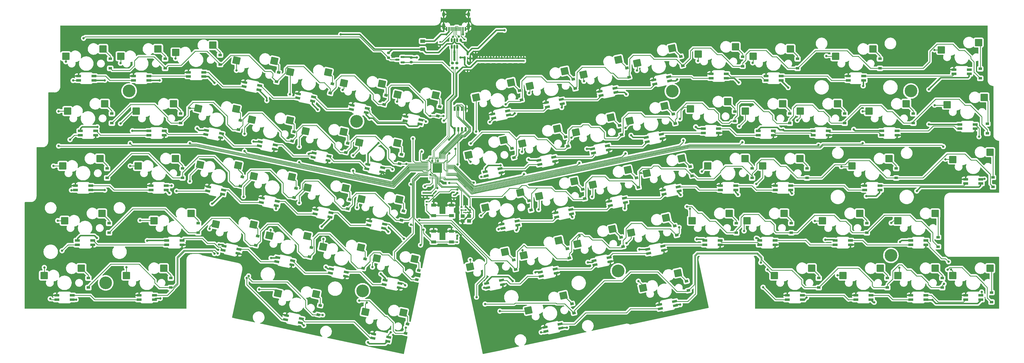
<source format=gbr>
%TF.GenerationSoftware,KiCad,Pcbnew,(6.0.9)*%
%TF.CreationDate,2023-01-04T06:44:43+09:00*%
%TF.ProjectId,Skeleton68rev2,536b656c-6574-46f6-9e36-38726576322e,rev?*%
%TF.SameCoordinates,Original*%
%TF.FileFunction,Copper,L2,Bot*%
%TF.FilePolarity,Positive*%
%FSLAX46Y46*%
G04 Gerber Fmt 4.6, Leading zero omitted, Abs format (unit mm)*
G04 Created by KiCad (PCBNEW (6.0.9)) date 2023-01-04 06:44:43*
%MOMM*%
%LPD*%
G01*
G04 APERTURE LIST*
G04 Aperture macros list*
%AMRoundRect*
0 Rectangle with rounded corners*
0 $1 Rounding radius*
0 $2 $3 $4 $5 $6 $7 $8 $9 X,Y pos of 4 corners*
0 Add a 4 corners polygon primitive as box body*
4,1,4,$2,$3,$4,$5,$6,$7,$8,$9,$2,$3,0*
0 Add four circle primitives for the rounded corners*
1,1,$1+$1,$2,$3*
1,1,$1+$1,$4,$5*
1,1,$1+$1,$6,$7*
1,1,$1+$1,$8,$9*
0 Add four rect primitives between the rounded corners*
20,1,$1+$1,$2,$3,$4,$5,0*
20,1,$1+$1,$4,$5,$6,$7,0*
20,1,$1+$1,$6,$7,$8,$9,0*
20,1,$1+$1,$8,$9,$2,$3,0*%
%AMRotRect*
0 Rectangle, with rotation*
0 The origin of the aperture is its center*
0 $1 length*
0 $2 width*
0 $3 Rotation angle, in degrees counterclockwise*
0 Add horizontal line*
21,1,$1,$2,0,0,$3*%
G04 Aperture macros list end*
%TA.AperFunction,ComponentPad*%
%ADD10C,4.400000*%
%TD*%
%TA.AperFunction,ComponentPad*%
%ADD11C,0.700000*%
%TD*%
%TA.AperFunction,SMDPad,CuDef*%
%ADD12RotRect,0.900000X1.200000X102.000000*%
%TD*%
%TA.AperFunction,SMDPad,CuDef*%
%ADD13RotRect,1.700000X0.820000X192.000000*%
%TD*%
%TA.AperFunction,SMDPad,CuDef*%
%ADD14RoundRect,0.205000X0.588283X0.334623X-0.673527X0.066417X-0.588283X-0.334623X0.673527X-0.066417X0*%
%TD*%
%TA.AperFunction,SMDPad,CuDef*%
%ADD15R,1.200000X0.900000*%
%TD*%
%TA.AperFunction,SMDPad,CuDef*%
%ADD16RoundRect,0.200000X1.269816X0.803550X-0.833201X1.250560X-1.269816X-0.803550X0.833201X-1.250560X0*%
%TD*%
%TA.AperFunction,SMDPad,CuDef*%
%ADD17R,1.700000X0.820000*%
%TD*%
%TA.AperFunction,SMDPad,CuDef*%
%ADD18RoundRect,0.205000X0.645000X0.205000X-0.645000X0.205000X-0.645000X-0.205000X0.645000X-0.205000X0*%
%TD*%
%TA.AperFunction,SMDPad,CuDef*%
%ADD19RoundRect,0.135000X0.185000X-0.135000X0.185000X0.135000X-0.185000X0.135000X-0.185000X-0.135000X0*%
%TD*%
%TA.AperFunction,SMDPad,CuDef*%
%ADD20RoundRect,0.200000X1.075000X1.050000X-1.075000X1.050000X-1.075000X-1.050000X1.075000X-1.050000X0*%
%TD*%
%TA.AperFunction,SMDPad,CuDef*%
%ADD21RotRect,0.900000X1.200000X78.000000*%
%TD*%
%TA.AperFunction,SMDPad,CuDef*%
%ADD22RotRect,1.700000X0.820000X12.000000*%
%TD*%
%TA.AperFunction,SMDPad,CuDef*%
%ADD23RoundRect,0.205000X-0.588283X-0.334623X0.673527X-0.066417X0.588283X0.334623X-0.673527X0.066417X0*%
%TD*%
%TA.AperFunction,SMDPad,CuDef*%
%ADD24R,1.800000X1.100000*%
%TD*%
%TA.AperFunction,SMDPad,CuDef*%
%ADD25RoundRect,0.205000X-0.645000X-0.205000X0.645000X-0.205000X0.645000X0.205000X-0.645000X0.205000X0*%
%TD*%
%TA.AperFunction,SMDPad,CuDef*%
%ADD26RoundRect,0.140000X-0.170000X0.140000X-0.170000X-0.140000X0.170000X-0.140000X0.170000X0.140000X0*%
%TD*%
%TA.AperFunction,SMDPad,CuDef*%
%ADD27RoundRect,0.200000X0.833201X1.250560X-1.269816X0.803550X-0.833201X-1.250560X1.269816X-0.803550X0*%
%TD*%
%TA.AperFunction,SMDPad,CuDef*%
%ADD28RotRect,1.700000X0.820000X168.000000*%
%TD*%
%TA.AperFunction,SMDPad,CuDef*%
%ADD29RoundRect,0.205000X0.673527X0.066417X-0.588283X0.334623X-0.673527X-0.066417X0.588283X-0.334623X0*%
%TD*%
%TA.AperFunction,SMDPad,CuDef*%
%ADD30RotRect,1.700000X0.820000X348.000000*%
%TD*%
%TA.AperFunction,SMDPad,CuDef*%
%ADD31RoundRect,0.205000X-0.673527X-0.066417X0.588283X-0.334623X0.673527X0.066417X-0.588283X0.334623X0*%
%TD*%
%TA.AperFunction,SMDPad,CuDef*%
%ADD32RoundRect,0.200000X-0.275000X0.200000X-0.275000X-0.200000X0.275000X-0.200000X0.275000X0.200000X0*%
%TD*%
%TA.AperFunction,SMDPad,CuDef*%
%ADD33RoundRect,0.140000X0.170000X-0.140000X0.170000X0.140000X-0.170000X0.140000X-0.170000X-0.140000X0*%
%TD*%
%TA.AperFunction,SMDPad,CuDef*%
%ADD34RoundRect,0.135000X-0.185000X0.135000X-0.185000X-0.135000X0.185000X-0.135000X0.185000X0.135000X0*%
%TD*%
%TA.AperFunction,SMDPad,CuDef*%
%ADD35RoundRect,0.150000X0.150000X-0.512500X0.150000X0.512500X-0.150000X0.512500X-0.150000X-0.512500X0*%
%TD*%
%TA.AperFunction,SMDPad,CuDef*%
%ADD36RoundRect,0.150000X0.150000X-0.587500X0.150000X0.587500X-0.150000X0.587500X-0.150000X-0.587500X0*%
%TD*%
%TA.AperFunction,SMDPad,CuDef*%
%ADD37RoundRect,0.150000X0.587500X0.150000X-0.587500X0.150000X-0.587500X-0.150000X0.587500X-0.150000X0*%
%TD*%
%TA.AperFunction,SMDPad,CuDef*%
%ADD38RoundRect,0.050000X0.387500X0.050000X-0.387500X0.050000X-0.387500X-0.050000X0.387500X-0.050000X0*%
%TD*%
%TA.AperFunction,SMDPad,CuDef*%
%ADD39RoundRect,0.050000X0.050000X0.387500X-0.050000X0.387500X-0.050000X-0.387500X0.050000X-0.387500X0*%
%TD*%
%TA.AperFunction,SMDPad,CuDef*%
%ADD40R,3.200000X3.200000*%
%TD*%
%TA.AperFunction,SMDPad,CuDef*%
%ADD41R,0.600000X1.450000*%
%TD*%
%TA.AperFunction,SMDPad,CuDef*%
%ADD42R,0.300000X1.450000*%
%TD*%
%TA.AperFunction,ComponentPad*%
%ADD43O,1.000000X2.100000*%
%TD*%
%TA.AperFunction,ComponentPad*%
%ADD44O,1.000000X1.600000*%
%TD*%
%TA.AperFunction,SMDPad,CuDef*%
%ADD45RoundRect,0.150000X-0.150000X0.650000X-0.150000X-0.650000X0.150000X-0.650000X0.150000X0.650000X0*%
%TD*%
%TA.AperFunction,SMDPad,CuDef*%
%ADD46R,1.400000X1.200000*%
%TD*%
%TA.AperFunction,SMDPad,CuDef*%
%ADD47RoundRect,0.250000X-0.625000X0.375000X-0.625000X-0.375000X0.625000X-0.375000X0.625000X0.375000X0*%
%TD*%
%TA.AperFunction,ViaPad*%
%ADD48C,0.800000*%
%TD*%
%TA.AperFunction,Conductor*%
%ADD49C,0.250000*%
%TD*%
%TA.AperFunction,Conductor*%
%ADD50C,0.500000*%
%TD*%
%TA.AperFunction,Conductor*%
%ADD51C,0.200000*%
%TD*%
G04 APERTURE END LIST*
D10*
%TO.P,H6,1*%
%TO.N,N/C*%
X225315600Y-107635100D03*
D11*
X226965600Y-107635100D03*
X225315600Y-109285100D03*
X226482326Y-106468374D03*
X225315600Y-105985100D03*
X226482326Y-108801826D03*
X223665600Y-107635100D03*
X224148874Y-106468374D03*
X224148874Y-108801826D03*
%TD*%
%TO.P,H4,1*%
%TO.N,N/C*%
X136689200Y-112916400D03*
X135522474Y-113399674D03*
X138339200Y-114566400D03*
X136689200Y-116216400D03*
X137855926Y-113399674D03*
X135522474Y-115733126D03*
D10*
X136689200Y-114566400D03*
D11*
X135039200Y-114566400D03*
X137855926Y-115733126D03*
%TD*%
%TO.P,H1,1*%
%TO.N,N/C*%
X55684200Y-43477000D03*
X57334200Y-45127000D03*
X56850926Y-46293726D03*
X54517474Y-46293726D03*
X54517474Y-43960274D03*
D10*
X55684200Y-45127000D03*
D11*
X54034200Y-45127000D03*
X55684200Y-46777000D03*
X56850926Y-43960274D03*
%TD*%
%TO.P,H7,1*%
%TO.N,N/C*%
X325250900Y-45127000D03*
X326900900Y-43477000D03*
X328550900Y-45127000D03*
D10*
X326900900Y-45127000D03*
D11*
X328067626Y-46293726D03*
X326900900Y-46777000D03*
X325734174Y-46293726D03*
X325734174Y-43960274D03*
X328067626Y-43960274D03*
%TD*%
%TO.P,H3,1*%
%TO.N,N/C*%
X132946100Y-55694700D03*
X135762826Y-54527974D03*
X133429374Y-54527974D03*
X135762826Y-56861426D03*
X133429374Y-56861426D03*
X134596100Y-54044700D03*
X136246100Y-55694700D03*
X134596100Y-57344700D03*
D10*
X134596100Y-55694700D03*
%TD*%
D11*
%TO.P,H5,1*%
%TO.N,N/C*%
X245776800Y-45209900D03*
X242476800Y-45209900D03*
X242960074Y-46376626D03*
D10*
X244126800Y-45209900D03*
D11*
X244126800Y-43559900D03*
X245293526Y-46376626D03*
X244126800Y-46859900D03*
X245293526Y-44043174D03*
X242960074Y-44043174D03*
%TD*%
%TO.P,H8,1*%
%TO.N,N/C*%
X318791974Y-101110274D03*
X319958700Y-100627000D03*
X321125426Y-101110274D03*
X318791974Y-103443726D03*
X318308700Y-102277000D03*
D10*
X319958700Y-102277000D03*
D11*
X319958700Y-103927000D03*
X321608700Y-102277000D03*
X321125426Y-103443726D03*
%TD*%
%TO.P,H2,1*%
%TO.N,N/C*%
X48703826Y-110635274D03*
X46370374Y-110635274D03*
X49187100Y-111802000D03*
X45887100Y-111802000D03*
X47537100Y-110152000D03*
D10*
X47537100Y-111802000D03*
D11*
X46370374Y-112968726D03*
X47537100Y-113452000D03*
X48703826Y-112968726D03*
%TD*%
D12*
%TO.P,D9,1,K*%
%TO.N,row0*%
X210475654Y-44285344D03*
%TO.P,D9,2,A*%
%TO.N,Net-(D9-Pad2)*%
X209789546Y-41057456D03*
%TD*%
D13*
%TO.P,LED30,1,VDD*%
%TO.N,+5V*%
X205478825Y-127549545D03*
%TO.P,LED30,2,DOUT*%
%TO.N,Net-(LED30-Pad2)*%
X205166957Y-126082323D03*
D14*
%TO.P,LED30,3,VSS*%
%TO.N,GND*%
X199982775Y-127184255D03*
D13*
%TO.P,LED30,4,DIN*%
%TO.N,Net-(LED29-Pad2)*%
X200294643Y-128651477D03*
%TD*%
D15*
%TO.P,D44,1,K*%
%TO.N,row2*%
X355390000Y-78460000D03*
%TO.P,D44,2,A*%
%TO.N,Net-(D44-Pad2)*%
X355390000Y-75160000D03*
%TD*%
D16*
%TO.P,SW35,1,1*%
%TO.N,col4*%
X117594520Y-78697551D03*
%TO.P,SW35,2,2*%
%TO.N,Net-(D35-Pad2)*%
X130767130Y-78900730D03*
%TD*%
D17*
%TO.P,LED15,1,VDD*%
%TO.N,+5V*%
X68556900Y-79532000D03*
%TO.P,LED15,2,DOUT*%
%TO.N,Net-(LED15-Pad2)*%
X68556900Y-78032000D03*
D18*
%TO.P,LED15,3,VSS*%
%TO.N,GND*%
X63256900Y-78032000D03*
D17*
%TO.P,LED15,4,DIN*%
%TO.N,Net-(LED14-Pad2)*%
X63256900Y-79532000D03*
%TD*%
D19*
%TO.P,R7,1*%
%TO.N,/XTAL_O*%
X170970000Y-86517500D03*
%TO.P,R7,2*%
%TO.N,XTAL_OUT*%
X170970000Y-85497500D03*
%TD*%
D20*
%TO.P,SW41,1,1*%
%TO.N,col11*%
X256403900Y-71162000D03*
%TO.P,SW41,2,2*%
%TO.N,Net-(D41-Pad2)*%
X269330900Y-68622000D03*
%TD*%
D21*
%TO.P,D62,1,K*%
%TO.N,row4*%
X151556946Y-129313944D03*
%TO.P,D62,2,A*%
%TO.N,Net-(D62-Pad2)*%
X152243054Y-126086056D03*
%TD*%
D22*
%TO.P,LED43,1,VDD*%
%TO.N,+5V*%
X179717575Y-112016255D03*
%TO.P,LED43,2,DOUT*%
%TO.N,Net-(LED43-Pad2)*%
X180029443Y-113483477D03*
D23*
%TO.P,LED43,3,VSS*%
%TO.N,GND*%
X185213625Y-112381545D03*
D22*
%TO.P,LED43,4,DIN*%
%TO.N,Net-(LED42-Pad2)*%
X184901757Y-110914323D03*
%TD*%
D12*
%TO.P,D64,1,K*%
%TO.N,row4*%
X249734554Y-114452344D03*
%TO.P,D64,2,A*%
%TO.N,Net-(D64-Pad2)*%
X249048446Y-111224456D03*
%TD*%
D20*
%TO.P,SW55,1,1*%
%TO.N,col11*%
X250961200Y-90212000D03*
%TO.P,SW55,2,2*%
%TO.N,Net-(D55-Pad2)*%
X263888200Y-87672000D03*
%TD*%
D24*
%TO.P,TS1,1,1*%
%TO.N,GND*%
X167500000Y-84760000D03*
X161300000Y-84760000D03*
%TO.P,TS1,2,2*%
%TO.N,/~{USB_BOOT}*%
X167500000Y-88460000D03*
X161300000Y-88460000D03*
%TD*%
D17*
%TO.P,LED25,1,VDD*%
%TO.N,+5V*%
X37743400Y-97082000D03*
%TO.P,LED25,2,DOUT*%
%TO.N,Net-(LED25-Pad2)*%
X37743400Y-98582000D03*
D25*
%TO.P,LED25,3,VSS*%
%TO.N,GND*%
X43043400Y-98582000D03*
D17*
%TO.P,LED25,4,DIN*%
%TO.N,Net-(LED24-Pad2)*%
X43043400Y-97082000D03*
%TD*%
D15*
%TO.P,D30,1,K*%
%TO.N,row1*%
X353400000Y-59840000D03*
%TO.P,D30,2,A*%
%TO.N,Net-(D30-Pad2)*%
X353400000Y-56540000D03*
%TD*%
D26*
%TO.P,C1,1*%
%TO.N,+3V3*%
X168340000Y-81340000D03*
%TO.P,C1,2*%
%TO.N,GND*%
X168340000Y-82300000D03*
%TD*%
D27*
%TO.P,SW24,1,1*%
%TO.N,col9*%
X210698329Y-59456359D03*
%TO.P,SW24,2,2*%
%TO.N,Net-(D24-Pad2)*%
X222814747Y-54284190D03*
%TD*%
%TO.P,SW8,1,1*%
%TO.N,col7*%
X176044229Y-47346759D03*
%TO.P,SW8,2,2*%
%TO.N,Net-(D8-Pad2)*%
X188160647Y-42174590D03*
%TD*%
%TO.P,SW53,1,1*%
%TO.N,col9*%
X211218529Y-98296959D03*
%TO.P,SW53,2,2*%
%TO.N,Net-(D53-Pad2)*%
X223334947Y-93124790D03*
%TD*%
D20*
%TO.P,SW68,1,1*%
%TO.N,col15*%
X341448700Y-109262000D03*
%TO.P,SW68,2,2*%
%TO.N,Net-(D68-Pad2)*%
X354375700Y-106722000D03*
%TD*%
D17*
%TO.P,LED12,1,VDD*%
%TO.N,+5V*%
X62559200Y-58982000D03*
%TO.P,LED12,2,DOUT*%
%TO.N,Net-(LED12-Pad2)*%
X62559200Y-60482000D03*
D25*
%TO.P,LED12,3,VSS*%
%TO.N,GND*%
X67859200Y-60482000D03*
D17*
%TO.P,LED12,4,DIN*%
%TO.N,Net-(LED11-Pad2)*%
X67859200Y-58982000D03*
%TD*%
D13*
%TO.P,LED64,1,VDD*%
%TO.N,+5V*%
X243207925Y-41627645D03*
%TO.P,LED64,2,DOUT*%
%TO.N,Net-(LED64-Pad2)*%
X242896057Y-40160423D03*
D14*
%TO.P,LED64,3,VSS*%
%TO.N,GND*%
X237711875Y-41262355D03*
D13*
%TO.P,LED64,4,DIN*%
%TO.N,Net-(LED63-Pad2)*%
X238023743Y-42729577D03*
%TD*%
D28*
%TO.P,LED7,1,VDD*%
%TO.N,+5V*%
X156590057Y-56592077D03*
%TO.P,LED7,2,DOUT*%
%TO.N,Net-(LED7-Pad2)*%
X156901925Y-55124855D03*
D29*
%TO.P,LED7,3,VSS*%
%TO.N,GND*%
X151717743Y-54022923D03*
D28*
%TO.P,LED7,4,DIN*%
%TO.N,Net-(LED6-Pad2)*%
X151405875Y-55490145D03*
%TD*%
D15*
%TO.P,D58,1,K*%
%TO.N,row3*%
X336340000Y-99250000D03*
%TO.P,D58,2,A*%
%TO.N,Net-(D58-Pad2)*%
X336340000Y-95950000D03*
%TD*%
D20*
%TO.P,SW15,1,1*%
%TO.N,col15*%
X337440000Y-30835000D03*
%TO.P,SW15,2,2*%
%TO.N,Net-(D15-Pad2)*%
X350367000Y-28295000D03*
%TD*%
D30*
%TO.P,LED9,1,VDD*%
%TO.N,+5V*%
X119806543Y-66715623D03*
%TO.P,LED9,2,DOUT*%
%TO.N,Net-(LED10-Pad4)*%
X119494675Y-68182845D03*
D31*
%TO.P,LED9,3,VSS*%
%TO.N,GND*%
X124678857Y-69284777D03*
D30*
%TO.P,LED9,4,DIN*%
%TO.N,Net-(LED8-Pad2)*%
X124990725Y-67817555D03*
%TD*%
D17*
%TO.P,LED36,1,VDD*%
%TO.N,+5V*%
X326833700Y-97082000D03*
%TO.P,LED36,2,DOUT*%
%TO.N,Net-(LED36-Pad2)*%
X326833700Y-98582000D03*
D25*
%TO.P,LED36,3,VSS*%
%TO.N,GND*%
X332133700Y-98582000D03*
D17*
%TO.P,LED36,4,DIN*%
%TO.N,Net-(LED35-Pad2)*%
X332133700Y-97082000D03*
%TD*%
D21*
%TO.P,D21,1,K*%
%TO.N,row1*%
X149463846Y-70442244D03*
%TO.P,D21,2,A*%
%TO.N,Net-(D21-Pad2)*%
X150149954Y-67214356D03*
%TD*%
D22*
%TO.P,LED40,1,VDD*%
%TO.N,+5V*%
X235618675Y-100134055D03*
%TO.P,LED40,2,DOUT*%
%TO.N,Net-(LED40-Pad2)*%
X235930543Y-101601277D03*
D23*
%TO.P,LED40,3,VSS*%
%TO.N,GND*%
X241114725Y-100499345D03*
D22*
%TO.P,LED40,4,DIN*%
%TO.N,Net-(LED39-Pad2)*%
X240802857Y-99032123D03*
%TD*%
D17*
%TO.P,LED37,1,VDD*%
%TO.N,+5V*%
X300640000Y-97082000D03*
%TO.P,LED37,2,DOUT*%
%TO.N,Net-(LED37-Pad2)*%
X300640000Y-98582000D03*
D25*
%TO.P,LED37,3,VSS*%
%TO.N,GND*%
X305940000Y-98582000D03*
D17*
%TO.P,LED37,4,DIN*%
%TO.N,Net-(LED36-Pad2)*%
X305940000Y-97082000D03*
%TD*%
%TO.P,LED13,1,VDD*%
%TO.N,+5V*%
X38746700Y-58982000D03*
%TO.P,LED13,2,DOUT*%
%TO.N,Net-(LED13-Pad2)*%
X38746700Y-60482000D03*
D25*
%TO.P,LED13,3,VSS*%
%TO.N,GND*%
X44046700Y-60482000D03*
D17*
%TO.P,LED13,4,DIN*%
%TO.N,Net-(LED12-Pad2)*%
X44046700Y-58982000D03*
%TD*%
D22*
%TO.P,LED58,1,VDD*%
%TO.N,+5V*%
X216464775Y-65254155D03*
%TO.P,LED58,2,DOUT*%
%TO.N,Net-(LED58-Pad2)*%
X216776643Y-66721377D03*
D23*
%TO.P,LED58,3,VSS*%
%TO.N,GND*%
X221960825Y-65619445D03*
D22*
%TO.P,LED58,4,DIN*%
%TO.N,Net-(LED57-Pad2)*%
X221648957Y-64152223D03*
%TD*%
D21*
%TO.P,D35,1,K*%
%TO.N,row2*%
X131527846Y-86105444D03*
%TO.P,D35,2,A*%
%TO.N,Net-(D35-Pad2)*%
X132213954Y-82877556D03*
%TD*%
D17*
%TO.P,LED34,1,VDD*%
%TO.N,+5V*%
X332133700Y-117632000D03*
%TO.P,LED34,2,DOUT*%
%TO.N,Net-(LED34-Pad2)*%
X332133700Y-116132000D03*
D18*
%TO.P,LED34,3,VSS*%
%TO.N,GND*%
X326833700Y-116132000D03*
D17*
%TO.P,LED34,4,DIN*%
%TO.N,Net-(LED33-Pad2)*%
X326833700Y-117632000D03*
%TD*%
D12*
%TO.P,D40,1,K*%
%TO.N,row2*%
X251006054Y-74621544D03*
%TO.P,D40,2,A*%
%TO.N,Net-(D40-Pad2)*%
X250319946Y-71393656D03*
%TD*%
D32*
%TO.P,R8,1*%
%TO.N,+3V3*%
X153520000Y-33455000D03*
%TO.P,R8,2*%
%TO.N,rgb*%
X153520000Y-35105000D03*
%TD*%
D15*
%TO.P,D3,1,K*%
%TO.N,row0*%
X87207700Y-35937500D03*
%TO.P,D3,2,A*%
%TO.N,Net-(D3-Pad2)*%
X87207700Y-32637500D03*
%TD*%
D17*
%TO.P,LED24,1,VDD*%
%TO.N,+5V*%
X68699600Y-97082000D03*
%TO.P,LED24,2,DOUT*%
%TO.N,Net-(LED24-Pad2)*%
X68699600Y-98582000D03*
D25*
%TO.P,LED24,3,VSS*%
%TO.N,GND*%
X73999600Y-98582000D03*
D17*
%TO.P,LED24,4,DIN*%
%TO.N,Net-(LED23-Pad2)*%
X73999600Y-97082000D03*
%TD*%
D33*
%TO.P,C2,1*%
%TO.N,GND*%
X173930000Y-86467500D03*
%TO.P,C2,2*%
%TO.N,XTAL_IN*%
X173930000Y-85507500D03*
%TD*%
D13*
%TO.P,LED31,1,VDD*%
%TO.N,+5V*%
X245199425Y-119716045D03*
%TO.P,LED31,2,DOUT*%
%TO.N,Net-(LED31-Pad2)*%
X244887557Y-118248823D03*
D14*
%TO.P,LED31,3,VSS*%
%TO.N,GND*%
X239703375Y-119350755D03*
D13*
%TO.P,LED31,4,DIN*%
%TO.N,Net-(LED30-Pad2)*%
X240015243Y-120817977D03*
%TD*%
D15*
%TO.P,D67,1,K*%
%TO.N,row4*%
X337783700Y-113452000D03*
%TO.P,D67,2,A*%
%TO.N,Net-(D67-Pad2)*%
X337783700Y-110152000D03*
%TD*%
D17*
%TO.P,LED53,1,VDD*%
%TO.N,+5V*%
X316788400Y-58982000D03*
%TO.P,LED53,2,DOUT*%
%TO.N,Net-(LED53-Pad2)*%
X316788400Y-60482000D03*
D25*
%TO.P,LED53,3,VSS*%
%TO.N,GND*%
X322088400Y-60482000D03*
D17*
%TO.P,LED53,4,DIN*%
%TO.N,Net-(LED52-Pad2)*%
X322088400Y-58982000D03*
%TD*%
D27*
%TO.P,SW63,1,1*%
%TO.N,col7*%
X194216329Y-121386559D03*
%TO.P,SW63,2,2*%
%TO.N,Net-(D63-Pad2)*%
X206332747Y-116214390D03*
%TD*%
D15*
%TO.P,D45,1,K*%
%TO.N,row3*%
X48693400Y-94402000D03*
%TO.P,D45,2,A*%
%TO.N,Net-(D45-Pad2)*%
X48693400Y-91102000D03*
%TD*%
D20*
%TO.P,SW44,1,1*%
%TO.N,col15*%
X341440000Y-68935000D03*
%TO.P,SW44,2,2*%
%TO.N,Net-(D44-Pad2)*%
X354367000Y-66395000D03*
%TD*%
%TO.P,SW60,1,1*%
%TO.N,col1*%
X54739600Y-109262000D03*
%TO.P,SW60,2,2*%
%TO.N,Net-(D60-Pad2)*%
X67666600Y-106722000D03*
%TD*%
D22*
%TO.P,LED42,1,VDD*%
%TO.N,+5V*%
X198351275Y-108055455D03*
%TO.P,LED42,2,DOUT*%
%TO.N,Net-(LED42-Pad2)*%
X198663143Y-109522677D03*
D23*
%TO.P,LED42,3,VSS*%
%TO.N,GND*%
X203847325Y-108420745D03*
D22*
%TO.P,LED42,4,DIN*%
%TO.N,Net-(LED41-Pad2)*%
X203535457Y-106953523D03*
%TD*%
D15*
%TO.P,D41,1,K*%
%TO.N,row2*%
X271788900Y-75352000D03*
%TO.P,D41,2,A*%
%TO.N,Net-(D41-Pad2)*%
X271788900Y-72052000D03*
%TD*%
D17*
%TO.P,LED65,1,VDD*%
%TO.N,+5V*%
X262875900Y-40691400D03*
%TO.P,LED65,2,DOUT*%
%TO.N,Net-(LED65-Pad2)*%
X262875900Y-39191400D03*
D18*
%TO.P,LED65,3,VSS*%
%TO.N,GND*%
X257575900Y-39191400D03*
D17*
%TO.P,LED65,4,DIN*%
%TO.N,Net-(LED64-Pad2)*%
X257575900Y-40691400D03*
%TD*%
D33*
%TO.P,C7,1*%
%TO.N,+3V3*%
X177340000Y-34700000D03*
%TO.P,C7,2*%
%TO.N,GND*%
X177340000Y-33740000D03*
%TD*%
D15*
%TO.P,D43,1,K*%
%TO.N,row2*%
X321795100Y-75352000D03*
%TO.P,D43,2,A*%
%TO.N,Net-(D43-Pad2)*%
X321795100Y-72052000D03*
%TD*%
D17*
%TO.P,LED49,1,VDD*%
%TO.N,+5V*%
X285188900Y-79532000D03*
%TO.P,LED49,2,DOUT*%
%TO.N,Net-(LED49-Pad2)*%
X285188900Y-78032000D03*
D18*
%TO.P,LED49,3,VSS*%
%TO.N,GND*%
X279888900Y-78032000D03*
D17*
%TO.P,LED49,4,DIN*%
%TO.N,Net-(LED48-Pad2)*%
X279888900Y-79532000D03*
%TD*%
D26*
%TO.P,C5,1*%
%TO.N,+1V1*%
X159020000Y-80527500D03*
%TO.P,C5,2*%
%TO.N,GND*%
X159020000Y-81487500D03*
%TD*%
D28*
%TO.P,LED18,1,VDD*%
%TO.N,+5V*%
X125376557Y-88908677D03*
%TO.P,LED18,2,DOUT*%
%TO.N,Net-(LED18-Pad2)*%
X125688425Y-87441455D03*
D29*
%TO.P,LED18,3,VSS*%
%TO.N,GND*%
X120504243Y-86339523D03*
D28*
%TO.P,LED18,4,DIN*%
%TO.N,Net-(LED17-Pad2)*%
X120192375Y-87806745D03*
%TD*%
D16*
%TO.P,SW48,1,1*%
%TO.N,col3*%
X104316920Y-95350851D03*
%TO.P,SW48,2,2*%
%TO.N,Net-(D48-Pad2)*%
X117489530Y-95554030D03*
%TD*%
D17*
%TO.P,LED2,1,VDD*%
%TO.N,+5V*%
X62507700Y-41432000D03*
%TO.P,LED2,2,DOUT*%
%TO.N,Net-(LED2-Pad2)*%
X62507700Y-39932000D03*
D18*
%TO.P,LED2,3,VSS*%
%TO.N,GND*%
X57207700Y-39932000D03*
D17*
%TO.P,LED2,4,DIN*%
%TO.N,Net-(LED1-Pad2)*%
X57207700Y-41432000D03*
%TD*%
D20*
%TO.P,SW56,1,1*%
%TO.N,col12*%
X270011200Y-90212000D03*
%TO.P,SW56,2,2*%
%TO.N,Net-(D56-Pad2)*%
X282938200Y-87672000D03*
%TD*%
D15*
%TO.P,D1,1,K*%
%TO.N,row0*%
X49107700Y-37252000D03*
%TO.P,D1,2,A*%
%TO.N,Net-(D1-Pad2)*%
X49107700Y-33952000D03*
%TD*%
D12*
%TO.P,D10,1,K*%
%TO.N,row0*%
X229109354Y-40324644D03*
%TO.P,D10,2,A*%
%TO.N,Net-(D10-Pad2)*%
X228423246Y-37096756D03*
%TD*%
D20*
%TO.P,SW32,1,1*%
%TO.N,col1*%
X58821900Y-71162000D03*
%TO.P,SW32,2,2*%
%TO.N,Net-(D32-Pad2)*%
X71748900Y-68622000D03*
%TD*%
%TO.P,SW65,1,1*%
%TO.N,col12*%
X279536200Y-109262000D03*
%TO.P,SW65,2,2*%
%TO.N,Net-(D65-Pad2)*%
X292463200Y-106722000D03*
%TD*%
D15*
%TO.P,D14,1,K*%
%TO.N,row0*%
X316150900Y-37252000D03*
%TO.P,D14,2,A*%
%TO.N,Net-(D14-Pad2)*%
X316150900Y-33952000D03*
%TD*%
D21*
%TO.P,D33,1,K*%
%TO.N,row2*%
X94260346Y-78184044D03*
%TO.P,D33,2,A*%
%TO.N,Net-(D33-Pad2)*%
X94946454Y-74956156D03*
%TD*%
D17*
%TO.P,LED1,1,VDD*%
%TO.N,+5V*%
X43457700Y-41432000D03*
%TO.P,LED1,2,DOUT*%
%TO.N,Net-(LED1-Pad2)*%
X43457700Y-39932000D03*
D18*
%TO.P,LED1,3,VSS*%
%TO.N,GND*%
X38157700Y-39932000D03*
D17*
%TO.P,LED1,4,DIN*%
%TO.N,led*%
X38157700Y-41432000D03*
%TD*%
D32*
%TO.P,R9,1*%
%TO.N,+5V*%
X145700000Y-31895000D03*
%TO.P,R9,2*%
%TO.N,led*%
X145700000Y-33545000D03*
%TD*%
D17*
%TO.P,LED66,1,VDD*%
%TO.N,+5V*%
X281925900Y-41432000D03*
%TO.P,LED66,2,DOUT*%
%TO.N,Net-(LED66-Pad2)*%
X281925900Y-39932000D03*
D18*
%TO.P,LED66,3,VSS*%
%TO.N,GND*%
X276625900Y-39932000D03*
D17*
%TO.P,LED66,4,DIN*%
%TO.N,Net-(LED65-Pad2)*%
X276625900Y-41432000D03*
%TD*%
D16*
%TO.P,SW6,1,1*%
%TO.N,col5*%
X130174320Y-42420251D03*
%TO.P,SW6,2,2*%
%TO.N,Net-(D6-Pad2)*%
X143346930Y-42623430D03*
%TD*%
D27*
%TO.P,SW38,1,1*%
%TO.N,col8*%
X197941029Y-81643659D03*
%TO.P,SW38,2,2*%
%TO.N,Net-(D38-Pad2)*%
X210057447Y-76471490D03*
%TD*%
D20*
%TO.P,SW27,1,1*%
%TO.N,col12*%
X269490900Y-52112000D03*
%TO.P,SW27,2,2*%
%TO.N,Net-(D27-Pad2)*%
X282417900Y-49572000D03*
%TD*%
D13*
%TO.P,LED63,1,VDD*%
%TO.N,+5V*%
X224574225Y-45588345D03*
%TO.P,LED63,2,DOUT*%
%TO.N,Net-(LED63-Pad2)*%
X224262357Y-44121123D03*
D14*
%TO.P,LED63,3,VSS*%
%TO.N,GND*%
X219078175Y-45223055D03*
D13*
%TO.P,LED63,4,DIN*%
%TO.N,Net-(LED62-Pad2)*%
X219390043Y-46690277D03*
%TD*%
D17*
%TO.P,LED56,1,VDD*%
%TO.N,+5V*%
X254875900Y-58241400D03*
%TO.P,LED56,2,DOUT*%
%TO.N,Net-(LED56-Pad2)*%
X254875900Y-59741400D03*
D25*
%TO.P,LED56,3,VSS*%
%TO.N,GND*%
X260175900Y-59741400D03*
D17*
%TO.P,LED56,4,DIN*%
%TO.N,Net-(LED55-Pad2)*%
X260175900Y-58241400D03*
%TD*%
D34*
%TO.P,R2,1*%
%TO.N,+3V3*%
X169460000Y-96607500D03*
%TO.P,R2,2*%
%TO.N,~{RESET}*%
X169460000Y-97627500D03*
%TD*%
D15*
%TO.P,D15,1,K*%
%TO.N,row0*%
X350960000Y-40720000D03*
%TO.P,D15,2,A*%
%TO.N,Net-(D15-Pad2)*%
X350960000Y-37420000D03*
%TD*%
D33*
%TO.P,C10,1*%
%TO.N,+3V3*%
X183055000Y-34700000D03*
%TO.P,C10,2*%
%TO.N,GND*%
X183055000Y-33740000D03*
%TD*%
D17*
%TO.P,LED39,1,VDD*%
%TO.N,+5V*%
X255396200Y-97082000D03*
%TO.P,LED39,2,DOUT*%
%TO.N,Net-(LED39-Pad2)*%
X255396200Y-98582000D03*
D25*
%TO.P,LED39,3,VSS*%
%TO.N,GND*%
X260696200Y-98582000D03*
D17*
%TO.P,LED39,4,DIN*%
%TO.N,Net-(LED38-Pad2)*%
X260696200Y-97082000D03*
%TD*%
D30*
%TO.P,LED11,1,VDD*%
%TO.N,+5V*%
X82539043Y-58794123D03*
%TO.P,LED11,2,DOUT*%
%TO.N,Net-(LED11-Pad2)*%
X82227175Y-60261345D03*
D31*
%TO.P,LED11,3,VSS*%
%TO.N,GND*%
X87411357Y-61363277D03*
D30*
%TO.P,LED11,4,DIN*%
%TO.N,Net-(LED10-Pad2)*%
X87723225Y-59896055D03*
%TD*%
D33*
%TO.P,C13,1*%
%TO.N,+3V3*%
X188770000Y-34700000D03*
%TO.P,C13,2*%
%TO.N,GND*%
X188770000Y-33740000D03*
%TD*%
D20*
%TO.P,SW43,1,1*%
%TO.N,col13*%
X306410100Y-71162000D03*
%TO.P,SW43,2,2*%
%TO.N,Net-(D43-Pad2)*%
X319337100Y-68622000D03*
%TD*%
%TO.P,SW1,1,1*%
%TO.N,col0*%
X33722700Y-33062000D03*
%TO.P,SW1,2,2*%
%TO.N,Net-(D1-Pad2)*%
X46649700Y-30522000D03*
%TD*%
D12*
%TO.P,D52,1,K*%
%TO.N,row3*%
X208382454Y-103157044D03*
%TO.P,D52,2,A*%
%TO.N,Net-(D52-Pad2)*%
X207696346Y-99929156D03*
%TD*%
D33*
%TO.P,C16,1*%
%TO.N,GND*%
X175857500Y-31347500D03*
%TO.P,C16,2*%
%TO.N,+5V*%
X175857500Y-30387500D03*
%TD*%
D15*
%TO.P,D55,1,K*%
%TO.N,row3*%
X266346200Y-94402000D03*
%TO.P,D55,2,A*%
%TO.N,Net-(D55-Pad2)*%
X266346200Y-91102000D03*
%TD*%
D16*
%TO.P,SW34,1,1*%
%TO.N,col3*%
X98960720Y-74736851D03*
%TO.P,SW34,2,2*%
%TO.N,Net-(D34-Pad2)*%
X112133330Y-74940030D03*
%TD*%
D28*
%TO.P,LED28,1,VDD*%
%TO.N,+5V*%
X115125857Y-125680977D03*
%TO.P,LED28,2,DOUT*%
%TO.N,Net-(LED28-Pad2)*%
X115437725Y-124213755D03*
D29*
%TO.P,LED28,3,VSS*%
%TO.N,GND*%
X110253543Y-123111823D03*
D28*
%TO.P,LED28,4,DIN*%
%TO.N,Net-(LED27-Pad2)*%
X109941675Y-124579045D03*
%TD*%
D16*
%TO.P,SW7,1,1*%
%TO.N,col6*%
X148808020Y-46381051D03*
%TO.P,SW7,2,2*%
%TO.N,Net-(D7-Pad2)*%
X161980630Y-46584230D03*
%TD*%
D21*
%TO.P,D7,1,K*%
%TO.N,row0*%
X162741346Y-53788944D03*
%TO.P,D7,2,A*%
%TO.N,Net-(D7-Pad2)*%
X163427454Y-50561056D03*
%TD*%
%TO.P,D18,1,K*%
%TO.N,row1*%
X93562646Y-58560144D03*
%TO.P,D18,2,A*%
%TO.N,Net-(D18-Pad2)*%
X94248754Y-55332256D03*
%TD*%
D17*
%TO.P,LED26,1,VDD*%
%TO.N,+5V*%
X35899600Y-117632000D03*
%TO.P,LED26,2,DOUT*%
%TO.N,Net-(LED26-Pad2)*%
X35899600Y-116132000D03*
D18*
%TO.P,LED26,3,VSS*%
%TO.N,GND*%
X30599600Y-116132000D03*
D17*
%TO.P,LED26,4,DIN*%
%TO.N,Net-(LED25-Pad2)*%
X30599600Y-117632000D03*
%TD*%
D27*
%TO.P,SW25,1,1*%
%TO.N,col10*%
X229332029Y-55495659D03*
%TO.P,SW25,2,2*%
%TO.N,Net-(D25-Pad2)*%
X241448447Y-50323490D03*
%TD*%
D20*
%TO.P,SW67,1,1*%
%TO.N,col14*%
X322398700Y-109262000D03*
%TO.P,SW67,2,2*%
%TO.N,Net-(D67-Pad2)*%
X335325700Y-106722000D03*
%TD*%
D12*
%TO.P,D23,1,K*%
%TO.N,row1*%
X207862254Y-64316444D03*
%TO.P,D23,2,A*%
%TO.N,Net-(D23-Pad2)*%
X207176146Y-61088556D03*
%TD*%
D15*
%TO.P,D46,1,K*%
%TO.N,row3*%
X79649600Y-94402000D03*
%TO.P,D46,2,A*%
%TO.N,Net-(D46-Pad2)*%
X79649600Y-91102000D03*
%TD*%
D12*
%TO.P,D24,1,K*%
%TO.N,row1*%
X226495954Y-60355744D03*
%TO.P,D24,2,A*%
%TO.N,Net-(D24-Pad2)*%
X225809846Y-57127856D03*
%TD*%
%TO.P,D11,1,K*%
%TO.N,row0*%
X247743054Y-36363944D03*
%TO.P,D11,2,A*%
%TO.N,Net-(D11-Pad2)*%
X247056946Y-33136056D03*
%TD*%
D20*
%TO.P,SW14,1,1*%
%TO.N,col13*%
X300765900Y-33062000D03*
%TO.P,SW14,2,2*%
%TO.N,Net-(D14-Pad2)*%
X313692900Y-30522000D03*
%TD*%
D21*
%TO.P,D20,1,K*%
%TO.N,row1*%
X130830146Y-66481544D03*
%TO.P,D20,2,A*%
%TO.N,Net-(D20-Pad2)*%
X131516254Y-63253656D03*
%TD*%
D17*
%TO.P,LED52,1,VDD*%
%TO.N,+5V*%
X343875000Y-56755000D03*
%TO.P,LED52,2,DOUT*%
%TO.N,Net-(LED52-Pad2)*%
X343875000Y-58255000D03*
D25*
%TO.P,LED52,3,VSS*%
%TO.N,GND*%
X349175000Y-58255000D03*
D17*
%TO.P,LED52,4,DIN*%
%TO.N,Net-(LED51-Pad2)*%
X349175000Y-56755000D03*
%TD*%
D33*
%TO.P,C11,1*%
%TO.N,+3V3*%
X184960000Y-34700000D03*
%TO.P,C11,2*%
%TO.N,GND*%
X184960000Y-33740000D03*
%TD*%
D16*
%TO.P,SW18,1,1*%
%TO.N,col2*%
X79629320Y-51152251D03*
%TO.P,SW18,2,2*%
%TO.N,Net-(D18-Pad2)*%
X92801930Y-51355430D03*
%TD*%
D17*
%TO.P,LED51,1,VDD*%
%TO.N,+5V*%
X351175000Y-77305000D03*
%TO.P,LED51,2,DOUT*%
%TO.N,Net-(LED51-Pad2)*%
X351175000Y-75805000D03*
D18*
%TO.P,LED51,3,VSS*%
%TO.N,GND*%
X345875000Y-75805000D03*
D17*
%TO.P,LED51,4,DIN*%
%TO.N,Net-(LED50-Pad2)*%
X345875000Y-77305000D03*
%TD*%
D28*
%TO.P,LED5,1,VDD*%
%TO.N,+5V*%
X119322657Y-48670677D03*
%TO.P,LED5,2,DOUT*%
%TO.N,Net-(LED5-Pad2)*%
X119634525Y-47203455D03*
D29*
%TO.P,LED5,3,VSS*%
%TO.N,GND*%
X114450343Y-46101523D03*
D28*
%TO.P,LED5,4,DIN*%
%TO.N,Net-(LED4-Pad2)*%
X114138475Y-47568745D03*
%TD*%
D13*
%TO.P,LED46,1,VDD*%
%TO.N,+5V*%
X227837225Y-83846045D03*
%TO.P,LED46,2,DOUT*%
%TO.N,Net-(LED46-Pad2)*%
X227525357Y-82378823D03*
D14*
%TO.P,LED46,3,VSS*%
%TO.N,GND*%
X222341175Y-83480755D03*
D13*
%TO.P,LED46,4,DIN*%
%TO.N,Net-(LED45-Pad2)*%
X222653043Y-84947977D03*
%TD*%
D12*
%TO.P,D38,1,K*%
%TO.N,row2*%
X213738654Y-82542944D03*
%TO.P,D38,2,A*%
%TO.N,Net-(D38-Pad2)*%
X213052546Y-79315056D03*
%TD*%
D27*
%TO.P,SW10,1,1*%
%TO.N,col9*%
X213311729Y-39425359D03*
%TO.P,SW10,2,2*%
%TO.N,Net-(D10-Pad2)*%
X225428147Y-34253190D03*
%TD*%
D15*
%TO.P,D16,1,K*%
%TO.N,row1*%
X49696700Y-56302000D03*
%TO.P,D16,2,A*%
%TO.N,Net-(D16-Pad2)*%
X49696700Y-53002000D03*
%TD*%
%TO.P,D27,1,K*%
%TO.N,row1*%
X284875900Y-56302000D03*
%TO.P,D27,2,A*%
%TO.N,Net-(D27-Pad2)*%
X284875900Y-53002000D03*
%TD*%
D33*
%TO.P,C9,1*%
%TO.N,+3V3*%
X181150000Y-34700000D03*
%TO.P,C9,2*%
%TO.N,GND*%
X181150000Y-33740000D03*
%TD*%
D20*
%TO.P,SW16,1,1*%
%TO.N,col0*%
X34311700Y-52112000D03*
%TO.P,SW16,2,2*%
%TO.N,Net-(D16-Pad2)*%
X47238700Y-49572000D03*
%TD*%
D27*
%TO.P,SW11,1,1*%
%TO.N,col10*%
X231945429Y-35464559D03*
%TO.P,SW11,2,2*%
%TO.N,Net-(D11-Pad2)*%
X244061847Y-30292390D03*
%TD*%
D12*
%TO.P,D53,1,K*%
%TO.N,row3*%
X227016254Y-99196344D03*
%TO.P,D53,2,A*%
%TO.N,Net-(D53-Pad2)*%
X226330146Y-95968456D03*
%TD*%
D27*
%TO.P,SW51,1,1*%
%TO.N,col7*%
X173951129Y-106218459D03*
%TO.P,SW51,2,2*%
%TO.N,Net-(D51-Pad2)*%
X186067547Y-101046290D03*
%TD*%
D17*
%TO.P,LED3,1,VDD*%
%TO.N,+5V*%
X81557700Y-40117500D03*
%TO.P,LED3,2,DOUT*%
%TO.N,Net-(LED3-Pad2)*%
X81557700Y-38617500D03*
D18*
%TO.P,LED3,3,VSS*%
%TO.N,GND*%
X76257700Y-38617500D03*
D17*
%TO.P,LED3,4,DIN*%
%TO.N,Net-(LED2-Pad2)*%
X76257700Y-40117500D03*
%TD*%
D16*
%TO.P,SW4,1,1*%
%TO.N,col3*%
X92906920Y-34498851D03*
%TO.P,SW4,2,2*%
%TO.N,Net-(D4-Pad2)*%
X106079530Y-34702030D03*
%TD*%
D13*
%TO.P,LED44,1,VDD*%
%TO.N,+5V*%
X190569725Y-91767445D03*
%TO.P,LED44,2,DOUT*%
%TO.N,Net-(LED44-Pad2)*%
X190257857Y-90300223D03*
D14*
%TO.P,LED44,3,VSS*%
%TO.N,GND*%
X185073675Y-91402155D03*
D13*
%TO.P,LED44,4,DIN*%
%TO.N,Net-(LED43-Pad2)*%
X185385543Y-92869377D03*
%TD*%
D27*
%TO.P,SW22,1,1*%
%TO.N,col7*%
X173430829Y-67377859D03*
%TO.P,SW22,2,2*%
%TO.N,Net-(D22-Pad2)*%
X185547247Y-62205690D03*
%TD*%
D15*
%TO.P,D60,1,K*%
%TO.N,row4*%
X70124600Y-113452000D03*
%TO.P,D60,2,A*%
%TO.N,Net-(D60-Pad2)*%
X70124600Y-110152000D03*
%TD*%
D27*
%TO.P,SW54,1,1*%
%TO.N,col10*%
X229852229Y-94336259D03*
%TO.P,SW54,2,2*%
%TO.N,Net-(D54-Pad2)*%
X241968647Y-89164090D03*
%TD*%
D20*
%TO.P,SW12,1,1*%
%TO.N,col11*%
X253140900Y-32321400D03*
%TO.P,SW12,2,2*%
%TO.N,Net-(D12-Pad2)*%
X266067900Y-29781400D03*
%TD*%
D28*
%TO.P,LED19,1,VDD*%
%TO.N,+5V*%
X144010257Y-92869377D03*
%TO.P,LED19,2,DOUT*%
%TO.N,Net-(LED19-Pad2)*%
X144322125Y-91402155D03*
D29*
%TO.P,LED19,3,VSS*%
%TO.N,GND*%
X139137943Y-90300223D03*
D28*
%TO.P,LED19,4,DIN*%
%TO.N,Net-(LED18-Pad2)*%
X138826075Y-91767445D03*
%TD*%
D20*
%TO.P,SW26,1,1*%
%TO.N,col11*%
X250440900Y-51371400D03*
%TO.P,SW26,2,2*%
%TO.N,Net-(D26-Pad2)*%
X263367900Y-48831400D03*
%TD*%
%TO.P,SW31,1,1*%
%TO.N,col0*%
X32628200Y-71162000D03*
%TO.P,SW31,2,2*%
%TO.N,Net-(D31-Pad2)*%
X45555200Y-68622000D03*
%TD*%
D17*
%TO.P,LED67,1,VDD*%
%TO.N,+5V*%
X310500900Y-41432000D03*
%TO.P,LED67,2,DOUT*%
%TO.N,Net-(LED67-Pad2)*%
X310500900Y-39932000D03*
D18*
%TO.P,LED67,3,VSS*%
%TO.N,GND*%
X305200900Y-39932000D03*
D17*
%TO.P,LED67,4,DIN*%
%TO.N,Net-(LED66-Pad2)*%
X305200900Y-41432000D03*
%TD*%
D21*
%TO.P,D48,1,K*%
%TO.N,row3*%
X118250246Y-102758844D03*
%TO.P,D48,2,A*%
%TO.N,Net-(D48-Pad2)*%
X118936354Y-99530956D03*
%TD*%
%TO.P,D61,1,K*%
%TO.N,row4*%
X121277146Y-122877744D03*
%TO.P,D61,2,A*%
%TO.N,Net-(D61-Pad2)*%
X121963254Y-119649856D03*
%TD*%
D22*
%TO.P,LED41,1,VDD*%
%TO.N,+5V*%
X216984975Y-104094755D03*
%TO.P,LED41,2,DOUT*%
%TO.N,Net-(LED41-Pad2)*%
X217296843Y-105561977D03*
D23*
%TO.P,LED41,3,VSS*%
%TO.N,GND*%
X222481025Y-104460045D03*
D22*
%TO.P,LED41,4,DIN*%
%TO.N,Net-(LED40-Pad2)*%
X222169157Y-102992823D03*
%TD*%
D16*
%TO.P,SW21,1,1*%
%TO.N,col5*%
X135530520Y-63034351D03*
%TO.P,SW21,2,2*%
%TO.N,Net-(D21-Pad2)*%
X148703130Y-63237530D03*
%TD*%
D34*
%TO.P,R3,1*%
%TO.N,/CC1*%
X163580000Y-28040000D03*
%TO.P,R3,2*%
%TO.N,GND*%
X163580000Y-29060000D03*
%TD*%
D17*
%TO.P,LED27,1,VDD*%
%TO.N,+5V*%
X64474600Y-117632000D03*
%TO.P,LED27,2,DOUT*%
%TO.N,Net-(LED27-Pad2)*%
X64474600Y-116132000D03*
D18*
%TO.P,LED27,3,VSS*%
%TO.N,GND*%
X59174600Y-116132000D03*
D17*
%TO.P,LED27,4,DIN*%
%TO.N,Net-(LED26-Pad2)*%
X59174600Y-117632000D03*
%TD*%
D20*
%TO.P,SW28,1,1*%
%TO.N,col13*%
X288540900Y-52112000D03*
%TO.P,SW28,2,2*%
%TO.N,Net-(D28-Pad2)*%
X301467900Y-49572000D03*
%TD*%
D35*
%TO.P,U2,1,I/O1*%
%TO.N,D_P*%
X169470000Y-29797500D03*
%TO.P,U2,2,GND*%
%TO.N,GND*%
X168520000Y-29797500D03*
%TO.P,U2,3,I/O2*%
%TO.N,D_N*%
X167570000Y-29797500D03*
%TO.P,U2,4,I/O2*%
%TO.N,D_USB_N*%
X167570000Y-27522500D03*
%TO.P,U2,5,VBUS*%
%TO.N,+5V*%
X168520000Y-27522500D03*
%TO.P,U2,6,I/O1*%
%TO.N,D_USB_P*%
X169470000Y-27522500D03*
%TD*%
D15*
%TO.P,D32,1,K*%
%TO.N,row2*%
X74206900Y-75352000D03*
%TO.P,D32,2,A*%
%TO.N,Net-(D32-Pad2)*%
X74206900Y-72052000D03*
%TD*%
D17*
%TO.P,LED50,1,VDD*%
%TO.N,+5V*%
X316145100Y-79532000D03*
%TO.P,LED50,2,DOUT*%
%TO.N,Net-(LED50-Pad2)*%
X316145100Y-78032000D03*
D18*
%TO.P,LED50,3,VSS*%
%TO.N,GND*%
X310845100Y-78032000D03*
D17*
%TO.P,LED50,4,DIN*%
%TO.N,Net-(LED49-Pad2)*%
X310845100Y-79532000D03*
%TD*%
D28*
%TO.P,LED4,1,VDD*%
%TO.N,+5V*%
X100688957Y-44709977D03*
%TO.P,LED4,2,DOUT*%
%TO.N,Net-(LED4-Pad2)*%
X101000825Y-43242755D03*
D29*
%TO.P,LED4,3,VSS*%
%TO.N,GND*%
X95816643Y-42140823D03*
D28*
%TO.P,LED4,4,DIN*%
%TO.N,Net-(LED3-Pad2)*%
X95504775Y-43608045D03*
%TD*%
D16*
%TO.P,SW36,1,1*%
%TO.N,col5*%
X136228220Y-82658251D03*
%TO.P,SW36,2,2*%
%TO.N,Net-(D36-Pad2)*%
X149400830Y-82861430D03*
%TD*%
D20*
%TO.P,SW29,1,1*%
%TO.N,col14*%
X312353400Y-52112000D03*
%TO.P,SW29,2,2*%
%TO.N,Net-(D29-Pad2)*%
X325280400Y-49572000D03*
%TD*%
D27*
%TO.P,SW37,1,1*%
%TO.N,col7*%
X179307229Y-85604359D03*
%TO.P,SW37,2,2*%
%TO.N,Net-(D37-Pad2)*%
X191423647Y-80432190D03*
%TD*%
D20*
%TO.P,SW17,1,1*%
%TO.N,col1*%
X58124200Y-52112000D03*
%TO.P,SW17,2,2*%
%TO.N,Net-(D17-Pad2)*%
X71051200Y-49572000D03*
%TD*%
D22*
%TO.P,LED60,1,VDD*%
%TO.N,+5V*%
X179197275Y-73175655D03*
%TO.P,LED60,2,DOUT*%
%TO.N,Net-(LED60-Pad2)*%
X179509143Y-74642877D03*
D23*
%TO.P,LED60,3,VSS*%
%TO.N,GND*%
X184693325Y-73540945D03*
D22*
%TO.P,LED60,4,DIN*%
%TO.N,Net-(LED59-Pad2)*%
X184381457Y-72073723D03*
%TD*%
D36*
%TO.P,U4,1,GND*%
%TO.N,GND*%
X174010000Y-33837500D03*
%TO.P,U4,2,VO*%
%TO.N,+3V3*%
X172110000Y-33837500D03*
%TO.P,U4,3,VI*%
%TO.N,+5V*%
X173060000Y-31962500D03*
%TD*%
D33*
%TO.P,C12,1*%
%TO.N,+3V3*%
X186865000Y-34700000D03*
%TO.P,C12,2*%
%TO.N,GND*%
X186865000Y-33740000D03*
%TD*%
D15*
%TO.P,D2,1,K*%
%TO.N,row0*%
X68157700Y-37252000D03*
%TO.P,D2,2,A*%
%TO.N,Net-(D2-Pad2)*%
X68157700Y-33952000D03*
%TD*%
D12*
%TO.P,D63,1,K*%
%TO.N,row4*%
X210013954Y-122285844D03*
%TO.P,D63,2,A*%
%TO.N,Net-(D63-Pad2)*%
X209327846Y-119057956D03*
%TD*%
D16*
%TO.P,SW62,1,1*%
%TO.N,col5*%
X137623620Y-121906051D03*
%TO.P,SW62,2,2*%
%TO.N,Net-(D62-Pad2)*%
X150796230Y-122109230D03*
%TD*%
D20*
%TO.P,SW46,1,1*%
%TO.N,col1*%
X64264600Y-90212000D03*
%TO.P,SW46,2,2*%
%TO.N,Net-(D46-Pad2)*%
X77191600Y-87672000D03*
%TD*%
D13*
%TO.P,LED61,1,VDD*%
%TO.N,+5V*%
X187306725Y-53509845D03*
%TO.P,LED61,2,DOUT*%
%TO.N,Net-(LED61-Pad2)*%
X186994857Y-52042623D03*
D14*
%TO.P,LED61,3,VSS*%
%TO.N,GND*%
X181810675Y-53144555D03*
D13*
%TO.P,LED61,4,DIN*%
%TO.N,Net-(LED60-Pad2)*%
X182122543Y-54611777D03*
%TD*%
D16*
%TO.P,SW33,1,1*%
%TO.N,col2*%
X80327020Y-70776051D03*
%TO.P,SW33,2,2*%
%TO.N,Net-(D33-Pad2)*%
X93499630Y-70979230D03*
%TD*%
D21*
%TO.P,D47,1,K*%
%TO.N,row3*%
X99616546Y-98798044D03*
%TO.P,D47,2,A*%
%TO.N,Net-(D47-Pad2)*%
X100302654Y-95570156D03*
%TD*%
D20*
%TO.P,SW57,1,1*%
%TO.N,col13*%
X296205000Y-90212000D03*
%TO.P,SW57,2,2*%
%TO.N,Net-(D57-Pad2)*%
X309132000Y-87672000D03*
%TD*%
D15*
%TO.P,D26,1,K*%
%TO.N,row1*%
X265825900Y-55561400D03*
%TO.P,D26,2,A*%
%TO.N,Net-(D26-Pad2)*%
X265825900Y-52261400D03*
%TD*%
D37*
%TO.P,Q1,1,G*%
%TO.N,+3V3*%
X150597500Y-33300000D03*
%TO.P,Q1,2,S*%
%TO.N,rgb*%
X150597500Y-35200000D03*
%TO.P,Q1,3,D*%
%TO.N,led*%
X148722500Y-34250000D03*
%TD*%
D20*
%TO.P,SW45,1,1*%
%TO.N,col0*%
X33308400Y-90212000D03*
%TO.P,SW45,2,2*%
%TO.N,Net-(D45-Pad2)*%
X46235400Y-87672000D03*
%TD*%
D22*
%TO.P,LED57,1,VDD*%
%TO.N,+5V*%
X235098475Y-61293455D03*
%TO.P,LED57,2,DOUT*%
%TO.N,Net-(LED57-Pad2)*%
X235410343Y-62760677D03*
D23*
%TO.P,LED57,3,VSS*%
%TO.N,GND*%
X240594525Y-61658745D03*
D22*
%TO.P,LED57,4,DIN*%
%TO.N,Net-(LED56-Pad2)*%
X240282657Y-60191523D03*
%TD*%
D15*
%TO.P,D29,1,K*%
%TO.N,row1*%
X327738400Y-56302000D03*
%TO.P,D29,2,A*%
%TO.N,Net-(D29-Pad2)*%
X327738400Y-53002000D03*
%TD*%
D12*
%TO.P,D25,1,K*%
%TO.N,row1*%
X245129654Y-56395044D03*
%TO.P,D25,2,A*%
%TO.N,Net-(D25-Pad2)*%
X244443546Y-53167156D03*
%TD*%
D16*
%TO.P,SW49,1,1*%
%TO.N,col4*%
X122950620Y-99311651D03*
%TO.P,SW49,2,2*%
%TO.N,Net-(D49-Pad2)*%
X136123230Y-99514830D03*
%TD*%
D19*
%TO.P,R1,1*%
%TO.N,/~{USB_BOOT}*%
X158900000Y-84600000D03*
%TO.P,R1,2*%
%TO.N,CS*%
X158900000Y-83580000D03*
%TD*%
D15*
%TO.P,D56,1,K*%
%TO.N,row3*%
X285396200Y-94402000D03*
%TO.P,D56,2,A*%
%TO.N,Net-(D56-Pad2)*%
X285396200Y-91102000D03*
%TD*%
D30*
%TO.P,LED20,1,VDD*%
%TO.N,+5V*%
X144494043Y-110914323D03*
%TO.P,LED20,2,DOUT*%
%TO.N,Net-(LED20-Pad2)*%
X144182175Y-112381545D03*
D31*
%TO.P,LED20,3,VSS*%
%TO.N,GND*%
X149366357Y-113483477D03*
D30*
%TO.P,LED20,4,DIN*%
%TO.N,Net-(LED19-Pad2)*%
X149678225Y-112016255D03*
%TD*%
D17*
%TO.P,LED48,1,VDD*%
%TO.N,+5V*%
X266138900Y-79532000D03*
%TO.P,LED48,2,DOUT*%
%TO.N,Net-(LED48-Pad2)*%
X266138900Y-78032000D03*
D18*
%TO.P,LED48,3,VSS*%
%TO.N,GND*%
X260838900Y-78032000D03*
D17*
%TO.P,LED48,4,DIN*%
%TO.N,Net-(LED47-Pad2)*%
X260838900Y-79532000D03*
%TD*%
D20*
%TO.P,SW30,1,1*%
%TO.N,col15*%
X339440000Y-49885000D03*
%TO.P,SW30,2,2*%
%TO.N,Net-(D30-Pad2)*%
X352367000Y-47345000D03*
%TD*%
D21*
%TO.P,D19,1,K*%
%TO.N,row1*%
X112196346Y-62520844D03*
%TO.P,D19,2,A*%
%TO.N,Net-(D19-Pad2)*%
X112882454Y-59292956D03*
%TD*%
%TO.P,D5,1,K*%
%TO.N,row0*%
X125473946Y-45867444D03*
%TO.P,D5,2,A*%
%TO.N,Net-(D5-Pad2)*%
X126160054Y-42639556D03*
%TD*%
%TO.P,D34,1,K*%
%TO.N,row2*%
X112894146Y-82144744D03*
%TO.P,D34,2,A*%
%TO.N,Net-(D34-Pad2)*%
X113580254Y-78916856D03*
%TD*%
D27*
%TO.P,SW64,1,1*%
%TO.N,col10*%
X233936929Y-113552959D03*
%TO.P,SW64,2,2*%
%TO.N,Net-(D64-Pad2)*%
X246053347Y-108380790D03*
%TD*%
D12*
%TO.P,D39,1,K*%
%TO.N,row2*%
X232372354Y-78582244D03*
%TO.P,D39,2,A*%
%TO.N,Net-(D39-Pad2)*%
X231686246Y-75354356D03*
%TD*%
D38*
%TO.P,U3,1,IOVDD*%
%TO.N,+3V3*%
X166027500Y-69300000D03*
%TO.P,U3,2,GPIO0*%
%TO.N,rgb*%
X166027500Y-69700000D03*
%TO.P,U3,3,GPIO1*%
%TO.N,unconnected-(U3-Pad3)*%
X166027500Y-70100000D03*
%TO.P,U3,4,GPIO2*%
%TO.N,unconnected-(U3-Pad4)*%
X166027500Y-70500000D03*
%TO.P,U3,5,GPIO3*%
%TO.N,col7*%
X166027500Y-70900000D03*
%TO.P,U3,6,GPIO4*%
%TO.N,col8*%
X166027500Y-71300000D03*
%TO.P,U3,7,GPIO5*%
%TO.N,col9*%
X166027500Y-71700000D03*
%TO.P,U3,8,GPIO6*%
%TO.N,col10*%
X166027500Y-72100000D03*
%TO.P,U3,9,GPIO7*%
%TO.N,unconnected-(U3-Pad9)*%
X166027500Y-72500000D03*
%TO.P,U3,10,IOVDD*%
%TO.N,+3V3*%
X166027500Y-72900000D03*
%TO.P,U3,11,GPIO8*%
%TO.N,unconnected-(U3-Pad11)*%
X166027500Y-73300000D03*
%TO.P,U3,12,GPIO9*%
%TO.N,col11*%
X166027500Y-73700000D03*
%TO.P,U3,13,GPIO10*%
%TO.N,col12*%
X166027500Y-74100000D03*
%TO.P,U3,14,GPIO11*%
%TO.N,col13*%
X166027500Y-74500000D03*
D39*
%TO.P,U3,15,GPIO12*%
%TO.N,col14*%
X165190000Y-75337500D03*
%TO.P,U3,16,GPIO13*%
%TO.N,col15*%
X164790000Y-75337500D03*
%TO.P,U3,17,GPIO14*%
%TO.N,unconnected-(U3-Pad17)*%
X164390000Y-75337500D03*
%TO.P,U3,18,GPIO15*%
%TO.N,unconnected-(U3-Pad18)*%
X163990000Y-75337500D03*
%TO.P,U3,19,TESTEN*%
%TO.N,GND*%
X163590000Y-75337500D03*
%TO.P,U3,20,XIN*%
%TO.N,XTAL_IN*%
X163190000Y-75337500D03*
%TO.P,U3,21,XOUT*%
%TO.N,XTAL_OUT*%
X162790000Y-75337500D03*
%TO.P,U3,22,IOVDD*%
%TO.N,+3V3*%
X162390000Y-75337500D03*
%TO.P,U3,23,DVDD*%
%TO.N,+1V1*%
X161990000Y-75337500D03*
%TO.P,U3,24,SWCLK*%
%TO.N,unconnected-(U3-Pad24)*%
X161590000Y-75337500D03*
%TO.P,U3,25,SWD*%
%TO.N,unconnected-(U3-Pad25)*%
X161190000Y-75337500D03*
%TO.P,U3,26,RUN*%
%TO.N,~{RESET}*%
X160790000Y-75337500D03*
%TO.P,U3,27,GPIO16*%
%TO.N,unconnected-(U3-Pad27)*%
X160390000Y-75337500D03*
%TO.P,U3,28,GPIO17*%
%TO.N,unconnected-(U3-Pad28)*%
X159990000Y-75337500D03*
D38*
%TO.P,U3,29,GPIO18*%
%TO.N,row4*%
X159152500Y-74500000D03*
%TO.P,U3,30,GPIO19*%
%TO.N,row3*%
X159152500Y-74100000D03*
%TO.P,U3,31,GPIO20*%
%TO.N,row2*%
X159152500Y-73700000D03*
%TO.P,U3,32,GPIO21*%
%TO.N,col0*%
X159152500Y-73300000D03*
%TO.P,U3,33,IOVDD*%
%TO.N,+3V3*%
X159152500Y-72900000D03*
%TO.P,U3,34,GPIO22*%
%TO.N,col1*%
X159152500Y-72500000D03*
%TO.P,U3,35,GPIO23*%
%TO.N,col2*%
X159152500Y-72100000D03*
%TO.P,U3,36,GPIO24*%
%TO.N,col3*%
X159152500Y-71700000D03*
%TO.P,U3,37,GPIO25*%
%TO.N,col4*%
X159152500Y-71300000D03*
%TO.P,U3,38,GPIO26_ADC0*%
%TO.N,col5*%
X159152500Y-70900000D03*
%TO.P,U3,39,GPIO27_ADC1*%
%TO.N,row1*%
X159152500Y-70500000D03*
%TO.P,U3,40,GPIO28_ADC2*%
%TO.N,col6*%
X159152500Y-70100000D03*
%TO.P,U3,41,GPIO29_ADC3*%
%TO.N,row0*%
X159152500Y-69700000D03*
%TO.P,U3,42,IOVDD*%
%TO.N,+3V3*%
X159152500Y-69300000D03*
D39*
%TO.P,U3,43,ADC_AVDD*%
X159990000Y-68462500D03*
%TO.P,U3,44,VREG_IN*%
X160390000Y-68462500D03*
%TO.P,U3,45,VREG_VOUT*%
%TO.N,+1V1*%
X160790000Y-68462500D03*
%TO.P,U3,46,USB_DM*%
%TO.N,/D_-*%
X161190000Y-68462500D03*
%TO.P,U3,47,USB_DP*%
%TO.N,/D_+*%
X161590000Y-68462500D03*
%TO.P,U3,48,USB_VDD*%
%TO.N,+3V3*%
X161990000Y-68462500D03*
%TO.P,U3,49,IOVDD*%
X162390000Y-68462500D03*
%TO.P,U3,50,DVDD*%
%TO.N,+1V1*%
X162790000Y-68462500D03*
%TO.P,U3,51,QSPI_SD3*%
%TO.N,SD3*%
X163190000Y-68462500D03*
%TO.P,U3,52,QSPI_SCLK*%
%TO.N,QSPI_CLK*%
X163590000Y-68462500D03*
%TO.P,U3,53,QSPI_SD0*%
%TO.N,SD0*%
X163990000Y-68462500D03*
%TO.P,U3,54,QSPI_SD2*%
%TO.N,SD2*%
X164390000Y-68462500D03*
%TO.P,U3,55,QSPI_SD1*%
%TO.N,SD1*%
X164790000Y-68462500D03*
%TO.P,U3,56,QSPI_SS*%
%TO.N,CS*%
X165190000Y-68462500D03*
D40*
%TO.P,U3,57,GND*%
%TO.N,GND*%
X162590000Y-71900000D03*
%TD*%
D20*
%TO.P,SW66,1,1*%
%TO.N,col13*%
X303348700Y-109262000D03*
%TO.P,SW66,2,2*%
%TO.N,Net-(D66-Pad2)*%
X316275700Y-106722000D03*
%TD*%
D21*
%TO.P,D36,1,K*%
%TO.N,row2*%
X150161546Y-90066144D03*
%TO.P,D36,2,A*%
%TO.N,Net-(D36-Pad2)*%
X150847654Y-86838256D03*
%TD*%
D24*
%TO.P,TS2,1,1*%
%TO.N,GND*%
X167500000Y-93847500D03*
X161300000Y-93847500D03*
%TO.P,TS2,2,2*%
%TO.N,~{RESET}*%
X161300000Y-97547500D03*
X167500000Y-97547500D03*
%TD*%
D26*
%TO.P,C6,1*%
%TO.N,+1V1*%
X160280000Y-80527500D03*
%TO.P,C6,2*%
%TO.N,GND*%
X160280000Y-81487500D03*
%TD*%
D15*
%TO.P,D66,1,K*%
%TO.N,row4*%
X318733700Y-113452000D03*
%TO.P,D66,2,A*%
%TO.N,Net-(D66-Pad2)*%
X318733700Y-110152000D03*
%TD*%
D20*
%TO.P,SW59,1,1*%
%TO.N,col0*%
X26164600Y-109262000D03*
%TO.P,SW59,2,2*%
%TO.N,Net-(D59-Pad2)*%
X39091600Y-106722000D03*
%TD*%
D28*
%TO.P,LED29,1,VDD*%
%TO.N,+5V*%
X145405657Y-132117177D03*
%TO.P,LED29,2,DOUT*%
%TO.N,Net-(LED29-Pad2)*%
X145717525Y-130649955D03*
D29*
%TO.P,LED29,3,VSS*%
%TO.N,GND*%
X140533343Y-129548023D03*
D28*
%TO.P,LED29,4,DIN*%
%TO.N,Net-(LED28-Pad2)*%
X140221475Y-131015245D03*
%TD*%
D15*
%TO.P,D65,1,K*%
%TO.N,row4*%
X294921200Y-113452000D03*
%TO.P,D65,2,A*%
%TO.N,Net-(D65-Pad2)*%
X294921200Y-110152000D03*
%TD*%
%TO.P,D28,1,K*%
%TO.N,row1*%
X303925900Y-56302000D03*
%TO.P,D28,2,A*%
%TO.N,Net-(D28-Pad2)*%
X303925900Y-53002000D03*
%TD*%
D17*
%TO.P,LED38,1,VDD*%
%TO.N,+5V*%
X274446200Y-97082000D03*
%TO.P,LED38,2,DOUT*%
%TO.N,Net-(LED38-Pad2)*%
X274446200Y-98582000D03*
D25*
%TO.P,LED38,3,VSS*%
%TO.N,GND*%
X279746200Y-98582000D03*
D17*
%TO.P,LED38,4,DIN*%
%TO.N,Net-(LED37-Pad2)*%
X279746200Y-97082000D03*
%TD*%
D16*
%TO.P,SW50,1,1*%
%TO.N,col5*%
X141584320Y-103272351D03*
%TO.P,SW50,2,2*%
%TO.N,Net-(D50-Pad2)*%
X154756930Y-103475530D03*
%TD*%
D17*
%TO.P,LED33,1,VDD*%
%TO.N,+5V*%
X313083700Y-117632000D03*
%TO.P,LED33,2,DOUT*%
%TO.N,Net-(LED33-Pad2)*%
X313083700Y-116132000D03*
D18*
%TO.P,LED33,3,VSS*%
%TO.N,GND*%
X307783700Y-116132000D03*
D17*
%TO.P,LED33,4,DIN*%
%TO.N,Net-(LED32-Pad2)*%
X307783700Y-117632000D03*
%TD*%
D27*
%TO.P,SW52,1,1*%
%TO.N,col8*%
X192584829Y-102257759D03*
%TO.P,SW52,2,2*%
%TO.N,Net-(D52-Pad2)*%
X204701247Y-97085590D03*
%TD*%
D20*
%TO.P,SW42,1,1*%
%TO.N,col12*%
X275453900Y-71162000D03*
%TO.P,SW42,2,2*%
%TO.N,Net-(D42-Pad2)*%
X288380900Y-68622000D03*
%TD*%
D26*
%TO.P,C3,1*%
%TO.N,GND*%
X172455000Y-85507500D03*
%TO.P,C3,2*%
%TO.N,/XTAL_O*%
X172455000Y-86467500D03*
%TD*%
D15*
%TO.P,D17,1,K*%
%TO.N,row1*%
X73509200Y-56302000D03*
%TO.P,D17,2,A*%
%TO.N,Net-(D17-Pad2)*%
X73509200Y-53002000D03*
%TD*%
D17*
%TO.P,LED35,1,VDD*%
%TO.N,+5V*%
X351183700Y-117632000D03*
%TO.P,LED35,2,DOUT*%
%TO.N,Net-(LED35-Pad2)*%
X351183700Y-116132000D03*
D18*
%TO.P,LED35,3,VSS*%
%TO.N,GND*%
X345883700Y-116132000D03*
D17*
%TO.P,LED35,4,DIN*%
%TO.N,Net-(LED34-Pad2)*%
X345883700Y-117632000D03*
%TD*%
D28*
%TO.P,LED16,1,VDD*%
%TO.N,+5V*%
X88109057Y-80987177D03*
%TO.P,LED16,2,DOUT*%
%TO.N,Net-(LED16-Pad2)*%
X88420925Y-79519955D03*
D29*
%TO.P,LED16,3,VSS*%
%TO.N,GND*%
X83236743Y-78418023D03*
D28*
%TO.P,LED16,4,DIN*%
%TO.N,Net-(LED15-Pad2)*%
X82924875Y-79885245D03*
%TD*%
D20*
%TO.P,SW58,1,1*%
%TO.N,col14*%
X322398700Y-90212000D03*
%TO.P,SW58,2,2*%
%TO.N,Net-(D58-Pad2)*%
X335325700Y-87672000D03*
%TD*%
D33*
%TO.P,C17,1*%
%TO.N,GND*%
X173060000Y-37820000D03*
%TO.P,C17,2*%
%TO.N,+3V3*%
X173060000Y-36860000D03*
%TD*%
D13*
%TO.P,LED62,1,VDD*%
%TO.N,+5V*%
X205940425Y-49549145D03*
%TO.P,LED62,2,DOUT*%
%TO.N,Net-(LED62-Pad2)*%
X205628557Y-48081923D03*
D14*
%TO.P,LED62,3,VSS*%
%TO.N,GND*%
X200444375Y-49183855D03*
D13*
%TO.P,LED62,4,DIN*%
%TO.N,Net-(LED61-Pad2)*%
X200756243Y-50651077D03*
%TD*%
D27*
%TO.P,SW9,1,1*%
%TO.N,col8*%
X194677929Y-43386059D03*
%TO.P,SW9,2,2*%
%TO.N,Net-(D9-Pad2)*%
X206794347Y-38213890D03*
%TD*%
D30*
%TO.P,LED23,1,VDD*%
%TO.N,+5V*%
X88592943Y-99032123D03*
%TO.P,LED23,2,DOUT*%
%TO.N,Net-(LED23-Pad2)*%
X88281075Y-100499345D03*
D31*
%TO.P,LED23,3,VSS*%
%TO.N,GND*%
X93465257Y-101601277D03*
D30*
%TO.P,LED23,4,DIN*%
%TO.N,Net-(LED22-Pad2)*%
X93777125Y-100134055D03*
%TD*%
D41*
%TO.P,J1,A1,GND*%
%TO.N,GND*%
X165830000Y-23605000D03*
%TO.P,J1,A4,VBUS*%
%TO.N,VBUS*%
X166630000Y-23605000D03*
D42*
%TO.P,J1,A5,CC1*%
%TO.N,/CC1*%
X167830000Y-23605000D03*
%TO.P,J1,A6,D+*%
%TO.N,D_USB_P*%
X168830000Y-23605000D03*
%TO.P,J1,A7,D-*%
%TO.N,D_USB_N*%
X169330000Y-23605000D03*
%TO.P,J1,A8,SBU1*%
%TO.N,unconnected-(J1-PadA8)*%
X170330000Y-23605000D03*
D41*
%TO.P,J1,A9,VBUS*%
%TO.N,VBUS*%
X171530000Y-23605000D03*
%TO.P,J1,A12,GND*%
%TO.N,GND*%
X172330000Y-23605000D03*
%TO.P,J1,B1,GND*%
X172330000Y-23605000D03*
%TO.P,J1,B4,VBUS*%
%TO.N,VBUS*%
X171530000Y-23605000D03*
D42*
%TO.P,J1,B5,CC2*%
%TO.N,/CC2*%
X170830000Y-23605000D03*
%TO.P,J1,B6,D+*%
%TO.N,D_USB_P*%
X169830000Y-23605000D03*
%TO.P,J1,B7,D-*%
%TO.N,D_USB_N*%
X168330000Y-23605000D03*
%TO.P,J1,B8,SBU2*%
%TO.N,unconnected-(J1-PadB8)*%
X167330000Y-23605000D03*
D41*
%TO.P,J1,B9,VBUS*%
%TO.N,VBUS*%
X166630000Y-23605000D03*
%TO.P,J1,B12,GND*%
%TO.N,GND*%
X165830000Y-23605000D03*
D43*
%TO.P,J1,S1,SHIELD*%
X173400000Y-22690000D03*
D44*
X164760000Y-18510000D03*
D43*
X164760000Y-22690000D03*
D44*
X173400000Y-18510000D03*
%TD*%
D30*
%TO.P,LED10,1,VDD*%
%TO.N,+5V*%
X101172743Y-62754923D03*
%TO.P,LED10,2,DOUT*%
%TO.N,Net-(LED10-Pad2)*%
X100860875Y-64222145D03*
D31*
%TO.P,LED10,3,VSS*%
%TO.N,GND*%
X106045057Y-65324077D03*
D30*
%TO.P,LED10,4,DIN*%
%TO.N,Net-(LED10-Pad4)*%
X106356925Y-63856855D03*
%TD*%
D12*
%TO.P,D54,1,K*%
%TO.N,row3*%
X245649954Y-95235644D03*
%TO.P,D54,2,A*%
%TO.N,Net-(D54-Pad2)*%
X244963846Y-92007756D03*
%TD*%
D45*
%TO.P,U1,1,~{CS}*%
%TO.N,CS*%
X168595000Y-51270000D03*
%TO.P,U1,2,DO(IO1)*%
%TO.N,SD1*%
X169865000Y-51270000D03*
%TO.P,U1,3,IO2*%
%TO.N,SD2*%
X171135000Y-51270000D03*
%TO.P,U1,4,GND*%
%TO.N,GND*%
X172405000Y-51270000D03*
%TO.P,U1,5,DI(IO0)*%
%TO.N,SD0*%
X172405000Y-58470000D03*
%TO.P,U1,6,CLK*%
%TO.N,QSPI_CLK*%
X171135000Y-58470000D03*
%TO.P,U1,7,IO3*%
%TO.N,SD3*%
X169865000Y-58470000D03*
%TO.P,U1,8,VCC*%
%TO.N,+3V3*%
X168595000Y-58470000D03*
%TD*%
D16*
%TO.P,SW19,1,1*%
%TO.N,col3*%
X98263020Y-55112951D03*
%TO.P,SW19,2,2*%
%TO.N,Net-(D19-Pad2)*%
X111435630Y-55316130D03*
%TD*%
D21*
%TO.P,D50,1,K*%
%TO.N,row3*%
X155517646Y-110680244D03*
%TO.P,D50,2,A*%
%TO.N,Net-(D50-Pad2)*%
X156203754Y-107452356D03*
%TD*%
D32*
%TO.P,R6,1*%
%TO.N,D_N*%
X167850000Y-35465000D03*
%TO.P,R6,2*%
%TO.N,/D_-*%
X167850000Y-37115000D03*
%TD*%
D46*
%TO.P,Y1,1,1*%
%TO.N,/XTAL_O*%
X171370000Y-88637500D03*
%TO.P,Y1,2,2*%
%TO.N,GND*%
X173570000Y-88637500D03*
%TO.P,Y1,3,3*%
%TO.N,XTAL_IN*%
X173570000Y-90337500D03*
%TO.P,Y1,4,4*%
%TO.N,GND*%
X171370000Y-90337500D03*
%TD*%
D28*
%TO.P,LED17,1,VDD*%
%TO.N,+5V*%
X106742857Y-84947977D03*
%TO.P,LED17,2,DOUT*%
%TO.N,Net-(LED17-Pad2)*%
X107054725Y-83480755D03*
D29*
%TO.P,LED17,3,VSS*%
%TO.N,GND*%
X101870543Y-82378823D03*
D28*
%TO.P,LED17,4,DIN*%
%TO.N,Net-(LED16-Pad2)*%
X101558675Y-83846045D03*
%TD*%
D34*
%TO.P,R4,1*%
%TO.N,/CC2*%
X172000000Y-27210000D03*
%TO.P,R4,2*%
%TO.N,GND*%
X172000000Y-28230000D03*
%TD*%
D15*
%TO.P,D12,1,K*%
%TO.N,row0*%
X268525900Y-36511400D03*
%TO.P,D12,2,A*%
%TO.N,Net-(D12-Pad2)*%
X268525900Y-33211400D03*
%TD*%
D20*
%TO.P,SW13,1,1*%
%TO.N,col12*%
X272190900Y-33062000D03*
%TO.P,SW13,2,2*%
%TO.N,Net-(D13-Pad2)*%
X285117900Y-30522000D03*
%TD*%
D33*
%TO.P,C15,1*%
%TO.N,+3V3*%
X192580000Y-34700000D03*
%TO.P,C15,2*%
%TO.N,GND*%
X192580000Y-33740000D03*
%TD*%
D26*
%TO.P,C4,1*%
%TO.N,+1V1*%
X157795000Y-80527500D03*
%TO.P,C4,2*%
%TO.N,GND*%
X157795000Y-81487500D03*
%TD*%
D17*
%TO.P,LED54,1,VDD*%
%TO.N,+5V*%
X292975900Y-58982000D03*
%TO.P,LED54,2,DOUT*%
%TO.N,Net-(LED54-Pad2)*%
X292975900Y-60482000D03*
D25*
%TO.P,LED54,3,VSS*%
%TO.N,GND*%
X298275900Y-60482000D03*
D17*
%TO.P,LED54,4,DIN*%
%TO.N,Net-(LED53-Pad2)*%
X298275900Y-58982000D03*
%TD*%
%TO.P,LED68,1,VDD*%
%TO.N,+5V*%
X347175000Y-39205000D03*
%TO.P,LED68,2,DOUT*%
%TO.N,unconnected-(LED68-Pad2)*%
X347175000Y-37705000D03*
D18*
%TO.P,LED68,3,VSS*%
%TO.N,GND*%
X341875000Y-37705000D03*
D17*
%TO.P,LED68,4,DIN*%
%TO.N,Net-(LED67-Pad2)*%
X341875000Y-39205000D03*
%TD*%
D27*
%TO.P,SW23,1,1*%
%TO.N,col8*%
X192064629Y-63417159D03*
%TO.P,SW23,2,2*%
%TO.N,Net-(D23-Pad2)*%
X204181047Y-58244990D03*
%TD*%
D30*
%TO.P,LED22,1,VDD*%
%TO.N,+5V*%
X107226643Y-102992823D03*
%TO.P,LED22,2,DOUT*%
%TO.N,Net-(LED22-Pad2)*%
X106914775Y-104460045D03*
D31*
%TO.P,LED22,3,VSS*%
%TO.N,GND*%
X112098957Y-105561977D03*
D30*
%TO.P,LED22,4,DIN*%
%TO.N,Net-(LED21-Pad2)*%
X112410825Y-104094755D03*
%TD*%
D16*
%TO.P,SW47,1,1*%
%TO.N,col2*%
X85683220Y-91390151D03*
%TO.P,SW47,2,2*%
%TO.N,Net-(D47-Pad2)*%
X98855830Y-91593330D03*
%TD*%
D21*
%TO.P,D6,1,K*%
%TO.N,row0*%
X144107646Y-49828244D03*
%TO.P,D6,2,A*%
%TO.N,Net-(D6-Pad2)*%
X144793754Y-46600356D03*
%TD*%
D15*
%TO.P,D59,1,K*%
%TO.N,row4*%
X41549600Y-113452000D03*
%TO.P,D59,2,A*%
%TO.N,Net-(D59-Pad2)*%
X41549600Y-110152000D03*
%TD*%
D12*
%TO.P,D51,1,K*%
%TO.N,row3*%
X189748754Y-107117744D03*
%TO.P,D51,2,A*%
%TO.N,Net-(D51-Pad2)*%
X189062646Y-103889856D03*
%TD*%
D28*
%TO.P,LED6,1,VDD*%
%TO.N,+5V*%
X137956357Y-52631377D03*
%TO.P,LED6,2,DOUT*%
%TO.N,Net-(LED6-Pad2)*%
X138268225Y-51164155D03*
D29*
%TO.P,LED6,3,VSS*%
%TO.N,GND*%
X133084043Y-50062223D03*
D28*
%TO.P,LED6,4,DIN*%
%TO.N,Net-(LED5-Pad2)*%
X132772175Y-51529445D03*
%TD*%
D20*
%TO.P,SW2,1,1*%
%TO.N,col1*%
X52772700Y-33062000D03*
%TO.P,SW2,2,2*%
%TO.N,Net-(D2-Pad2)*%
X65699700Y-30522000D03*
%TD*%
D17*
%TO.P,LED32,1,VDD*%
%TO.N,+5V*%
X289271200Y-117632000D03*
%TO.P,LED32,2,DOUT*%
%TO.N,Net-(LED32-Pad2)*%
X289271200Y-116132000D03*
D18*
%TO.P,LED32,3,VSS*%
%TO.N,GND*%
X283971200Y-116132000D03*
D17*
%TO.P,LED32,4,DIN*%
%TO.N,Net-(LED31-Pad2)*%
X283971200Y-117632000D03*
%TD*%
%TO.P,LED55,1,VDD*%
%TO.N,+5V*%
X273925900Y-58982000D03*
%TO.P,LED55,2,DOUT*%
%TO.N,Net-(LED55-Pad2)*%
X273925900Y-60482000D03*
D25*
%TO.P,LED55,3,VSS*%
%TO.N,GND*%
X279225900Y-60482000D03*
D17*
%TO.P,LED55,4,DIN*%
%TO.N,Net-(LED54-Pad2)*%
X279225900Y-58982000D03*
%TD*%
D33*
%TO.P,C8,1*%
%TO.N,+3V3*%
X179245000Y-34700000D03*
%TO.P,C8,2*%
%TO.N,GND*%
X179245000Y-33740000D03*
%TD*%
D30*
%TO.P,LED8,1,VDD*%
%TO.N,+5V*%
X138440243Y-70676323D03*
%TO.P,LED8,2,DOUT*%
%TO.N,Net-(LED8-Pad2)*%
X138128375Y-72143545D03*
D31*
%TO.P,LED8,3,VSS*%
%TO.N,GND*%
X143312557Y-73245477D03*
D30*
%TO.P,LED8,4,DIN*%
%TO.N,Net-(LED7-Pad2)*%
X143624425Y-71778255D03*
%TD*%
D32*
%TO.P,R5,1*%
%TO.N,D_P*%
X169400000Y-35465000D03*
%TO.P,R5,2*%
%TO.N,/D_+*%
X169400000Y-37115000D03*
%TD*%
D15*
%TO.P,D68,1,K*%
%TO.N,row4*%
X354850000Y-118480000D03*
%TO.P,D68,2,A*%
%TO.N,Net-(D68-Pad2)*%
X354850000Y-115180000D03*
%TD*%
D33*
%TO.P,C14,1*%
%TO.N,+3V3*%
X190675000Y-34700000D03*
%TO.P,C14,2*%
%TO.N,GND*%
X190675000Y-33740000D03*
%TD*%
D13*
%TO.P,LED45,1,VDD*%
%TO.N,+5V*%
X209203425Y-87806745D03*
%TO.P,LED45,2,DOUT*%
%TO.N,Net-(LED45-Pad2)*%
X208891557Y-86339523D03*
D14*
%TO.P,LED45,3,VSS*%
%TO.N,GND*%
X203707375Y-87441455D03*
D13*
%TO.P,LED45,4,DIN*%
%TO.N,Net-(LED44-Pad2)*%
X204019243Y-88908677D03*
%TD*%
D17*
%TO.P,LED14,1,VDD*%
%TO.N,+5V*%
X42363200Y-79532000D03*
%TO.P,LED14,2,DOUT*%
%TO.N,Net-(LED14-Pad2)*%
X42363200Y-78032000D03*
D18*
%TO.P,LED14,3,VSS*%
%TO.N,GND*%
X37063200Y-78032000D03*
D17*
%TO.P,LED14,4,DIN*%
%TO.N,Net-(LED13-Pad2)*%
X37063200Y-79532000D03*
%TD*%
D15*
%TO.P,D57,1,K*%
%TO.N,row3*%
X311590000Y-94402000D03*
%TO.P,D57,2,A*%
%TO.N,Net-(D57-Pad2)*%
X311590000Y-91102000D03*
%TD*%
D12*
%TO.P,D22,1,K*%
%TO.N,row1*%
X189228554Y-68277144D03*
%TO.P,D22,2,A*%
%TO.N,Net-(D22-Pad2)*%
X188542446Y-65049256D03*
%TD*%
D27*
%TO.P,SW40,1,1*%
%TO.N,col10*%
X235208429Y-73722159D03*
%TO.P,SW40,2,2*%
%TO.N,Net-(D40-Pad2)*%
X247324847Y-68549990D03*
%TD*%
D12*
%TO.P,D37,1,K*%
%TO.N,row2*%
X195104954Y-86503744D03*
%TO.P,D37,2,A*%
%TO.N,Net-(D37-Pad2)*%
X194418846Y-83275856D03*
%TD*%
D30*
%TO.P,LED21,1,VDD*%
%TO.N,+5V*%
X125860343Y-106953523D03*
%TO.P,LED21,2,DOUT*%
%TO.N,Net-(LED21-Pad2)*%
X125548475Y-108420745D03*
D31*
%TO.P,LED21,3,VSS*%
%TO.N,GND*%
X130732657Y-109522677D03*
D30*
%TO.P,LED21,4,DIN*%
%TO.N,Net-(LED20-Pad2)*%
X131044525Y-108055455D03*
%TD*%
D15*
%TO.P,D42,1,K*%
%TO.N,row2*%
X290838900Y-75352000D03*
%TO.P,D42,2,A*%
%TO.N,Net-(D42-Pad2)*%
X290838900Y-72052000D03*
%TD*%
D12*
%TO.P,D8,1,K*%
%TO.N,row0*%
X191841954Y-48246144D03*
%TO.P,D8,2,A*%
%TO.N,Net-(D8-Pad2)*%
X191155846Y-45018256D03*
%TD*%
D27*
%TO.P,SW39,1,1*%
%TO.N,col9*%
X216574729Y-77682959D03*
%TO.P,SW39,2,2*%
%TO.N,Net-(D39-Pad2)*%
X228691147Y-72510790D03*
%TD*%
D47*
%TO.P,F1,1*%
%TO.N,VBUS*%
X157510000Y-27810000D03*
%TO.P,F1,2*%
%TO.N,+5V*%
X157510000Y-30610000D03*
%TD*%
D21*
%TO.P,D4,1,K*%
%TO.N,row0*%
X106840246Y-41906744D03*
%TO.P,D4,2,A*%
%TO.N,Net-(D4-Pad2)*%
X107526354Y-38678856D03*
%TD*%
D22*
%TO.P,LED59,1,VDD*%
%TO.N,+5V*%
X197830975Y-69214855D03*
%TO.P,LED59,2,DOUT*%
%TO.N,Net-(LED59-Pad2)*%
X198142843Y-70682077D03*
D23*
%TO.P,LED59,3,VSS*%
%TO.N,GND*%
X203327025Y-69580145D03*
D22*
%TO.P,LED59,4,DIN*%
%TO.N,Net-(LED58-Pad2)*%
X203015157Y-68112923D03*
%TD*%
D20*
%TO.P,SW3,1,1*%
%TO.N,col2*%
X71822700Y-31747500D03*
%TO.P,SW3,2,2*%
%TO.N,Net-(D3-Pad2)*%
X84749700Y-29207500D03*
%TD*%
D15*
%TO.P,D31,1,K*%
%TO.N,row2*%
X48013200Y-75352000D03*
%TO.P,D31,2,A*%
%TO.N,Net-(D31-Pad2)*%
X48013200Y-72052000D03*
%TD*%
D13*
%TO.P,LED47,1,VDD*%
%TO.N,+5V*%
X246470925Y-79885245D03*
%TO.P,LED47,2,DOUT*%
%TO.N,Net-(LED47-Pad2)*%
X246159057Y-78418023D03*
D14*
%TO.P,LED47,3,VSS*%
%TO.N,GND*%
X240974875Y-79519955D03*
D13*
%TO.P,LED47,4,DIN*%
%TO.N,Net-(LED46-Pad2)*%
X241286743Y-80987177D03*
%TD*%
D16*
%TO.P,SW5,1,1*%
%TO.N,col4*%
X111540620Y-38459551D03*
%TO.P,SW5,2,2*%
%TO.N,Net-(D5-Pad2)*%
X124713230Y-38662730D03*
%TD*%
D15*
%TO.P,D13,1,K*%
%TO.N,row0*%
X287575900Y-37252000D03*
%TO.P,D13,2,A*%
%TO.N,Net-(D13-Pad2)*%
X287575900Y-33952000D03*
%TD*%
D16*
%TO.P,SW20,1,1*%
%TO.N,col4*%
X116896820Y-59073651D03*
%TO.P,SW20,2,2*%
%TO.N,Net-(D20-Pad2)*%
X130069430Y-59276830D03*
%TD*%
D21*
%TO.P,D49,1,K*%
%TO.N,row3*%
X136883946Y-106719544D03*
%TO.P,D49,2,A*%
%TO.N,Net-(D49-Pad2)*%
X137570054Y-103491656D03*
%TD*%
D16*
%TO.P,SW61,1,1*%
%TO.N,col3*%
X107343820Y-115469851D03*
%TO.P,SW61,2,2*%
%TO.N,Net-(D61-Pad2)*%
X120516430Y-115673030D03*
%TD*%
D48*
%TO.N,+3V3*%
X155495000Y-33455000D03*
X162614500Y-78914500D03*
X170680000Y-33470000D03*
X166755000Y-66755000D03*
X169550000Y-80530000D03*
X166670000Y-62040000D03*
X169550000Y-95420000D03*
%TO.N,GND*%
X172780000Y-29300000D03*
X157560000Y-76220000D03*
X170700000Y-95300000D03*
X166400000Y-31680000D03*
X168510000Y-31700000D03*
X146050000Y-75040000D03*
X163814500Y-76495500D03*
X161410000Y-82820000D03*
X155420000Y-68730000D03*
X160903411Y-81493411D03*
X171350000Y-91860000D03*
%TO.N,+1V1*%
X160790000Y-69450500D03*
X162800000Y-69450500D03*
X160250000Y-74190000D03*
%TO.N,+5V*%
X44460000Y-96210000D03*
X297200000Y-96790000D03*
X56790000Y-58950000D03*
X194225000Y-68945000D03*
X190062485Y-93482485D03*
X37280000Y-117620000D03*
X44630000Y-57590000D03*
X138530000Y-132490000D03*
X207520000Y-127360000D03*
X285620000Y-80710000D03*
X205754289Y-50885711D03*
X247000000Y-81220000D03*
X116280000Y-126630000D03*
X47238601Y-41418601D03*
X196600000Y-108170000D03*
X273270000Y-96250000D03*
X142215000Y-63225000D03*
X282560000Y-58610000D03*
X84440000Y-84320000D03*
X229790000Y-60530000D03*
X333140000Y-56650000D03*
X333140000Y-44590000D03*
X121150000Y-51570000D03*
X246870000Y-119380000D03*
X122440000Y-92280000D03*
X227650000Y-86000000D03*
X66288601Y-41408601D03*
X79260000Y-58103201D03*
X284325000Y-43955000D03*
X47200000Y-79590000D03*
X334350000Y-117750000D03*
X328930000Y-79880000D03*
X266920000Y-81130000D03*
X142992692Y-108696699D03*
X103440000Y-48480000D03*
X314160000Y-118540000D03*
X104910000Y-103210000D03*
X185850000Y-24030000D03*
X69635999Y-80605999D03*
X214503364Y-65233364D03*
X310344801Y-43374801D03*
X323165000Y-97615000D03*
X214830000Y-104670000D03*
X311410000Y-81700000D03*
X232720000Y-100240000D03*
X245790000Y-41140000D03*
X98860000Y-62740000D03*
X85338601Y-42291399D03*
X86790000Y-98510000D03*
X252255000Y-57585000D03*
X188735000Y-111205000D03*
X106640000Y-86050000D03*
X290740000Y-116890000D03*
X252630000Y-96640000D03*
X145580000Y-94050000D03*
X189430000Y-52880000D03*
X129080000Y-25480000D03*
X117970000Y-67000000D03*
X123950000Y-106290000D03*
X307064199Y-58455801D03*
X209460000Y-88920000D03*
X228160000Y-46240000D03*
X61960000Y-97140000D03*
X66480000Y-117230000D03*
X139070301Y-54589699D03*
X267190000Y-42220000D03*
X184507189Y-71007189D03*
%TO.N,row0*%
X186334385Y-49764716D03*
X164700000Y-53810000D03*
X157150000Y-66160000D03*
X160181056Y-53788944D03*
%TO.N,row1*%
X174195000Y-63365000D03*
X151860000Y-70500000D03*
%TO.N,row2*%
X153410000Y-77520000D03*
X166710000Y-77120000D03*
%TO.N,row3*%
X156310000Y-90080000D03*
X246480000Y-92520000D03*
X153450000Y-91550000D03*
X249210000Y-85310000D03*
%TO.N,row4*%
X339640000Y-107220000D03*
X176198411Y-116778411D03*
X151640000Y-127350000D03*
X97130000Y-109400000D03*
X86380000Y-101550000D03*
X122840000Y-122960000D03*
X179170000Y-119180000D03*
X135510000Y-118000000D03*
X338389500Y-112120000D03*
X156770000Y-98670000D03*
%TO.N,VBUS*%
X165765000Y-25415000D03*
X171520000Y-25460000D03*
%TO.N,D_USB_N*%
X170010000Y-26209500D03*
X168055000Y-26275000D03*
%TO.N,led*%
X39870000Y-26810000D03*
X36260000Y-41480000D03*
%TO.N,CS*%
X169630000Y-70650000D03*
X169520000Y-79420000D03*
%TO.N,~{RESET}*%
X157800000Y-93350000D03*
X158300000Y-78250000D03*
%TO.N,col0*%
X31220000Y-64250000D03*
X29450000Y-71210000D03*
X33710000Y-34950000D03*
X31220000Y-52170000D03*
X26260000Y-106460000D03*
X30920000Y-90190000D03*
%TO.N,col1*%
X56040000Y-63310000D03*
X52700000Y-35470000D03*
X54730000Y-106370000D03*
X59440000Y-90100000D03*
X56040000Y-71170000D03*
X52690000Y-56450000D03*
%TO.N,col2*%
X76740000Y-76530000D03*
X76740000Y-63315500D03*
X76740000Y-51090000D03*
X83590000Y-93030000D03*
X71780000Y-33850000D03*
%TO.N,col3*%
X100825000Y-114095000D03*
X104780000Y-93430000D03*
X95350000Y-81890000D03*
X92897928Y-37969998D03*
X95710000Y-60000000D03*
X95710000Y-66010000D03*
%TO.N,col4*%
X114680000Y-64530000D03*
X111460000Y-46290000D03*
X114680000Y-69900000D03*
X114680000Y-84020000D03*
X123100000Y-96600000D03*
%TO.N,col5*%
X133370000Y-72840000D03*
X134768387Y-85671613D03*
X140090000Y-106320000D03*
X138150000Y-118624500D03*
X133370000Y-67510000D03*
X129790000Y-44710000D03*
%TO.N,col6*%
X154150000Y-61690000D03*
X148660000Y-48800000D03*
%TO.N,col7*%
X184310000Y-121645500D03*
X174150000Y-69750000D03*
X177790000Y-88440000D03*
X175180000Y-77050000D03*
X174014500Y-103770000D03*
X176080000Y-59250000D03*
%TO.N,col8*%
X192160000Y-100460000D03*
X197755000Y-86345000D03*
X191970000Y-66270000D03*
X192670000Y-74010000D03*
X194450000Y-45870000D03*
%TO.N,col9*%
X216310000Y-81920000D03*
X211860000Y-70180000D03*
X213450000Y-41740000D03*
X211951589Y-95481589D03*
X209100000Y-61380000D03*
%TO.N,col10*%
X232360000Y-111200000D03*
X227840000Y-57940000D03*
X233210000Y-73650000D03*
X228210000Y-98030000D03*
X227840000Y-66860000D03*
X231850000Y-38020000D03*
%TO.N,col11*%
X246790000Y-54830000D03*
X254360000Y-73080000D03*
X247960000Y-62290000D03*
X250250000Y-86050000D03*
X253010000Y-34710000D03*
%TO.N,col12*%
X272010000Y-35350000D03*
X269025000Y-93765000D03*
X277170000Y-107170000D03*
X267340000Y-57440000D03*
X268400000Y-62920000D03*
X273250000Y-77450000D03*
%TO.N,col13*%
X294830000Y-63895500D03*
X287457253Y-55302747D03*
X297600000Y-32960000D03*
X293570000Y-90310000D03*
X301450000Y-109210000D03*
X302770000Y-71400000D03*
%TO.N,col15*%
X338140000Y-64440000D03*
X335070000Y-30850000D03*
X335130000Y-50050000D03*
X338875000Y-68855000D03*
X340825000Y-107115000D03*
%TO.N,col14*%
X310150000Y-63320000D03*
X320050000Y-91020000D03*
X310150000Y-52230000D03*
X322890000Y-106540000D03*
%TO.N,Net-(LED7-Pad2)*%
X158620000Y-55730000D03*
X146980000Y-72380000D03*
%TO.N,Net-(LED13-Pad2)*%
X35650000Y-79600000D03*
X35170000Y-62010000D03*
%TO.N,Net-(LED15-Pad2)*%
X72126036Y-79906036D03*
X70385499Y-78060000D03*
%TO.N,Net-(LED19-Pad2)*%
X151460000Y-112670000D03*
X150995000Y-96525000D03*
%TO.N,Net-(LED25-Pad2)*%
X32400000Y-100640000D03*
X28300000Y-117350000D03*
%TO.N,Net-(LED27-Pad2)*%
X96505500Y-110130000D03*
X85280000Y-101630000D03*
%TO.N,Net-(LED29-Pad2)*%
X198620000Y-128980000D03*
X146400000Y-129020000D03*
%TO.N,Net-(LED31-Pad2)*%
X274850000Y-104780000D03*
X275620000Y-113320000D03*
%TO.N,Net-(LED35-Pad2)*%
X339960000Y-104480000D03*
X351450000Y-114980000D03*
%TO.N,Net-(LED43-Pad2)*%
X183830000Y-93170000D03*
X178817314Y-113462686D03*
%TO.N,Net-(LED51-Pad2)*%
X352430000Y-75680000D03*
X350520000Y-61010000D03*
%TO.N,Net-(LED60-Pad2)*%
X177810000Y-74950000D03*
X180830000Y-55930000D03*
%TO.N,rgb*%
X168850000Y-65240000D03*
X164870000Y-55460000D03*
%TD*%
D49*
%TO.N,+3V3*%
X159990000Y-68462500D02*
X159650000Y-68802500D01*
D50*
X169460000Y-96607500D02*
X169460000Y-95510000D01*
D49*
X160350000Y-72130000D02*
X160350000Y-73310000D01*
D50*
X168740000Y-81340000D02*
X169550000Y-80530000D01*
X173060000Y-36860000D02*
X174130000Y-36860000D01*
D49*
X165580000Y-69300000D02*
X166027500Y-69300000D01*
D50*
X170680000Y-33470000D02*
X171742500Y-33470000D01*
D49*
X164901091Y-69978909D02*
X165580000Y-69300000D01*
D50*
X166670000Y-62040000D02*
X168595000Y-60115000D01*
X172110000Y-35910000D02*
X173060000Y-36860000D01*
X167320000Y-57195000D02*
X168595000Y-58470000D01*
X150597500Y-33300000D02*
X153365000Y-33300000D01*
X174130000Y-36860000D02*
X176290000Y-34700000D01*
D49*
X160350000Y-73310000D02*
X161170000Y-74130000D01*
X159152500Y-72900000D02*
X159580000Y-72900000D01*
X161990000Y-70050000D02*
X162015000Y-70075000D01*
D50*
X155495000Y-33455000D02*
X153520000Y-33455000D01*
X168340000Y-81340000D02*
X168740000Y-81340000D01*
X153365000Y-33300000D02*
X153520000Y-33455000D01*
D49*
X165460000Y-72900000D02*
X164901091Y-72341091D01*
D50*
X169300001Y-46799999D02*
X167320000Y-48780000D01*
D49*
X161990000Y-68462500D02*
X161990000Y-70050000D01*
X161703883Y-74130000D02*
X162390000Y-74816117D01*
X166755000Y-66755000D02*
X166027500Y-67482500D01*
D50*
X177340000Y-34700000D02*
X192580000Y-34700000D01*
D49*
X166027500Y-67482500D02*
X166027500Y-69300000D01*
D50*
X171742500Y-33470000D02*
X172110000Y-33837500D01*
D49*
X166027500Y-72900000D02*
X165460000Y-72900000D01*
X159650000Y-69300000D02*
X160350000Y-70000000D01*
X162015000Y-70075000D02*
X160425000Y-70075000D01*
D50*
X173060000Y-36860000D02*
X171440000Y-36860000D01*
D49*
X159152500Y-69300000D02*
X159650000Y-69300000D01*
X161170000Y-74130000D02*
X161703883Y-74130000D01*
D50*
X169460000Y-95510000D02*
X169550000Y-95420000D01*
D49*
X160350000Y-72130000D02*
X160350000Y-70000000D01*
X160390000Y-68462500D02*
X159990000Y-68462500D01*
X164901091Y-69978909D02*
X164805000Y-70075000D01*
D50*
X167320000Y-48780000D02*
X167320000Y-57195000D01*
D49*
X164901091Y-72341091D02*
X164901091Y-69978909D01*
X160425000Y-70075000D02*
X160350000Y-70000000D01*
D50*
X172110000Y-33837500D02*
X172110000Y-35910000D01*
X168595000Y-60115000D02*
X168595000Y-58470000D01*
D49*
X164805000Y-70075000D02*
X162015000Y-70075000D01*
X161990000Y-68462500D02*
X162390000Y-68462500D01*
X159580000Y-72900000D02*
X160350000Y-72130000D01*
D50*
X176290000Y-34700000D02*
X177340000Y-34700000D01*
D49*
X159650000Y-68802500D02*
X159650000Y-69300000D01*
X162390000Y-74816117D02*
X162390000Y-75337500D01*
D50*
X169300001Y-38999999D02*
X169300001Y-46799999D01*
X171440000Y-36860000D02*
X169300001Y-38999999D01*
D49*
X162390000Y-78690000D02*
X162390000Y-75337500D01*
X162614500Y-78914500D02*
X162390000Y-78690000D01*
D50*
%TO.N,GND*%
X171570000Y-90337500D02*
X173270000Y-88637500D01*
X157795000Y-81487500D02*
X160280000Y-81487500D01*
X168520000Y-29797500D02*
X168520000Y-31690000D01*
X168520000Y-31690000D02*
X168510000Y-31700000D01*
X171350000Y-90357500D02*
X171370000Y-90337500D01*
X172780000Y-29300000D02*
X172780000Y-29010000D01*
X145030057Y-75040000D02*
X143214743Y-73224686D01*
X173270000Y-88637500D02*
X173570000Y-88637500D01*
D49*
X163590000Y-75337500D02*
X163590000Y-72900000D01*
D50*
X160897500Y-81487500D02*
X160903411Y-81493411D01*
X169247500Y-93847500D02*
X170700000Y-95300000D01*
X156020000Y-80460000D02*
X156020000Y-77760000D01*
X172455000Y-85507500D02*
X172667500Y-85507500D01*
X173627500Y-86467500D02*
X173930000Y-86467500D01*
X172667500Y-85507500D02*
X173627500Y-86467500D01*
X157047500Y-81487500D02*
X156020000Y-80460000D01*
D49*
X163590000Y-72900000D02*
X162590000Y-71900000D01*
D50*
X160280000Y-81487500D02*
X160897500Y-81487500D01*
X161410000Y-84650000D02*
X161300000Y-84760000D01*
X172780000Y-29010000D02*
X172000000Y-28230000D01*
X171370000Y-90337500D02*
X171570000Y-90337500D01*
X161410000Y-82820000D02*
X161410000Y-84650000D01*
X156020000Y-77760000D02*
X157560000Y-76220000D01*
X167500000Y-93847500D02*
X169247500Y-93847500D01*
D49*
X163700000Y-76610000D02*
X163814500Y-76495500D01*
X163590000Y-75337500D02*
X163590000Y-76610000D01*
D50*
X157795000Y-81487500D02*
X157047500Y-81487500D01*
X171350000Y-91860000D02*
X171350000Y-90357500D01*
D49*
X163590000Y-76610000D02*
X163700000Y-76610000D01*
D50*
X146050000Y-75040000D02*
X145030057Y-75040000D01*
D49*
%TO.N,XTAL_IN*%
X175090000Y-89030000D02*
X173782500Y-90337500D01*
X163190000Y-75337500D02*
X163190000Y-77120000D01*
X175090000Y-86667500D02*
X175090000Y-89030000D01*
X164310000Y-78240000D02*
X169794974Y-78240000D01*
X163190000Y-77120000D02*
X164310000Y-78240000D01*
X173930000Y-82375026D02*
X173930000Y-85507500D01*
X169794974Y-78240000D02*
X173930000Y-82375026D01*
X173782500Y-90337500D02*
X173570000Y-90337500D01*
X173930000Y-85507500D02*
X175090000Y-86667500D01*
%TO.N,/XTAL_O*%
X170970000Y-88237500D02*
X171370000Y-88637500D01*
X170970000Y-86517500D02*
X170970000Y-88237500D01*
X172455000Y-86467500D02*
X171020000Y-86467500D01*
X171020000Y-86467500D02*
X170970000Y-86517500D01*
%TO.N,+1V1*%
X161628909Y-74550000D02*
X161990000Y-74911091D01*
X162790000Y-69440500D02*
X162790000Y-68462500D01*
X160610000Y-74550000D02*
X161628909Y-74550000D01*
X161990000Y-74911091D02*
X161990000Y-75337500D01*
X160250000Y-74190000D02*
X160610000Y-74550000D01*
D50*
X157795000Y-80527500D02*
X160280000Y-80527500D01*
D49*
X161990000Y-75337500D02*
X161990000Y-78817500D01*
X160790000Y-69450500D02*
X160790000Y-68462500D01*
X161990000Y-78817500D02*
X160280000Y-80527500D01*
X162800000Y-69450500D02*
X162790000Y-69440500D01*
D50*
%TO.N,+5V*%
X138538057Y-66859534D02*
X142172591Y-63225000D01*
X205591346Y-127360000D02*
X205381010Y-127570336D01*
X232720000Y-100240000D02*
X235589754Y-100240000D01*
X194474064Y-69194064D02*
X194225000Y-68945000D01*
X273270000Y-96250000D02*
X273714200Y-96250000D01*
X84657629Y-84320000D02*
X84440000Y-84320000D01*
X326933700Y-97082000D02*
X323698000Y-97082000D01*
X333245000Y-56755000D02*
X333140000Y-56650000D01*
X163000000Y-31790000D02*
X158690000Y-31790000D01*
X47225202Y-41432000D02*
X47238601Y-41418601D01*
X119224843Y-48649886D02*
X119224843Y-49644843D01*
X227739410Y-83866836D02*
X227739410Y-85910590D01*
X103440000Y-48480000D02*
X103440000Y-47538043D01*
X82636857Y-58814914D02*
X79971713Y-58814914D01*
X139010000Y-132970000D02*
X144434229Y-132970000D01*
X116280000Y-126630000D02*
X115310186Y-125660186D01*
X273714200Y-96250000D02*
X274546200Y-97082000D01*
X246373110Y-80593110D02*
X247000000Y-81220000D01*
X316045100Y-80484900D02*
X314830000Y-81700000D01*
X207520000Y-127360000D02*
X205591346Y-127360000D01*
X188779364Y-53530636D02*
X189430000Y-52880000D01*
X224476410Y-45609136D02*
X227529136Y-45609136D01*
X190471910Y-91788236D02*
X190471910Y-93073060D01*
X180312811Y-71007189D02*
X184507189Y-71007189D01*
X254975900Y-58241400D02*
X252911400Y-58241400D01*
X179815390Y-111995464D02*
X179815390Y-111384345D01*
X246870000Y-119380000D02*
X245458446Y-119380000D01*
X138530000Y-132490000D02*
X139010000Y-132970000D01*
X209105610Y-87827536D02*
X209105610Y-88565610D01*
X137858543Y-53377941D02*
X139070301Y-54589699D01*
X119904357Y-66736414D02*
X118233586Y-66736414D01*
X37843400Y-96386600D02*
X37843400Y-97082000D01*
X183110000Y-24030000D02*
X185850000Y-24030000D01*
X334350000Y-117750000D02*
X332151700Y-117750000D01*
X68562000Y-79532000D02*
X69635999Y-80605999D01*
X314830000Y-81700000D02*
X311410000Y-81700000D01*
X266038900Y-80248900D02*
X266920000Y-81130000D01*
X103440000Y-47538043D02*
X100591143Y-44689186D01*
X37280000Y-117620000D02*
X35911600Y-117620000D01*
X310400900Y-43318702D02*
X310344801Y-43374801D01*
X173060000Y-31430000D02*
X173060000Y-31962500D01*
X146985000Y-30610000D02*
X145700000Y-31895000D01*
X333140000Y-44590000D02*
X337250000Y-40480000D01*
X135680000Y-25480000D02*
X129080000Y-25480000D01*
X351075000Y-77305000D02*
X351075000Y-78015000D01*
X214503364Y-65233364D02*
X216562590Y-65233364D01*
X66265202Y-41432000D02*
X66288601Y-41408601D01*
X39450000Y-57590000D02*
X44630000Y-57590000D01*
X179815390Y-111384345D02*
X181469735Y-109730000D01*
X35911600Y-117620000D02*
X35899600Y-117632000D01*
X173060000Y-31962500D02*
X174635000Y-30387500D01*
X56822000Y-58982000D02*
X56790000Y-58950000D01*
X281825900Y-41432000D02*
X281825900Y-41455900D01*
X293075900Y-58982000D02*
X282932000Y-58982000D01*
X158690000Y-31790000D02*
X157510000Y-30610000D01*
X43670000Y-95420000D02*
X38810000Y-95420000D01*
X98895714Y-62775714D02*
X98860000Y-62740000D01*
X125278743Y-88887886D02*
X125278743Y-89441257D01*
X205842610Y-49569936D02*
X205842610Y-50797390D01*
X335610000Y-119010000D02*
X334350000Y-117750000D01*
X214830000Y-104670000D02*
X216486754Y-104670000D01*
X166010000Y-28780000D02*
X163000000Y-31790000D01*
X101270557Y-62775714D02*
X98895714Y-62775714D01*
X196735336Y-108034664D02*
X196600000Y-108170000D01*
X174635000Y-30387500D02*
X175857500Y-30387500D01*
X198449090Y-108034664D02*
X196735336Y-108034664D01*
X205842610Y-50797390D02*
X205754289Y-50885711D01*
X152775873Y-57394238D02*
X155669291Y-57394238D01*
X124634314Y-106974314D02*
X123950000Y-106290000D01*
X307590398Y-58982000D02*
X307064199Y-58455801D01*
X88147843Y-98510000D02*
X88690757Y-99052914D01*
X175857500Y-30387500D02*
X176752500Y-30387500D01*
X104910000Y-103210000D02*
X107128071Y-103210000D01*
X290740000Y-116890000D02*
X289998000Y-117632000D01*
X83164702Y-40117500D02*
X85338601Y-42291399D01*
X38810000Y-95420000D02*
X37843400Y-96386600D01*
X38846700Y-58193300D02*
X39450000Y-57590000D01*
X167740000Y-28780000D02*
X166010000Y-28780000D01*
X282932000Y-58982000D02*
X282560000Y-58610000D01*
X157510000Y-30610000D02*
X146985000Y-30610000D01*
X155669291Y-57394238D02*
X156492243Y-56571286D01*
X337250000Y-40480000D02*
X346710000Y-40480000D01*
X144434229Y-132970000D02*
X145307843Y-132096386D01*
X62018000Y-97082000D02*
X61960000Y-97140000D01*
X68799600Y-97082000D02*
X62018000Y-97082000D01*
X235196290Y-61272664D02*
X230532664Y-61272664D01*
X143912443Y-92848586D02*
X144378586Y-92848586D01*
X179295090Y-72024910D02*
X180312811Y-71007189D01*
X125278743Y-89441257D02*
X122440000Y-92280000D01*
X243110110Y-41648436D02*
X245281564Y-41648436D01*
X64776600Y-117230000D02*
X64374600Y-117632000D01*
X142172591Y-63225000D02*
X142215000Y-63225000D01*
X266038900Y-79532000D02*
X266038900Y-80248900D01*
X62659200Y-58982000D02*
X56822000Y-58982000D01*
X252911400Y-58241400D02*
X252255000Y-57585000D01*
X351083700Y-118006300D02*
X350080000Y-119010000D01*
X181469735Y-109730000D02*
X187260000Y-109730000D01*
X81457700Y-40117500D02*
X83164702Y-40117500D01*
X137858543Y-52610586D02*
X137858543Y-53377941D01*
X168520000Y-27522500D02*
X168520000Y-27942107D01*
X66480000Y-117230000D02*
X64776600Y-117230000D01*
X62407700Y-41432000D02*
X66265202Y-41432000D01*
X216486754Y-104670000D02*
X217082790Y-104073964D01*
X169237893Y-28660000D02*
X170290000Y-28660000D01*
X245458446Y-119380000D02*
X245101610Y-119736836D01*
X190471910Y-93073060D02*
X190062485Y-93482485D01*
X187208910Y-53530636D02*
X188779364Y-53530636D01*
X314160000Y-118540000D02*
X313891700Y-118540000D01*
X246373110Y-79906036D02*
X246373110Y-80593110D01*
X106645043Y-84927186D02*
X106645043Y-86044957D01*
X144591857Y-110295864D02*
X142992692Y-108696699D01*
X170290000Y-28660000D02*
X173060000Y-31430000D01*
X351075000Y-78015000D02*
X350540000Y-78550000D01*
X68556900Y-79532000D02*
X68562000Y-79532000D01*
X330260000Y-78550000D02*
X328930000Y-79880000D01*
X144591857Y-110935114D02*
X144591857Y-110295864D01*
X43357700Y-41432000D02*
X47225202Y-41432000D01*
X289998000Y-117632000D02*
X289171200Y-117632000D01*
X350080000Y-119010000D02*
X335610000Y-119010000D01*
X323698000Y-97082000D02*
X323165000Y-97615000D01*
X346710000Y-40480000D02*
X347075000Y-40115000D01*
X118233586Y-66736414D02*
X117970000Y-67000000D01*
X88011243Y-80966386D02*
X84657629Y-84320000D01*
X297200000Y-96790000D02*
X300448000Y-96790000D01*
X285088900Y-79532000D02*
X285088900Y-80178900D01*
X168520000Y-28000000D02*
X167740000Y-28780000D01*
X151741635Y-56360000D02*
X152775873Y-57394238D01*
X280560000Y-57750000D02*
X281420000Y-58610000D01*
X141980000Y-56360000D02*
X151741635Y-56360000D01*
X285088900Y-80178900D02*
X285620000Y-80710000D01*
X115310186Y-125660186D02*
X115028043Y-125660186D01*
X235589754Y-100240000D02*
X235716490Y-100113264D01*
X281420000Y-58610000D02*
X282560000Y-58610000D01*
X47142000Y-79532000D02*
X47200000Y-79590000D01*
X332151700Y-117750000D02*
X332033700Y-117632000D01*
X350540000Y-78550000D02*
X330260000Y-78550000D01*
X227529136Y-45609136D02*
X228160000Y-46240000D01*
X274850000Y-57750000D02*
X280560000Y-57750000D01*
X245281564Y-41648436D02*
X245790000Y-41140000D01*
X107128071Y-103210000D02*
X107324457Y-103013614D01*
X265661400Y-40691400D02*
X267190000Y-42220000D01*
X86790000Y-98510000D02*
X88147843Y-98510000D01*
X262775900Y-40691400D02*
X265661400Y-40691400D01*
X179295090Y-73154864D02*
X179295090Y-72024910D01*
X281825900Y-41455900D02*
X284325000Y-43955000D01*
X230532664Y-61272664D02*
X229790000Y-60530000D01*
X300448000Y-96790000D02*
X300740000Y-97082000D01*
X197928790Y-69194064D02*
X194474064Y-69194064D01*
X316045100Y-79532000D02*
X316045100Y-80484900D01*
X168520000Y-27522500D02*
X168520000Y-28000000D01*
X42263200Y-79532000D02*
X47142000Y-79532000D01*
X187260000Y-109730000D02*
X188735000Y-111205000D01*
X168520000Y-27942107D02*
X169237893Y-28660000D01*
X316888400Y-58982000D02*
X307590398Y-58982000D01*
X347075000Y-40115000D02*
X347075000Y-39205000D01*
X138538057Y-70697114D02*
X138538057Y-66859534D01*
X140209699Y-54589699D02*
X141980000Y-56360000D01*
X310400900Y-41432000D02*
X310400900Y-43318702D01*
X313891700Y-118540000D02*
X312983700Y-117632000D01*
X343975000Y-56755000D02*
X333245000Y-56755000D01*
X274025900Y-58574100D02*
X274850000Y-57750000D01*
X140810000Y-30610000D02*
X146985000Y-30610000D01*
X135680000Y-25480000D02*
X140810000Y-30610000D01*
X144378586Y-92848586D02*
X145580000Y-94050000D01*
X38846700Y-58982000D02*
X38846700Y-58193300D01*
X44460000Y-96210000D02*
X43670000Y-95420000D01*
X139070301Y-54589699D02*
X140209699Y-54589699D01*
X125958157Y-106974314D02*
X124634314Y-106974314D01*
X227739410Y-85910590D02*
X227650000Y-86000000D01*
X252630000Y-96640000D02*
X255054200Y-96640000D01*
X209105610Y-88565610D02*
X209460000Y-88920000D01*
X79971713Y-58814914D02*
X79260000Y-58103201D01*
X106645043Y-86044957D02*
X106640000Y-86050000D01*
X255054200Y-96640000D02*
X255496200Y-97082000D01*
X274025900Y-58982000D02*
X274025900Y-58574100D01*
X176752500Y-30387500D02*
X183110000Y-24030000D01*
X119224843Y-49644843D02*
X121150000Y-51570000D01*
X351083700Y-117632000D02*
X351083700Y-118006300D01*
D49*
%TO.N,row0*%
X257380000Y-30190000D02*
X259682499Y-32492499D01*
X222765305Y-38945305D02*
X223570000Y-38945305D01*
X123419475Y-42247390D02*
X125473946Y-44301861D01*
X69219700Y-36190000D02*
X73658886Y-36190000D01*
X250400000Y-33706998D02*
X250400000Y-31190000D01*
X230620000Y-32770000D02*
X236400000Y-32770000D01*
X348790000Y-38550000D02*
X350960000Y-40720000D01*
X82703886Y-31270000D02*
X87207700Y-35773814D01*
X159728944Y-53788944D02*
X160181056Y-53788944D01*
X237737099Y-34107099D02*
X245486209Y-34107099D01*
X145699203Y-43910797D02*
X146590000Y-43020000D01*
X284272214Y-37252000D02*
X287575900Y-37252000D01*
X308679033Y-33080000D02*
X310219801Y-34620768D01*
X142205957Y-49828244D02*
X144107646Y-49828244D01*
X102756690Y-38286690D02*
X104785775Y-38286690D01*
X251400000Y-30190000D02*
X257380000Y-30190000D01*
X245486209Y-34107099D02*
X247743054Y-36363944D01*
X343596099Y-31006099D02*
X345506232Y-31006099D01*
X187379101Y-48720000D02*
X191368098Y-48720000D01*
X164678944Y-53788944D02*
X164700000Y-53810000D01*
X193440000Y-40140000D02*
X198630000Y-40140000D01*
X191900000Y-41680000D02*
X193440000Y-40140000D01*
X208218909Y-42028599D02*
X210475654Y-44285344D01*
X160181056Y-53788944D02*
X162741346Y-53788944D01*
X109931439Y-37345302D02*
X110686741Y-36590000D01*
X55859099Y-37970901D02*
X57488799Y-36341201D01*
X229350000Y-34040000D02*
X230620000Y-32770000D01*
X121827390Y-42247390D02*
X123419475Y-42247390D01*
X310219801Y-34620768D02*
X310219801Y-34624587D01*
X191900000Y-44385970D02*
X191900000Y-41680000D01*
X312847214Y-37252000D02*
X316150900Y-37252000D01*
X125473946Y-44301861D02*
X125473946Y-45867444D01*
X261207132Y-32492499D02*
X263330000Y-34615367D01*
X263330000Y-34619186D02*
X265222214Y-36511400D01*
X229109354Y-38350646D02*
X229350000Y-38110000D01*
X310219801Y-34624587D02*
X312847214Y-37252000D01*
X144107646Y-49828244D02*
X145699203Y-48236687D01*
X191841954Y-48246144D02*
X192061295Y-48026803D01*
X220689448Y-36869448D02*
X222765305Y-38945305D01*
X87207700Y-35773814D02*
X87207700Y-35937500D01*
X68157700Y-37252000D02*
X69219700Y-36190000D01*
X57488799Y-34620768D02*
X58876468Y-33233099D01*
X76538799Y-33310087D02*
X76538799Y-33306268D01*
X58876468Y-33233099D02*
X64302485Y-33233099D01*
X192061295Y-44547265D02*
X191900000Y-44385970D01*
X64302485Y-33233099D02*
X68157700Y-37088314D01*
X106840246Y-41906744D02*
X109931439Y-38815551D01*
X229109354Y-40324644D02*
X229109354Y-38350646D01*
X293737900Y-31090000D02*
X304720552Y-31090000D01*
X140319489Y-47941776D02*
X142205957Y-49828244D01*
X316150900Y-37252000D02*
X331188000Y-37252000D01*
X159152500Y-69700000D02*
X157190000Y-69700000D01*
X192061295Y-48026803D02*
X192061295Y-44547265D01*
X271060000Y-31040000D02*
X276630000Y-31040000D01*
X211030000Y-38700000D02*
X212860552Y-36869448D01*
X76538799Y-33306268D02*
X78575067Y-31270000D01*
X276630000Y-31040000D02*
X278823099Y-33233099D01*
X333480000Y-34960000D02*
X333480000Y-31390000D01*
X87480200Y-36210000D02*
X90894223Y-32795977D01*
X269660000Y-32440000D02*
X271060000Y-31040000D01*
X145699203Y-48236687D02*
X145699203Y-43910797D01*
X110686741Y-36590000D02*
X116170000Y-36590000D01*
X269660000Y-34330000D02*
X269660000Y-32440000D01*
X146590000Y-43020000D02*
X152800000Y-43020000D01*
X129220000Y-39810000D02*
X133780000Y-39810000D01*
X282230000Y-35209786D02*
X284272214Y-37252000D01*
X250400000Y-31190000D02*
X251400000Y-30190000D01*
X306710552Y-33080000D02*
X308679033Y-33080000D01*
X200518599Y-42028599D02*
X208218909Y-42028599D01*
X156760000Y-69270000D02*
X156760000Y-66550000D01*
X282230000Y-35205967D02*
X282230000Y-35209786D01*
X280257132Y-33233099D02*
X282230000Y-35205967D01*
X225231205Y-40606510D02*
X228827488Y-40606510D01*
X336030000Y-28840000D02*
X341430000Y-28840000D01*
X304720552Y-31090000D02*
X306710552Y-33080000D01*
X345506232Y-31006099D02*
X347640000Y-33139867D01*
X191368098Y-48720000D02*
X191841954Y-48246144D01*
X347640000Y-33139867D02*
X347640000Y-33830000D01*
X104785775Y-38286690D02*
X105503891Y-39004806D01*
X198630000Y-40140000D02*
X200518599Y-42028599D01*
X125473946Y-45867444D02*
X127480000Y-43861390D01*
X333480000Y-31390000D02*
X336030000Y-28840000D01*
X158420000Y-48640000D02*
X158420000Y-52480000D01*
X105228885Y-40295383D02*
X106840246Y-41906744D01*
X341430000Y-28840000D02*
X343596099Y-31006099D01*
X49826601Y-37970901D02*
X55859099Y-37970901D01*
X268525900Y-35464100D02*
X269660000Y-34330000D01*
X90894223Y-32795977D02*
X97265977Y-32795977D01*
X259682499Y-32492499D02*
X261207132Y-32492499D01*
X109931439Y-38815551D02*
X109931439Y-37345302D01*
X223570000Y-38945305D02*
X225231205Y-40606510D01*
X49107700Y-37252000D02*
X49826601Y-37970901D01*
X278823099Y-33233099D02*
X280257132Y-33233099D01*
X211030000Y-43730998D02*
X211030000Y-38700000D01*
X236400000Y-32770000D02*
X237737099Y-34107099D01*
X228827488Y-40606510D02*
X229109354Y-40324644D01*
X116170000Y-36590000D02*
X121827390Y-42247390D01*
X229350000Y-38110000D02*
X229350000Y-34040000D01*
X265222214Y-36511400D02*
X268525900Y-36511400D01*
X331188000Y-37252000D02*
X333480000Y-34960000D01*
X152800000Y-43020000D02*
X158420000Y-48640000D01*
X78575067Y-31270000D02*
X82703886Y-31270000D01*
X247743054Y-36363944D02*
X250400000Y-33706998D01*
X127480000Y-41550000D02*
X129220000Y-39810000D01*
X156760000Y-66550000D02*
X157150000Y-66160000D01*
X105503891Y-39004806D02*
X105503891Y-40020376D01*
X57488799Y-36341201D02*
X57488799Y-34620768D01*
X97265977Y-32795977D02*
X102756690Y-38286690D01*
X87207700Y-35937500D02*
X87480200Y-36210000D01*
X140319489Y-46349489D02*
X140319489Y-47941776D01*
X162741346Y-53788944D02*
X164678944Y-53788944D01*
X157190000Y-69700000D02*
X156760000Y-69270000D01*
X287575900Y-37252000D02*
X293737900Y-31090000D01*
X133780000Y-39810000D02*
X140319489Y-46349489D01*
X347640000Y-33830000D02*
X348790000Y-34980000D01*
X210475654Y-44285344D02*
X211030000Y-43730998D01*
X348790000Y-34980000D02*
X348790000Y-38550000D01*
X186334385Y-49764716D02*
X187379101Y-48720000D01*
X73658886Y-36190000D02*
X76538799Y-33310087D01*
X105503891Y-40020376D02*
X105228885Y-40295383D01*
X127480000Y-43861390D02*
X127480000Y-41550000D01*
X68157700Y-37088314D02*
X68157700Y-37252000D01*
X212860552Y-36869448D02*
X220689448Y-36869448D01*
X268525900Y-36511400D02*
X268525900Y-35464100D01*
X158420000Y-52480000D02*
X159728944Y-53788944D01*
X263330000Y-34615367D02*
X263330000Y-34619186D01*
%TO.N,Net-(D1-Pad2)*%
X49107700Y-32980000D02*
X49107700Y-33952000D01*
X46649700Y-30522000D02*
X49107700Y-32980000D01*
%TO.N,Net-(D2-Pad2)*%
X68157700Y-32980000D02*
X68157700Y-33952000D01*
X65699700Y-30522000D02*
X68157700Y-32980000D01*
%TO.N,Net-(D3-Pad2)*%
X84749700Y-29207500D02*
X87207700Y-31665500D01*
X87207700Y-31665500D02*
X87207700Y-32637500D01*
%TO.N,Net-(D4-Pad2)*%
X107526354Y-36148854D02*
X107526354Y-38678856D01*
X106079530Y-34702030D02*
X107526354Y-36148854D01*
%TO.N,Net-(D5-Pad2)*%
X126160054Y-40109554D02*
X126160054Y-42639556D01*
X124713230Y-38662730D02*
X126160054Y-40109554D01*
%TO.N,Net-(D6-Pad2)*%
X144793754Y-44070254D02*
X144793754Y-46600356D01*
X143346930Y-42623430D02*
X144793754Y-44070254D01*
%TO.N,Net-(D7-Pad2)*%
X161980630Y-46584230D02*
X163427454Y-48031054D01*
X163427454Y-48031054D02*
X163427454Y-50561056D01*
%TO.N,Net-(D8-Pad2)*%
X188160647Y-42174590D02*
X188312180Y-42174590D01*
X188312180Y-42174590D02*
X191155846Y-45018256D01*
%TO.N,Net-(D9-Pad2)*%
X206794347Y-38213890D02*
X206945980Y-38213890D01*
X206945980Y-38213890D02*
X209789546Y-41057456D01*
%TO.N,Net-(D10-Pad2)*%
X225579680Y-34253190D02*
X228423246Y-37096756D01*
X225428147Y-34253190D02*
X225579680Y-34253190D01*
%TO.N,Net-(D11-Pad2)*%
X244061847Y-30292390D02*
X244213280Y-30292390D01*
X244213280Y-30292390D02*
X247056946Y-33136056D01*
%TO.N,Net-(D12-Pad2)*%
X266067900Y-29781400D02*
X268525900Y-32239400D01*
X268525900Y-32239400D02*
X268525900Y-33211400D01*
%TO.N,Net-(D13-Pad2)*%
X287575900Y-32980000D02*
X287575900Y-33952000D01*
X285117900Y-30522000D02*
X287575900Y-32980000D01*
%TO.N,Net-(D14-Pad2)*%
X316150900Y-32980000D02*
X316150900Y-33952000D01*
X313692900Y-30522000D02*
X316150900Y-32980000D01*
%TO.N,Net-(D15-Pad2)*%
X350960000Y-28888000D02*
X350960000Y-37420000D01*
X350367000Y-28295000D02*
X350960000Y-28888000D01*
%TO.N,row1*%
X280360000Y-56470000D02*
X284707900Y-56470000D01*
X225091698Y-61760000D02*
X226495954Y-60355744D01*
X215890000Y-57800000D02*
X218838933Y-57800000D01*
X84910000Y-49070000D02*
X89774489Y-53934489D01*
X272270000Y-48760000D02*
X275793099Y-52283099D01*
X101770000Y-52820000D02*
X108408189Y-59458189D01*
X316550000Y-50170000D02*
X318663099Y-52283099D01*
X299212000Y-56302000D02*
X303925900Y-56302000D01*
X264548600Y-55561400D02*
X265825900Y-55561400D01*
X95154203Y-54985797D02*
X97320000Y-52820000D01*
X108408189Y-60648189D02*
X110280844Y-62520844D01*
X260130000Y-55060000D02*
X261380000Y-56310000D01*
X351476314Y-54030000D02*
X351476314Y-56706314D01*
X294890000Y-52180000D02*
X296504033Y-52180000D01*
X141120000Y-60920000D02*
X145675689Y-65475689D01*
X209480000Y-57570000D02*
X212455559Y-57570000D01*
X69063299Y-54373299D02*
X69063299Y-55159785D01*
X93562646Y-58560144D02*
X95154203Y-56968587D01*
X353400000Y-58630000D02*
X353400000Y-59840000D01*
X203804433Y-65360000D02*
X206818698Y-65360000D01*
X190050000Y-62100000D02*
X191343485Y-60806515D01*
X77870000Y-49070000D02*
X84910000Y-49070000D01*
X145675689Y-65475689D02*
X145675689Y-68565689D01*
X206818698Y-65360000D02*
X207862254Y-64316444D01*
X95154203Y-56968587D02*
X95154203Y-54985797D01*
X70205514Y-56302000D02*
X73509200Y-56302000D01*
X113787903Y-60929287D02*
X113787903Y-59272097D01*
X286160000Y-51060000D02*
X287230000Y-49990000D01*
X234568199Y-54138199D02*
X242872809Y-54138199D01*
X278944801Y-55054801D02*
X280360000Y-56470000D01*
X97320000Y-52820000D02*
X101770000Y-52820000D01*
X69063299Y-55159785D02*
X70205514Y-56302000D01*
X298510000Y-55600000D02*
X299212000Y-56302000D01*
X130830146Y-66481544D02*
X132660000Y-64651690D01*
X149521602Y-70500000D02*
X149463846Y-70442244D01*
X128921544Y-66481544D02*
X130830146Y-66481544D01*
X190050000Y-62100000D02*
X187380000Y-59430000D01*
X233230000Y-52800000D02*
X234568199Y-54138199D01*
X324434714Y-56302000D02*
X327738400Y-56302000D01*
X108408189Y-59458189D02*
X108408189Y-60648189D01*
X178130000Y-59430000D02*
X174195000Y-63365000D01*
X159152500Y-70500000D02*
X151860000Y-70500000D01*
X261380000Y-56310000D02*
X263800000Y-56310000D01*
X245129654Y-56395044D02*
X245129654Y-55110346D01*
X254490000Y-49330000D02*
X256702499Y-51542499D01*
X284875900Y-54984100D02*
X286160000Y-53700000D01*
X115980000Y-57080000D02*
X120697833Y-57080000D01*
X322670000Y-54533467D02*
X322670000Y-54537286D01*
X218838933Y-57800000D02*
X220525501Y-59486568D01*
X258507132Y-51542499D02*
X260130000Y-53165367D01*
X278944801Y-53670768D02*
X278944801Y-55054801D01*
X134580000Y-60920000D02*
X141120000Y-60920000D01*
X309460000Y-50170000D02*
X316550000Y-50170000D01*
X207862254Y-64316444D02*
X207862254Y-62797746D01*
X187380000Y-59430000D02*
X178130000Y-59430000D01*
X197419699Y-62059699D02*
X200504132Y-62059699D01*
X145675689Y-68565689D02*
X147552244Y-70442244D01*
X345656099Y-50056099D02*
X347506232Y-50056099D01*
X227040000Y-59811698D02*
X227040000Y-54700000D01*
X120697833Y-57080000D02*
X127041989Y-63424156D01*
X242872809Y-54138199D02*
X245129654Y-56395044D01*
X277557132Y-52283099D02*
X278944801Y-53670768D01*
X303925900Y-56302000D02*
X303925900Y-55704100D01*
X212455559Y-57570000D02*
X213125111Y-56900448D01*
X112196346Y-62520844D02*
X113787903Y-60929287D01*
X327738400Y-55741600D02*
X335470001Y-48009999D01*
X260130000Y-53165367D02*
X260130000Y-55060000D01*
X189228554Y-68277144D02*
X190050000Y-67455698D01*
X220836469Y-61760000D02*
X225091698Y-61760000D01*
X296504033Y-52180000D02*
X298510000Y-54185967D01*
X245730000Y-54510000D02*
X245730000Y-52680000D01*
X213125111Y-56900448D02*
X214990448Y-56900448D01*
X249080000Y-49330000D02*
X254490000Y-49330000D01*
X256702499Y-51542499D02*
X258507132Y-51542499D01*
X207862254Y-62797746D02*
X208240000Y-62420000D01*
X226495954Y-60355744D02*
X227040000Y-59811698D01*
X265825900Y-55561400D02*
X265825900Y-54504100D01*
X220525501Y-61449032D02*
X220836469Y-61760000D01*
X56188700Y-49810000D02*
X64500000Y-49810000D01*
X263800000Y-56310000D02*
X264548600Y-55561400D01*
X127041989Y-64601989D02*
X128921544Y-66481544D01*
X147552244Y-70442244D02*
X149463846Y-70442244D01*
X208240000Y-62420000D02*
X208240000Y-58810000D01*
X245129654Y-55110346D02*
X245730000Y-54510000D01*
X292700000Y-49990000D02*
X294890000Y-52180000D01*
X73509200Y-56302000D02*
X76115000Y-53696200D01*
X89774489Y-56673776D02*
X91660857Y-58560144D01*
X266690000Y-49860000D02*
X267790000Y-48760000D01*
X220525501Y-59486568D02*
X220525501Y-61449032D01*
X335470001Y-48009999D02*
X343609999Y-48009999D01*
X113787903Y-59272097D02*
X115980000Y-57080000D01*
X284707900Y-56470000D02*
X284875900Y-56302000D01*
X110280844Y-62520844D02*
X112196346Y-62520844D01*
X132660000Y-62840000D02*
X134580000Y-60920000D01*
X214990448Y-56900448D02*
X215890000Y-57800000D01*
X191343485Y-60806515D02*
X196166515Y-60806515D01*
X286160000Y-53700000D02*
X286160000Y-51060000D01*
X287230000Y-49990000D02*
X292700000Y-49990000D01*
X266690000Y-53640000D02*
X266690000Y-49860000D01*
X200504132Y-62059699D02*
X203804433Y-65360000D01*
X322670000Y-54537286D02*
X324434714Y-56302000D01*
X228940000Y-52800000D02*
X233230000Y-52800000D01*
X351476314Y-56706314D02*
X353400000Y-58630000D01*
X320419632Y-52283099D02*
X322670000Y-54533467D01*
X127041989Y-63424156D02*
X127041989Y-64601989D01*
X298510000Y-54185967D02*
X298510000Y-55600000D01*
X265825900Y-54504100D02*
X266690000Y-53640000D01*
X64500000Y-49810000D02*
X69063299Y-54373299D01*
X76115000Y-50825000D02*
X77870000Y-49070000D01*
X343609999Y-48009999D02*
X345656099Y-50056099D01*
X196166515Y-60806515D02*
X197419699Y-62059699D01*
X275793099Y-52283099D02*
X277557132Y-52283099D01*
X347506232Y-50056099D02*
X350379099Y-52928966D01*
X89774489Y-53934489D02*
X89774489Y-56673776D01*
X303925900Y-55704100D02*
X309460000Y-50170000D01*
X91660857Y-58560144D02*
X93562646Y-58560144D01*
X208240000Y-58810000D02*
X209480000Y-57570000D01*
X267790000Y-48760000D02*
X272270000Y-48760000D01*
X76115000Y-53696200D02*
X76115000Y-50825000D01*
X49696700Y-56302000D02*
X56188700Y-49810000D01*
X245730000Y-52680000D02*
X249080000Y-49330000D01*
X151860000Y-70500000D02*
X149521602Y-70500000D01*
X132660000Y-64651690D02*
X132660000Y-62840000D01*
X227040000Y-54700000D02*
X228940000Y-52800000D01*
X350379099Y-52928966D02*
X350379099Y-52932785D01*
X284875900Y-56302000D02*
X284875900Y-54984100D01*
X350379099Y-52932785D02*
X351476314Y-54030000D01*
X190050000Y-67455698D02*
X190050000Y-62100000D01*
X327738400Y-56302000D02*
X327738400Y-55741600D01*
X318663099Y-52283099D02*
X320419632Y-52283099D01*
%TO.N,Net-(D16-Pad2)*%
X47238700Y-49572000D02*
X49696700Y-52030000D01*
X49696700Y-52030000D02*
X49696700Y-53002000D01*
%TO.N,Net-(D17-Pad2)*%
X73509200Y-52030000D02*
X73509200Y-53002000D01*
X71051200Y-49572000D02*
X73509200Y-52030000D01*
%TO.N,Net-(D18-Pad2)*%
X92801930Y-51355430D02*
X94248754Y-52802254D01*
X94248754Y-52802254D02*
X94248754Y-55332256D01*
%TO.N,Net-(D19-Pad2)*%
X111435630Y-55316130D02*
X112882454Y-56762954D01*
X112882454Y-56762954D02*
X112882454Y-59292956D01*
%TO.N,Net-(D20-Pad2)*%
X131516254Y-60723654D02*
X131516254Y-63253656D01*
X130069430Y-59276830D02*
X131516254Y-60723654D01*
%TO.N,Net-(D21-Pad2)*%
X150149954Y-64684354D02*
X150149954Y-67214356D01*
X148703130Y-63237530D02*
X150149954Y-64684354D01*
%TO.N,Net-(D22-Pad2)*%
X185698880Y-62205690D02*
X188542446Y-65049256D01*
X185547247Y-62205690D02*
X185698880Y-62205690D01*
%TO.N,Net-(D23-Pad2)*%
X204332580Y-58244990D02*
X207176146Y-61088556D01*
X204181047Y-58244990D02*
X204332580Y-58244990D01*
%TO.N,Net-(D24-Pad2)*%
X222814747Y-54284190D02*
X222966180Y-54284190D01*
X222966180Y-54284190D02*
X225809846Y-57127856D01*
%TO.N,Net-(D25-Pad2)*%
X241448447Y-50323490D02*
X241599880Y-50323490D01*
X241599880Y-50323490D02*
X244443546Y-53167156D01*
%TO.N,Net-(D26-Pad2)*%
X265825900Y-51289400D02*
X265825900Y-52261400D01*
X263367900Y-48831400D02*
X265825900Y-51289400D01*
%TO.N,Net-(D27-Pad2)*%
X284875900Y-52030000D02*
X284875900Y-53002000D01*
X282417900Y-49572000D02*
X284875900Y-52030000D01*
%TO.N,Net-(D28-Pad2)*%
X303925900Y-52030000D02*
X303925900Y-53002000D01*
X301467900Y-49572000D02*
X303925900Y-52030000D01*
%TO.N,Net-(D29-Pad2)*%
X327738400Y-52030000D02*
X327738400Y-53002000D01*
X325280400Y-49572000D02*
X327738400Y-52030000D01*
%TO.N,Net-(D30-Pad2)*%
X352367000Y-47345000D02*
X353640000Y-48618000D01*
X353640000Y-48618000D02*
X353640000Y-56300000D01*
X353640000Y-56300000D02*
X353400000Y-56540000D01*
%TO.N,row2*%
X216370000Y-74860000D02*
X220760000Y-74860000D01*
X69760999Y-74205966D02*
X69760999Y-74230999D01*
X121210000Y-76420000D02*
X126960000Y-82170000D01*
X131527846Y-86105444D02*
X133119403Y-84513887D01*
X134520000Y-80770000D02*
X141020000Y-80770000D01*
X133119403Y-84513887D02*
X133119403Y-82170597D01*
X262610767Y-71230000D02*
X268366900Y-71230000D01*
X115830000Y-77380000D02*
X116790000Y-76420000D01*
X141020000Y-80770000D02*
X145980000Y-85730000D01*
X232670000Y-73993884D02*
X232585000Y-73908884D01*
X339440000Y-66990000D02*
X345650000Y-66990000D01*
X190853370Y-78956630D02*
X187704236Y-78956630D01*
X96740000Y-73810000D02*
X97930000Y-72620000D01*
X273420000Y-72210000D02*
X273420000Y-70469859D01*
X318491414Y-75352000D02*
X321795100Y-75352000D01*
X260880000Y-73310000D02*
X260880000Y-72960767D01*
X312430232Y-69286999D02*
X316420000Y-73276767D01*
X92354044Y-78184044D02*
X94260346Y-78184044D01*
X69760999Y-74230999D02*
X70882000Y-75352000D01*
X133119403Y-82170597D02*
X134520000Y-80770000D01*
X90472189Y-73146761D02*
X90472189Y-76302189D01*
X232585000Y-73135000D02*
X233740000Y-71980000D01*
X194230000Y-78770000D02*
X193360000Y-77900000D01*
X184930866Y-81730000D02*
X174830000Y-81730000D01*
X347766099Y-69106099D02*
X349506232Y-69106099D01*
X197280000Y-78770000D02*
X194230000Y-78770000D01*
X167570000Y-77120000D02*
X166710000Y-77120000D01*
X174830000Y-81730000D02*
X173779948Y-81730000D01*
X195324295Y-86284403D02*
X195324295Y-80725705D01*
X153870000Y-88930000D02*
X153870000Y-78380000D01*
X350893901Y-70497587D02*
X354440000Y-74043686D01*
X281633099Y-71333099D02*
X283520132Y-71333099D01*
X354440000Y-74043686D02*
X354440000Y-77510000D01*
X252940000Y-75690000D02*
X258500000Y-75690000D01*
X214080000Y-82201598D02*
X214080000Y-77150000D01*
X285830000Y-73646786D02*
X287535214Y-75352000D01*
X56475200Y-66890000D02*
X62445033Y-66890000D01*
X316420000Y-73276767D02*
X316420000Y-73280586D01*
X271788900Y-74652000D02*
X271788900Y-75352000D01*
X191640000Y-78170000D02*
X190853370Y-78956630D01*
X316420000Y-73280586D02*
X318491414Y-75352000D01*
X222225499Y-76325499D02*
X230115609Y-76325499D01*
X295918000Y-75352000D02*
X300510000Y-70760000D01*
X237635211Y-71166248D02*
X239188513Y-71166248D01*
X279240000Y-68940000D02*
X281633099Y-71333099D01*
X79780000Y-67870000D02*
X85195428Y-67870000D01*
X271788900Y-73841100D02*
X273420000Y-72210000D01*
X173779948Y-81730000D02*
X169169948Y-77120000D01*
X202150000Y-78770000D02*
X203474305Y-80094305D01*
X126960000Y-82170000D02*
X126960000Y-83439387D01*
X354440000Y-77510000D02*
X355390000Y-78460000D01*
X152733856Y-90066144D02*
X153870000Y-88930000D01*
X290838900Y-75352000D02*
X295918000Y-75352000D01*
X251006054Y-74621544D02*
X251871544Y-74621544D01*
X148259757Y-90066144D02*
X150161546Y-90066144D01*
X156080000Y-73700000D02*
X159152500Y-73700000D01*
X112894146Y-82144744D02*
X115830000Y-79208890D01*
X203474305Y-80094305D02*
X207130000Y-80094305D01*
X109105889Y-77107561D02*
X109105889Y-80275889D01*
X74206900Y-75352000D02*
X74206900Y-73443100D01*
X236821459Y-71980000D02*
X237635211Y-71166248D01*
X350893901Y-70493768D02*
X350893901Y-70497587D01*
X213738654Y-82542944D02*
X214080000Y-82201598D01*
X145980000Y-85730000D02*
X145980000Y-87786387D01*
X260880000Y-72960767D02*
X262610767Y-71230000D01*
X153410000Y-77520000D02*
X153870000Y-77980000D01*
X220760000Y-74860000D02*
X222225499Y-76325499D01*
X331078000Y-75352000D02*
X339440000Y-66990000D01*
X287535214Y-75352000D02*
X290838900Y-75352000D01*
X305559060Y-69286999D02*
X312430232Y-69286999D01*
X232372354Y-78582244D02*
X232670000Y-78284598D01*
X62445033Y-66890000D02*
X69760999Y-74205966D01*
X285830000Y-73642967D02*
X285830000Y-73646786D01*
X271788900Y-75352000D02*
X271788900Y-73841100D01*
X48013200Y-75352000D02*
X56475200Y-66890000D01*
X70882000Y-75352000D02*
X74206900Y-75352000D01*
X197280000Y-78770000D02*
X202150000Y-78770000D01*
X187704236Y-78956630D02*
X184930866Y-81730000D01*
X251871544Y-74621544D02*
X252940000Y-75690000D01*
X268366900Y-71230000D02*
X271788900Y-74652000D01*
X153870000Y-77980000D02*
X153870000Y-78380000D01*
X153870000Y-78380000D02*
X153870000Y-75910000D01*
X115830000Y-79208890D02*
X115830000Y-77380000D01*
X116790000Y-76420000D02*
X121210000Y-76420000D01*
X300510000Y-70760000D02*
X304086059Y-70760000D01*
X283520132Y-71333099D02*
X285830000Y-73642967D01*
X109105889Y-80275889D02*
X110974744Y-82144744D01*
X145980000Y-87786387D02*
X148259757Y-90066144D01*
X304086059Y-70760000D02*
X305559060Y-69286999D01*
X214080000Y-77150000D02*
X216370000Y-74860000D01*
X96740000Y-75704390D02*
X96740000Y-73810000D01*
X129626057Y-86105444D02*
X131527846Y-86105444D01*
X345650000Y-66990000D02*
X347766099Y-69106099D01*
X97930000Y-72620000D02*
X104618328Y-72620000D01*
X110974744Y-82144744D02*
X112894146Y-82144744D01*
X90472189Y-76302189D02*
X92354044Y-78184044D01*
X233740000Y-71980000D02*
X236821459Y-71980000D01*
X126960000Y-83439387D02*
X129626057Y-86105444D01*
X321795100Y-75352000D02*
X331078000Y-75352000D01*
X230115609Y-76325499D02*
X232372354Y-78582244D01*
X195104954Y-86503744D02*
X195324295Y-86284403D01*
X273420000Y-70469859D02*
X274949859Y-68940000D01*
X85195428Y-67870000D02*
X90472189Y-73146761D01*
X150161546Y-90066144D02*
X152733856Y-90066144D01*
X274949859Y-68940000D02*
X279240000Y-68940000D01*
X207130000Y-80094305D02*
X209860505Y-82824810D01*
X349506232Y-69106099D02*
X350893901Y-70493768D01*
X239188513Y-71166248D02*
X240222265Y-72200000D01*
X195324295Y-80725705D02*
X197280000Y-78770000D01*
X104618328Y-72620000D02*
X109105889Y-77107561D01*
X209860505Y-82824810D02*
X213456788Y-82824810D01*
X94260346Y-78184044D02*
X96740000Y-75704390D01*
X232585000Y-73908884D02*
X232585000Y-73135000D01*
X169169948Y-77120000D02*
X167570000Y-77120000D01*
X232670000Y-78284598D02*
X232670000Y-73993884D01*
X258500000Y-75690000D02*
X260880000Y-73310000D01*
X191910000Y-77900000D02*
X191640000Y-78170000D01*
X74206900Y-73443100D02*
X79780000Y-67870000D01*
X248584510Y-72200000D02*
X251006054Y-74621544D01*
X153870000Y-75910000D02*
X156080000Y-73700000D01*
X193360000Y-77900000D02*
X191910000Y-77900000D01*
X213456788Y-82824810D02*
X213738654Y-82542944D01*
X240222265Y-72200000D02*
X248584510Y-72200000D01*
%TO.N,Net-(D31-Pad2)*%
X45555200Y-68622000D02*
X48013200Y-71080000D01*
X48013200Y-71080000D02*
X48013200Y-72052000D01*
%TO.N,Net-(D32-Pad2)*%
X74206900Y-71080000D02*
X74206900Y-72052000D01*
X71748900Y-68622000D02*
X74206900Y-71080000D01*
%TO.N,Net-(D33-Pad2)*%
X93499630Y-72433514D02*
X94946454Y-73880338D01*
X94946454Y-73880338D02*
X94946454Y-74956156D01*
X93499630Y-70979230D02*
X93499630Y-72433514D01*
%TO.N,Net-(D34-Pad2)*%
X112133330Y-74940030D02*
X113580254Y-76386954D01*
X113580254Y-76386954D02*
X113580254Y-78916856D01*
%TO.N,Net-(D35-Pad2)*%
X132213954Y-80347554D02*
X132213954Y-82877556D01*
X130767130Y-78900730D02*
X132213954Y-80347554D01*
%TO.N,Net-(D36-Pad2)*%
X149400830Y-82861430D02*
X150847654Y-84308254D01*
X150847654Y-84308254D02*
X150847654Y-86838256D01*
%TO.N,Net-(D37-Pad2)*%
X191575180Y-80432190D02*
X194418846Y-83275856D01*
X191423647Y-80432190D02*
X191575180Y-80432190D01*
%TO.N,Net-(D38-Pad2)*%
X210057447Y-76471490D02*
X210208980Y-76471490D01*
X210208980Y-76471490D02*
X213052546Y-79315056D01*
%TO.N,Net-(D39-Pad2)*%
X228691147Y-72510790D02*
X228842680Y-72510790D01*
X228842680Y-72510790D02*
X231686246Y-75354356D01*
%TO.N,Net-(D40-Pad2)*%
X247324847Y-68549990D02*
X247476280Y-68549990D01*
X247476280Y-68549990D02*
X250319946Y-71393656D01*
%TO.N,Net-(D41-Pad2)*%
X271788900Y-71080000D02*
X271788900Y-72052000D01*
X269330900Y-68622000D02*
X271788900Y-71080000D01*
%TO.N,Net-(D42-Pad2)*%
X288380900Y-68622000D02*
X290838900Y-71080000D01*
X290838900Y-71080000D02*
X290838900Y-72052000D01*
%TO.N,Net-(D43-Pad2)*%
X321795100Y-71080000D02*
X321795100Y-72052000D01*
X319337100Y-68622000D02*
X321795100Y-71080000D01*
%TO.N,Net-(D44-Pad2)*%
X355390000Y-67418000D02*
X355390000Y-75160000D01*
X354367000Y-66395000D02*
X355390000Y-67418000D01*
%TO.N,row3*%
X132590000Y-104327387D02*
X134982157Y-106719544D01*
X334435014Y-94357000D02*
X334435014Y-97345014D01*
X245824356Y-95235644D02*
X246520000Y-94540000D01*
X305870000Y-93620000D02*
X306652000Y-94402000D01*
X154220000Y-91770000D02*
X154220000Y-94590000D01*
X208382454Y-103157044D02*
X208382454Y-101637546D01*
X334435014Y-97345014D02*
X336340000Y-99250000D01*
X209130000Y-97420000D02*
X211693411Y-94856589D01*
X268990000Y-88040000D02*
X273980000Y-88040000D01*
X189748754Y-107117744D02*
X190390000Y-106476498D01*
X119770000Y-99050534D02*
X119770000Y-96470000D01*
X125270000Y-94780000D02*
X132590000Y-102100000D01*
X153615857Y-110680244D02*
X155517646Y-110680244D01*
X139260000Y-102520000D02*
X140510000Y-101270000D01*
X167400000Y-90080000D02*
X156310000Y-90080000D01*
X84330000Y-89400000D02*
X90450000Y-89400000D01*
X186731010Y-104100000D02*
X181420000Y-104100000D01*
X293523001Y-88336999D02*
X300256651Y-88336999D01*
X154220000Y-94590000D02*
X147715000Y-101095000D01*
X246520000Y-94540000D02*
X246520000Y-92560000D01*
X156370000Y-74100000D02*
X154220000Y-76250000D01*
X245649954Y-95235644D02*
X245824356Y-95235644D01*
X190390000Y-106476498D02*
X190390000Y-100960000D01*
X119770000Y-96470000D02*
X121460000Y-94780000D01*
X159152500Y-74100000D02*
X156370000Y-74100000D01*
X267930000Y-89100000D02*
X268990000Y-88040000D01*
X304271232Y-90383099D02*
X305870000Y-91981867D01*
X192660000Y-98690000D02*
X193617115Y-99647115D01*
X249210000Y-85310000D02*
X250790000Y-85310000D01*
X253060000Y-87580000D02*
X254255852Y-87580000D01*
X215198613Y-95741048D02*
X216296963Y-96839398D01*
X317722000Y-88270000D02*
X326510000Y-88270000D01*
X148265000Y-104145000D02*
X148275000Y-104145000D01*
X95828389Y-96918389D02*
X97708044Y-98798044D01*
X107280000Y-91420000D02*
X114462089Y-98602089D01*
X181420000Y-104100000D02*
X167760000Y-90440000D01*
X139260000Y-104343490D02*
X139260000Y-102520000D01*
X97708044Y-98798044D02*
X99616546Y-98798044D01*
X331852601Y-91774587D02*
X334435014Y-94357000D01*
X227016254Y-99196344D02*
X227016254Y-97083746D01*
X261900299Y-93259785D02*
X263042514Y-94402000D01*
X56960000Y-86060000D02*
X68240000Y-86060000D01*
X90450000Y-89400000D02*
X95828389Y-94778389D01*
X209130000Y-100890000D02*
X209130000Y-97420000D01*
X233470000Y-91140000D02*
X235308799Y-92978799D01*
X263042514Y-94402000D02*
X266346200Y-94402000D01*
X278077432Y-90383099D02*
X279465101Y-91770768D01*
X114462089Y-100872376D02*
X116348557Y-102758844D01*
X145608261Y-102078261D02*
X147675000Y-104145000D01*
X143478261Y-102078261D02*
X145608261Y-102078261D01*
X229870000Y-91140000D02*
X233470000Y-91140000D01*
X328623099Y-90383099D02*
X330464932Y-90383099D01*
X150730000Y-107794387D02*
X153615857Y-110680244D01*
X189748754Y-107117744D02*
X186731010Y-104100000D01*
X227016254Y-97083746D02*
X228030000Y-96070000D01*
X246520000Y-92560000D02*
X246480000Y-92520000D01*
X147715000Y-101095000D02*
X147715000Y-103595000D01*
X243393109Y-92978799D02*
X245649954Y-95235644D01*
X101208103Y-97206487D02*
X101208103Y-93981897D01*
X311590000Y-94402000D02*
X317722000Y-88270000D01*
X74660000Y-92716086D02*
X76345914Y-94402000D01*
X79649600Y-94402000D02*
X79649600Y-94080400D01*
X250790000Y-85310000D02*
X253060000Y-87580000D01*
X226572598Y-99640000D02*
X227016254Y-99196344D01*
X154220000Y-76250000D02*
X154220000Y-91770000D01*
X114462089Y-98602089D02*
X114462089Y-100872376D01*
X257058951Y-90383099D02*
X259027432Y-90383099D01*
X326510000Y-88270000D02*
X328623099Y-90383099D01*
X273980000Y-88040000D02*
X276323099Y-90383099D01*
X119841803Y-101167287D02*
X119841803Y-99122337D01*
X280142000Y-94402000D02*
X285396200Y-94402000D01*
X208382454Y-101637546D02*
X209130000Y-100890000D01*
X147715000Y-103595000D02*
X148265000Y-104145000D01*
X99616546Y-98798044D02*
X101208103Y-97206487D01*
X276323099Y-90383099D02*
X278077432Y-90383099D01*
X219658032Y-96939499D02*
X222358533Y-99640000D01*
X116348557Y-102758844D02*
X118250246Y-102758844D01*
X48693400Y-94402000D02*
X48693400Y-94326600D01*
X121460000Y-94780000D02*
X125270000Y-94780000D01*
X287458000Y-94402000D02*
X293523001Y-88336999D01*
X254255852Y-87580000D02*
X257058951Y-90383099D01*
X142670000Y-101270000D02*
X143478261Y-102078261D01*
X228030000Y-92980000D02*
X229870000Y-91140000D01*
X153670000Y-91770000D02*
X154220000Y-91770000D01*
X285396200Y-94402000D02*
X287458000Y-94402000D01*
X190390000Y-100960000D02*
X192660000Y-98690000D01*
X134982157Y-106719544D02*
X136883946Y-106719544D01*
X74660000Y-92480000D02*
X74660000Y-92716086D01*
X306652000Y-94402000D02*
X311590000Y-94402000D01*
X216296963Y-96906963D02*
X216329499Y-96939499D01*
X132590000Y-102100000D02*
X132590000Y-104327387D01*
X76345914Y-94402000D02*
X79649600Y-94402000D01*
X136883946Y-106719544D02*
X139260000Y-104343490D01*
X222358533Y-99640000D02*
X226572598Y-99640000D01*
X235308799Y-92978799D02*
X243393109Y-92978799D01*
X103770000Y-91420000D02*
X107280000Y-91420000D01*
X331852601Y-91770768D02*
X331852601Y-91774587D01*
X228030000Y-96070000D02*
X228030000Y-92980000D01*
X279465101Y-93725101D02*
X280142000Y-94402000D01*
X266346200Y-93503800D02*
X267930000Y-91920000D01*
X330464932Y-90383099D02*
X331852601Y-91770768D01*
X150730000Y-106600000D02*
X150730000Y-107794387D01*
X118250246Y-102758844D02*
X119841803Y-101167287D01*
X211693411Y-94856589D02*
X212760852Y-94856589D01*
X300256651Y-88336999D02*
X302302751Y-90383099D01*
X266346200Y-94402000D02*
X266346200Y-93503800D01*
X119841803Y-99122337D02*
X119770000Y-99050534D01*
X259027432Y-90383099D02*
X261900299Y-93255966D01*
X200297115Y-99647115D02*
X204088910Y-103438910D01*
X216296963Y-96839398D02*
X216296963Y-96906963D01*
X305870000Y-91981867D02*
X305870000Y-93620000D01*
X48693400Y-94326600D02*
X56960000Y-86060000D01*
X101208103Y-93981897D02*
X103770000Y-91420000D01*
X302302751Y-90383099D02*
X304271232Y-90383099D01*
X148275000Y-104145000D02*
X150730000Y-106600000D01*
X79649600Y-94080400D02*
X84330000Y-89400000D01*
X261900299Y-93255966D02*
X261900299Y-93259785D01*
X68240000Y-86060000D02*
X74660000Y-92480000D01*
X213645311Y-95741048D02*
X215198613Y-95741048D01*
X140510000Y-101270000D02*
X142670000Y-101270000D01*
X279465101Y-91770768D02*
X279465101Y-93725101D01*
X193617115Y-99647115D02*
X200297115Y-99647115D01*
X204088910Y-103438910D02*
X208100588Y-103438910D01*
X95828389Y-94778389D02*
X95828389Y-96918389D01*
X212760852Y-94856589D02*
X213645311Y-95741048D01*
X267930000Y-91920000D02*
X267930000Y-89100000D01*
X216329499Y-96939499D02*
X219658032Y-96939499D01*
X167760000Y-90440000D02*
X167400000Y-90080000D01*
X208100588Y-103438910D02*
X208382454Y-103157044D01*
X153450000Y-91550000D02*
X153670000Y-91770000D01*
X147675000Y-104145000D02*
X148275000Y-104145000D01*
%TO.N,Net-(D45-Pad2)*%
X46235400Y-87672000D02*
X48693400Y-90130000D01*
X48693400Y-90130000D02*
X48693400Y-91102000D01*
%TO.N,Net-(D46-Pad2)*%
X79649600Y-90130000D02*
X79649600Y-91102000D01*
X77191600Y-87672000D02*
X79649600Y-90130000D01*
%TO.N,Net-(D47-Pad2)*%
X100302654Y-93040154D02*
X100302654Y-95570156D01*
X98855830Y-91593330D02*
X100302654Y-93040154D01*
%TO.N,Net-(D48-Pad2)*%
X118936354Y-97000854D02*
X118936354Y-99530956D01*
X117489530Y-95554030D02*
X118936354Y-97000854D01*
%TO.N,Net-(D49-Pad2)*%
X136123230Y-99514830D02*
X137570054Y-100961654D01*
X137570054Y-100961654D02*
X137570054Y-103491656D01*
%TO.N,Net-(D50-Pad2)*%
X154756930Y-103475530D02*
X156203754Y-104922354D01*
X156203754Y-104922354D02*
X156203754Y-107452356D01*
%TO.N,Net-(D51-Pad2)*%
X186067547Y-101046290D02*
X186219080Y-101046290D01*
X186219080Y-101046290D02*
X189062646Y-103889856D01*
%TO.N,Net-(D52-Pad2)*%
X204852780Y-97085590D02*
X207696346Y-99929156D01*
X204701247Y-97085590D02*
X204852780Y-97085590D01*
%TO.N,Net-(D53-Pad2)*%
X223334947Y-93124790D02*
X223486480Y-93124790D01*
X223486480Y-93124790D02*
X226330146Y-95968456D01*
%TO.N,Net-(D54-Pad2)*%
X241968647Y-89164090D02*
X242120180Y-89164090D01*
X242120180Y-89164090D02*
X244963846Y-92007756D01*
%TO.N,Net-(D55-Pad2)*%
X263888200Y-87672000D02*
X266346200Y-90130000D01*
X266346200Y-90130000D02*
X266346200Y-91102000D01*
%TO.N,Net-(D56-Pad2)*%
X282938200Y-87672000D02*
X285396200Y-90130000D01*
X285396200Y-90130000D02*
X285396200Y-91102000D01*
%TO.N,Net-(D57-Pad2)*%
X311590000Y-90130000D02*
X311590000Y-91102000D01*
X309132000Y-87672000D02*
X311590000Y-90130000D01*
%TO.N,Net-(D58-Pad2)*%
X335325700Y-87672000D02*
X336340000Y-88686300D01*
X336340000Y-88686300D02*
X336340000Y-95950000D01*
%TO.N,row4*%
X97130000Y-109400000D02*
X97130000Y-110180000D01*
X144474699Y-123494699D02*
X145006932Y-123494699D01*
X294921200Y-113388800D02*
X301600000Y-106710000D01*
X156140000Y-90940000D02*
X154570000Y-89370000D01*
X278656999Y-107386999D02*
X285556332Y-107386999D01*
X210013954Y-122285844D02*
X210013954Y-121546046D01*
X239060000Y-108010000D02*
X245784110Y-114734110D01*
X72280000Y-112095026D02*
X72280000Y-102950000D01*
X176198411Y-116778411D02*
X176198411Y-112431589D01*
X147240000Y-128510000D02*
X148043944Y-129313944D01*
X84750000Y-100480000D02*
X85310000Y-100480000D01*
X70923026Y-113452000D02*
X72280000Y-112095026D01*
X353397000Y-113407000D02*
X353397000Y-117027000D01*
X308480000Y-106710000D02*
X308620000Y-106850000D01*
X352250000Y-112260000D02*
X353397000Y-113407000D01*
X64590000Y-110780000D02*
X64590000Y-111830000D01*
X159152500Y-74500000D02*
X156464974Y-74500000D01*
X116890000Y-120392387D02*
X119375357Y-122877744D01*
X210013954Y-121546046D02*
X220490000Y-111070000D01*
X340370000Y-106490000D02*
X344603352Y-106490000D01*
X151556946Y-129313944D02*
X151556946Y-127433054D01*
X249452788Y-114734110D02*
X249734554Y-114452344D01*
X189606089Y-118830648D02*
X203750648Y-118830648D01*
X308831833Y-106850000D02*
X313510000Y-111528167D01*
X323690000Y-105570000D02*
X325506999Y-107386999D01*
X320580000Y-110470000D02*
X320580000Y-107770000D01*
X41549600Y-113060400D02*
X49280000Y-105330000D01*
X337783700Y-113452000D02*
X337783700Y-112725800D01*
X320580000Y-107770000D02*
X322780000Y-105570000D01*
X314058000Y-113452000D02*
X318733700Y-113452000D01*
X119375357Y-122877744D02*
X121277146Y-122877744D01*
X203750648Y-118830648D02*
X204010000Y-119090000D01*
X308620000Y-106850000D02*
X308831833Y-106850000D01*
X179730000Y-104830000D02*
X179730000Y-103340000D01*
X251800000Y-102300000D02*
X252700000Y-101400000D01*
X85310000Y-100480000D02*
X86380000Y-101550000D01*
X288990101Y-112309785D02*
X290132316Y-113452000D01*
X167330000Y-90940000D02*
X156140000Y-90940000D01*
X322780000Y-105570000D02*
X323690000Y-105570000D01*
X135510000Y-118000000D02*
X138980000Y-118000000D01*
X318733700Y-112316300D02*
X320580000Y-110470000D01*
X229640000Y-108010000D02*
X239060000Y-108010000D01*
X157175000Y-91975000D02*
X156140000Y-90940000D01*
X147240000Y-125727767D02*
X147240000Y-128510000D01*
X245784110Y-114734110D02*
X249452788Y-114734110D01*
X154570000Y-76394974D02*
X154570000Y-89370000D01*
X179029563Y-105530437D02*
X179730000Y-104830000D01*
X74750000Y-100480000D02*
X84750000Y-100480000D01*
X179730000Y-103340000D02*
X167330000Y-90940000D01*
X59140000Y-105330000D02*
X64590000Y-110780000D01*
X70124600Y-113452000D02*
X70923026Y-113452000D01*
X273624974Y-101400000D02*
X275230000Y-103005026D01*
X349514932Y-109433099D02*
X352250000Y-112168167D01*
X176198411Y-112431589D02*
X179029563Y-109600437D01*
X110490000Y-111470000D02*
X116890000Y-117870000D01*
X179170000Y-119180000D02*
X189256737Y-119180000D01*
X179029563Y-109600437D02*
X179029563Y-105530437D01*
X189256737Y-119180000D02*
X189606089Y-118830648D01*
X339640000Y-107220000D02*
X340370000Y-106490000D01*
X352250000Y-112168167D02*
X352250000Y-112260000D01*
X66212000Y-113452000D02*
X70124600Y-113452000D01*
X332870000Y-111838167D02*
X332870000Y-112340000D01*
X157175000Y-98265000D02*
X157175000Y-91975000D01*
X72280000Y-102950000D02*
X74750000Y-100480000D01*
X313510000Y-111528167D02*
X313510000Y-112904000D01*
X328873099Y-109433099D02*
X330464932Y-109433099D01*
X206818110Y-119090000D02*
X210013954Y-122285844D01*
X313510000Y-112904000D02*
X314058000Y-113452000D01*
X122757744Y-122877744D02*
X122840000Y-122960000D01*
X145006932Y-123494699D02*
X147240000Y-125727767D01*
X326826999Y-107386999D02*
X328873099Y-109433099D01*
X337783700Y-112725800D02*
X338389500Y-112120000D01*
X332870000Y-112340000D02*
X333982000Y-113452000D01*
X330464932Y-109433099D02*
X332870000Y-111838167D01*
X49280000Y-105330000D02*
X59140000Y-105330000D01*
X344603352Y-106490000D02*
X347546451Y-109433099D01*
X98420000Y-111470000D02*
X110490000Y-111470000D01*
X97130000Y-110180000D02*
X98420000Y-111470000D01*
X204010000Y-119090000D02*
X206818110Y-119090000D01*
X148043944Y-129313944D02*
X151556946Y-129313944D01*
X325506999Y-107386999D02*
X326826999Y-107386999D01*
X121277146Y-122877744D02*
X122757744Y-122877744D01*
X64590000Y-111830000D02*
X66212000Y-113452000D01*
X41549600Y-113452000D02*
X41549600Y-113060400D01*
X294921200Y-113452000D02*
X294921200Y-113388800D01*
X116890000Y-117870000D02*
X116890000Y-120392387D01*
X151556946Y-127433054D02*
X151640000Y-127350000D01*
X353397000Y-117027000D02*
X354850000Y-118480000D01*
X226580000Y-111070000D02*
X229640000Y-108010000D01*
X156770000Y-98670000D02*
X157175000Y-98265000D01*
X156464974Y-74500000D02*
X154570000Y-76394974D01*
X347546451Y-109433099D02*
X349514932Y-109433099D01*
X301600000Y-106710000D02*
X308480000Y-106710000D01*
X288990101Y-110820768D02*
X288990101Y-112309785D01*
X251800000Y-112386898D02*
X251800000Y-102300000D01*
X275230000Y-103005026D02*
X275230000Y-103960000D01*
X220490000Y-111070000D02*
X226580000Y-111070000D01*
X138980000Y-118000000D02*
X144474699Y-123494699D01*
X318733700Y-113452000D02*
X318733700Y-112316300D01*
X249734554Y-114452344D02*
X251800000Y-112386898D01*
X290132316Y-113452000D02*
X294921200Y-113452000D01*
X285556332Y-107386999D02*
X288990101Y-110820768D01*
X252700000Y-101400000D02*
X273624974Y-101400000D01*
X275230000Y-103960000D02*
X278656999Y-107386999D01*
X333982000Y-113452000D02*
X337783700Y-113452000D01*
%TO.N,Net-(D59-Pad2)*%
X39091600Y-106722000D02*
X41549600Y-109180000D01*
X41549600Y-109180000D02*
X41549600Y-110152000D01*
%TO.N,Net-(D60-Pad2)*%
X70124600Y-109180000D02*
X70124600Y-110152000D01*
X67666600Y-106722000D02*
X70124600Y-109180000D01*
%TO.N,Net-(D61-Pad2)*%
X120516430Y-115673030D02*
X121963254Y-117119854D01*
X121963254Y-117119854D02*
X121963254Y-119649856D01*
%TO.N,Net-(D62-Pad2)*%
X150796230Y-122109230D02*
X152243054Y-123556054D01*
X152243054Y-123556054D02*
X152243054Y-126086056D01*
%TO.N,Net-(D63-Pad2)*%
X206332747Y-116214390D02*
X206484280Y-116214390D01*
X206484280Y-116214390D02*
X209327846Y-119057956D01*
%TO.N,Net-(D64-Pad2)*%
X246053347Y-108380790D02*
X246204780Y-108380790D01*
X246204780Y-108380790D02*
X249048446Y-111224456D01*
%TO.N,Net-(D65-Pad2)*%
X294921200Y-109180000D02*
X294921200Y-110152000D01*
X292463200Y-106722000D02*
X294921200Y-109180000D01*
%TO.N,Net-(D66-Pad2)*%
X318733700Y-109180000D02*
X318733700Y-110152000D01*
X316275700Y-106722000D02*
X318733700Y-109180000D01*
%TO.N,Net-(D67-Pad2)*%
X337783700Y-109180000D02*
X337783700Y-110152000D01*
X335325700Y-106722000D02*
X337783700Y-109180000D01*
%TO.N,Net-(D68-Pad2)*%
X354850000Y-107196300D02*
X354850000Y-115180000D01*
X354375700Y-106722000D02*
X354850000Y-107196300D01*
D50*
%TO.N,VBUS*%
X163945000Y-25415000D02*
X161550000Y-27810000D01*
X171530000Y-23605000D02*
X171530000Y-25450000D01*
X161550000Y-27810000D02*
X157510000Y-27810000D01*
X165765000Y-25415000D02*
X163945000Y-25415000D01*
X166630000Y-24550000D02*
X165765000Y-25415000D01*
X171530000Y-25450000D02*
X171520000Y-25460000D01*
X166630000Y-23605000D02*
X166630000Y-24550000D01*
D49*
%TO.N,/CC1*%
X165810000Y-26450000D02*
X165800000Y-26450000D01*
X165800000Y-26450000D02*
X164210000Y-28040000D01*
X164210000Y-28040000D02*
X163580000Y-28040000D01*
X167830000Y-23605000D02*
X167830000Y-24430000D01*
X167830000Y-24430000D02*
X165810000Y-26450000D01*
D51*
%TO.N,D_USB_P*%
X169830000Y-23605000D02*
X169830000Y-22830000D01*
X168830000Y-26030000D02*
X169470000Y-26670000D01*
X169830000Y-22830000D02*
X169680000Y-22680000D01*
X169470000Y-26670000D02*
X169470000Y-27522500D01*
X168830000Y-22830000D02*
X168830000Y-23605000D01*
X168980000Y-22680000D02*
X168830000Y-22830000D01*
X168830000Y-23605000D02*
X168830000Y-26030000D01*
X169680000Y-22680000D02*
X168980000Y-22680000D01*
%TO.N,D_USB_N*%
X168055000Y-26275000D02*
X167570000Y-26760000D01*
X167570000Y-26760000D02*
X167570000Y-27522500D01*
X168330000Y-26000000D02*
X168055000Y-26275000D01*
X169330000Y-25529500D02*
X170010000Y-26209500D01*
X168330000Y-23605000D02*
X168330000Y-26000000D01*
X169330000Y-23605000D02*
X169330000Y-25529500D01*
D49*
%TO.N,/CC2*%
X170830000Y-23605000D02*
X170830000Y-26040000D01*
X170830000Y-26040000D02*
X172000000Y-27210000D01*
%TO.N,Net-(LED1-Pad2)*%
X47482000Y-39932000D02*
X48982000Y-41432000D01*
X48982000Y-41432000D02*
X57307700Y-41432000D01*
X43357700Y-39932000D02*
X47482000Y-39932000D01*
%TO.N,led*%
X143240000Y-31085000D02*
X145700000Y-33545000D01*
X36260000Y-41480000D02*
X38209700Y-41480000D01*
X40400000Y-26280000D02*
X39870000Y-26810000D01*
X41000000Y-26280000D02*
X40400000Y-26280000D01*
X41000000Y-26280000D02*
X135790000Y-26280000D01*
X135790000Y-26280000D02*
X140595000Y-31085000D01*
X146405000Y-34250000D02*
X145700000Y-33545000D01*
X148722500Y-34250000D02*
X146405000Y-34250000D01*
X140595000Y-31085000D02*
X143240000Y-31085000D01*
%TO.N,Net-(LED2-Pad2)*%
X76172200Y-39932000D02*
X76357700Y-40117500D01*
X62407700Y-39932000D02*
X76172200Y-39932000D01*
%TO.N,Net-(LED3-Pad2)*%
X83207500Y-38617500D02*
X88218836Y-43628836D01*
X88218836Y-43628836D02*
X95602590Y-43628836D01*
X81457700Y-38617500D02*
X83207500Y-38617500D01*
%TO.N,Net-(LED4-Pad2)*%
X105639536Y-47589536D02*
X114236290Y-47589536D01*
X101271964Y-43221964D02*
X105639536Y-47589536D01*
X100903010Y-43221964D02*
X101271964Y-43221964D01*
%TO.N,Net-(LED5-Pad2)*%
X124230236Y-51550236D02*
X132869990Y-51550236D01*
X119862664Y-47182664D02*
X124230236Y-51550236D01*
X119536710Y-47182664D02*
X119862664Y-47182664D01*
%TO.N,/~{USB_BOOT}*%
X161300000Y-88460000D02*
X160600000Y-88460000D01*
X158900000Y-86760000D02*
X158900000Y-84600000D01*
X160600000Y-88460000D02*
X158900000Y-86760000D01*
X161300000Y-88460000D02*
X167500000Y-88460000D01*
%TO.N,CS*%
X159700000Y-83580000D02*
X158900000Y-83580000D01*
X169680000Y-62760000D02*
X169670126Y-62750126D01*
X171085330Y-49890000D02*
X171660000Y-50464670D01*
X168595000Y-51270000D02*
X168595000Y-50714696D01*
X165190000Y-67230252D02*
X165190000Y-68462500D01*
X169520000Y-79420000D02*
X167370000Y-79420000D01*
X171660000Y-50464670D02*
X171660000Y-55280052D01*
X172115278Y-61080000D02*
X171340252Y-61080000D01*
X174130000Y-57750052D02*
X174130000Y-59065279D01*
X169680000Y-70600000D02*
X169680000Y-62760000D01*
X167370000Y-79420000D02*
X166680000Y-80110000D01*
X174130000Y-59065279D02*
X172115278Y-61080000D01*
X171340252Y-61080000D02*
X169670126Y-62750126D01*
X169630000Y-70650000D02*
X169680000Y-70600000D01*
X169670126Y-62750126D02*
X165190000Y-67230252D01*
X163170000Y-80110000D02*
X159700000Y-83580000D01*
X166680000Y-80110000D02*
X163170000Y-80110000D01*
X169419696Y-49890000D02*
X171085330Y-49890000D01*
X171660000Y-55280052D02*
X174130000Y-57750052D01*
X168595000Y-50714696D02*
X169419696Y-49890000D01*
%TO.N,~{RESET}*%
X169380000Y-97547500D02*
X169460000Y-97627500D01*
X160080000Y-77810000D02*
X160790000Y-77100000D01*
X161300000Y-97547500D02*
X160773222Y-97547500D01*
X160790000Y-77100000D02*
X160790000Y-75337500D01*
X158365000Y-78250000D02*
X158805000Y-77810000D01*
X161300000Y-97547500D02*
X167500000Y-97547500D01*
X158805000Y-77810000D02*
X160080000Y-77810000D01*
X167500000Y-97547500D02*
X169380000Y-97547500D01*
X158300000Y-78250000D02*
X158365000Y-78250000D01*
X160773222Y-97547500D02*
X157800000Y-94574278D01*
X157800000Y-94574278D02*
X157800000Y-93350000D01*
D51*
%TO.N,D_P*%
X169470000Y-29797500D02*
X169470000Y-35395000D01*
X169470000Y-35395000D02*
X169400000Y-35465000D01*
%TO.N,/D_+*%
X166800000Y-60998200D02*
X161615001Y-66183199D01*
X168850001Y-46613603D02*
X166800000Y-48663604D01*
X161615001Y-66183199D02*
X161615001Y-68437499D01*
X161615001Y-68437499D02*
X161590000Y-68462500D01*
X166800000Y-48663604D02*
X166800000Y-60998200D01*
X168850001Y-37664999D02*
X168850001Y-46613603D01*
X169400000Y-37115000D02*
X168850001Y-37664999D01*
%TO.N,D_N*%
X167570000Y-29797500D02*
X167570000Y-35185000D01*
X167570000Y-35185000D02*
X167850000Y-35465000D01*
%TO.N,/D_-*%
X166350019Y-60811781D02*
X161164999Y-65996801D01*
X168399999Y-46427235D02*
X166350019Y-48477215D01*
X166350019Y-48477215D02*
X166350019Y-60811781D01*
X167850000Y-37115000D02*
X168399999Y-37664999D01*
X161164999Y-68437499D02*
X161190000Y-68462500D01*
X168399999Y-37664999D02*
X168399999Y-46427235D01*
X161164999Y-65996801D02*
X161164999Y-68437499D01*
D49*
%TO.N,XTAL_OUT*%
X164130000Y-78590000D02*
X169650000Y-78590000D01*
X169650000Y-78590000D02*
X170970000Y-79910000D01*
X170970000Y-79910000D02*
X170970000Y-85497500D01*
X162790000Y-75337500D02*
X162790000Y-77250000D01*
X162790000Y-77250000D02*
X164130000Y-78590000D01*
%TO.N,col0*%
X34311700Y-52112000D02*
X31278000Y-52112000D01*
X33722700Y-34937300D02*
X33710000Y-34950000D01*
X159152500Y-73300000D02*
X157800000Y-73300000D01*
X78950000Y-64290000D02*
X31260000Y-64290000D01*
X33722700Y-33062000D02*
X33722700Y-34937300D01*
X32628200Y-71162000D02*
X29498000Y-71162000D01*
X26260000Y-109166600D02*
X26164600Y-109262000D01*
X157800000Y-73300000D02*
X157350000Y-72850000D01*
X153160000Y-72850000D02*
X147405669Y-78604331D01*
X31260000Y-64290000D02*
X31220000Y-64250000D01*
X30942000Y-90212000D02*
X30920000Y-90190000D01*
X33308400Y-90212000D02*
X30942000Y-90212000D01*
X26260000Y-106460000D02*
X26260000Y-109166600D01*
X29498000Y-71162000D02*
X29450000Y-71210000D01*
X31278000Y-52112000D02*
X31220000Y-52170000D01*
X147405669Y-78604331D02*
X78950000Y-64290000D01*
X157350000Y-72850000D02*
X153160000Y-72850000D01*
%TO.N,col1*%
X52772700Y-35397300D02*
X52700000Y-35470000D01*
X56048000Y-71162000D02*
X56040000Y-71170000D01*
X149149974Y-76319974D02*
X149149974Y-76335001D01*
X159152500Y-72500000D02*
X152969948Y-72500000D01*
X64264600Y-90212000D02*
X64152600Y-90100000D01*
X147287870Y-78222130D02*
X79123734Y-63968759D01*
X52690000Y-56450000D02*
X57028000Y-52112000D01*
X54730000Y-109252400D02*
X54739600Y-109262000D01*
X79123734Y-63968759D02*
X79094975Y-63940000D01*
X79094975Y-63940000D02*
X56670000Y-63940000D01*
X57028000Y-52112000D02*
X58124200Y-52112000D01*
X152969948Y-72500000D02*
X149149974Y-76319974D01*
X147287870Y-78197105D02*
X147287870Y-78222130D01*
X58821900Y-71162000D02*
X56048000Y-71162000D01*
X56670000Y-63940000D02*
X56040000Y-63310000D01*
X52772700Y-33062000D02*
X52772700Y-35397300D01*
X149149974Y-76335001D02*
X147287870Y-78197105D01*
X64152600Y-90100000D02*
X59440000Y-90100000D01*
X54730000Y-106370000D02*
X54730000Y-109252400D01*
%TO.N,col2*%
X78957543Y-63550000D02*
X78959824Y-63547719D01*
X76974500Y-63550000D02*
X78957543Y-63550000D01*
X71822700Y-33807300D02*
X71780000Y-33850000D01*
X79567069Y-51090000D02*
X76740000Y-51090000D01*
X76740000Y-76530000D02*
X76740000Y-74363071D01*
X79629320Y-51152251D02*
X79567069Y-51090000D01*
X83590000Y-92270302D02*
X84470151Y-91390151D01*
X76740000Y-74363071D02*
X80327020Y-70776051D01*
X84470151Y-91390151D02*
X85683220Y-91390151D01*
X147163030Y-77811944D02*
X147163030Y-77826970D01*
X83590000Y-93030000D02*
X83590000Y-92270302D01*
X152874974Y-72100000D02*
X147163030Y-77811944D01*
X76740000Y-63315500D02*
X76974500Y-63550000D01*
X71822700Y-31747500D02*
X71822700Y-33807300D01*
X159152500Y-72100000D02*
X152874974Y-72100000D01*
X78959824Y-63547719D02*
X147163030Y-77826970D01*
%TO.N,col3*%
X95710000Y-60000000D02*
X95710000Y-57665971D01*
X104780000Y-93430000D02*
X104780000Y-94887771D01*
X100825000Y-114095000D02*
X105968969Y-114095000D01*
X95710000Y-66060000D02*
X96515684Y-66865684D01*
X92906920Y-34498851D02*
X92906920Y-37961006D01*
X95350000Y-78347571D02*
X98960720Y-74736851D01*
X96515684Y-66865684D02*
X147037004Y-77442996D01*
X104780000Y-94887771D02*
X104316920Y-95350851D01*
X92906920Y-37961006D02*
X92897928Y-37969998D01*
X95710000Y-57665971D02*
X98263020Y-55112951D01*
X95710000Y-66010000D02*
X95710000Y-66060000D01*
X95350000Y-81890000D02*
X95350000Y-78347571D01*
X105968969Y-114095000D02*
X107343820Y-115469851D01*
X152780000Y-71700000D02*
X147037004Y-77442996D01*
X159152500Y-71700000D02*
X152780000Y-71700000D01*
%TO.N,col4*%
X111540620Y-46209380D02*
X111540620Y-38459551D01*
X114700000Y-69900000D02*
X115225177Y-70425177D01*
X146910978Y-77043996D02*
X146910978Y-77059022D01*
X115225177Y-70425177D02*
X146910978Y-77059022D01*
X114680000Y-84020000D02*
X114680000Y-81612071D01*
X114680000Y-61280000D02*
X116886349Y-59073651D01*
X122950620Y-96749380D02*
X122950620Y-99311651D01*
X116886349Y-59073651D02*
X116896820Y-59073651D01*
X114680000Y-64530000D02*
X114680000Y-61280000D01*
X114680000Y-69900000D02*
X114700000Y-69900000D01*
X152654974Y-71300000D02*
X146910978Y-77043996D01*
X114680000Y-81612071D02*
X117594520Y-78697551D01*
X159152500Y-71300000D02*
X152654974Y-71300000D01*
X123100000Y-96600000D02*
X122950620Y-96749380D01*
X111460000Y-46290000D02*
X111540620Y-46209380D01*
%TO.N,col5*%
X135530520Y-65349480D02*
X133370000Y-67510000D01*
X140090000Y-106320000D02*
X140090000Y-104766671D01*
X159152500Y-70900000D02*
X152560000Y-70900000D01*
X133370000Y-73510000D02*
X133820837Y-73960837D01*
X152560000Y-70900000D02*
X146784953Y-76675047D01*
X135530520Y-63034351D02*
X135530520Y-65349480D01*
X136228220Y-82658251D02*
X134768387Y-84118084D01*
X130174320Y-44325680D02*
X129790000Y-44710000D01*
X133370000Y-72840000D02*
X133370000Y-73510000D01*
X134768387Y-84118084D02*
X134768387Y-85671613D01*
X137623620Y-119150880D02*
X137623620Y-121906051D01*
X138150000Y-118624500D02*
X137623620Y-119150880D01*
X130174320Y-42420251D02*
X130174320Y-44325680D01*
X140090000Y-104766671D02*
X141584320Y-103272351D01*
X133820837Y-73960837D02*
X146784953Y-76675047D01*
%TO.N,col6*%
X154150000Y-69360000D02*
X154150000Y-61690000D01*
X148808020Y-48651980D02*
X148660000Y-48800000D01*
X154890000Y-70100000D02*
X154150000Y-69360000D01*
X148808020Y-46381051D02*
X148808020Y-48651980D01*
X159152500Y-70100000D02*
X154890000Y-70100000D01*
%TO.N,col7*%
X193957388Y-121645500D02*
X194216329Y-121386559D01*
X166027500Y-70900000D02*
X168550000Y-70900000D01*
X179307229Y-85604359D02*
X179307229Y-86922771D01*
X184310000Y-121645500D02*
X193957388Y-121645500D01*
X168550000Y-70900000D02*
X174400000Y-76750000D01*
X173430829Y-67377859D02*
X173430829Y-69030829D01*
X174014500Y-103770000D02*
X174014500Y-106155088D01*
X179307229Y-86922771D02*
X177790000Y-88440000D01*
X176044229Y-59214229D02*
X176044229Y-47346759D01*
X174880000Y-76750000D02*
X175180000Y-77050000D01*
X176080000Y-59250000D02*
X176044229Y-59214229D01*
X174014500Y-106155088D02*
X173951129Y-106218459D01*
X173430829Y-69030829D02*
X174150000Y-69750000D01*
X174400000Y-76750000D02*
X174880000Y-76750000D01*
%TO.N,col8*%
X197941029Y-86158971D02*
X197755000Y-86345000D01*
X166027500Y-71300000D02*
X168455026Y-71300000D01*
X191970000Y-66270000D02*
X192064629Y-66175371D01*
X175264881Y-78109855D02*
X175699855Y-78109855D01*
X175699855Y-78109855D02*
X192065169Y-74635169D01*
X192065169Y-74635169D02*
X192065169Y-74614831D01*
X192160000Y-100460000D02*
X192160000Y-101832930D01*
X192064629Y-66175371D02*
X192064629Y-63417159D01*
X192160000Y-101832930D02*
X192584829Y-102257759D01*
X194677929Y-43386059D02*
X194677929Y-45642071D01*
X192065169Y-74614831D02*
X192670000Y-74010000D01*
X168455026Y-71300000D02*
X175264881Y-78109855D01*
X194677929Y-45642071D02*
X194450000Y-45870000D01*
X197941029Y-81643659D02*
X197941029Y-86158971D01*
%TO.N,col9*%
X209100000Y-61380000D02*
X210698329Y-59781671D01*
X213311729Y-39425359D02*
X213311729Y-41601729D01*
X210698329Y-59781671D02*
X210698329Y-59456359D01*
X211951589Y-95481589D02*
X211218529Y-96214649D01*
X216574729Y-81655271D02*
X216310000Y-81920000D01*
X168360000Y-71700000D02*
X175230000Y-78570000D01*
X175230000Y-78570000D02*
X211068268Y-70971732D01*
X216574729Y-77682959D02*
X216574729Y-81655271D01*
X166027500Y-71700000D02*
X168360000Y-71700000D01*
X211218529Y-96214649D02*
X211218529Y-98296959D01*
X213311729Y-41601729D02*
X213450000Y-41740000D01*
X211068268Y-70971732D02*
X211860000Y-70180000D01*
%TO.N,col10*%
X231945429Y-37924571D02*
X231850000Y-38020000D01*
X175085026Y-78920000D02*
X175279560Y-78920000D01*
X168265026Y-72100000D02*
X175085026Y-78920000D01*
X166027500Y-72100000D02*
X168265026Y-72100000D01*
X229852229Y-96387771D02*
X229852229Y-94336259D01*
X231945429Y-35464559D02*
X231945429Y-37924571D01*
X226672075Y-68027925D02*
X227840000Y-66860000D01*
X233936929Y-112776929D02*
X233936929Y-113552959D01*
X228210000Y-98030000D02*
X229852229Y-96387771D01*
X175270000Y-78920000D02*
X226672075Y-68027925D01*
X233282159Y-73722159D02*
X235208429Y-73722159D01*
X232360000Y-111200000D02*
X233936929Y-112776929D01*
X229332029Y-56447971D02*
X227840000Y-57940000D01*
X233210000Y-73650000D02*
X233282159Y-73722159D01*
X229332029Y-55495659D02*
X229332029Y-56447971D01*
%TO.N,col11*%
X247090000Y-54530000D02*
X247090000Y-51814974D01*
X253140900Y-32321400D02*
X253140900Y-34579100D01*
X169360000Y-73700000D02*
X175020000Y-79360000D01*
X248124974Y-50780000D02*
X249849500Y-50780000D01*
X250250000Y-89500800D02*
X250961200Y-90212000D01*
X253140900Y-34579100D02*
X253010000Y-34710000D01*
X175020000Y-79360000D02*
X246664761Y-64144761D01*
X250250000Y-86050000D02*
X250250000Y-89500800D01*
X246664761Y-64144761D02*
X247960000Y-62849522D01*
X247960000Y-62849522D02*
X247960000Y-62290000D01*
X256278000Y-71162000D02*
X254360000Y-73080000D01*
X249849500Y-50780000D02*
X250440900Y-51371400D01*
X247090000Y-51814974D02*
X248124974Y-50780000D01*
X166027500Y-73700000D02*
X169360000Y-73700000D01*
X246790000Y-54830000D02*
X247090000Y-54530000D01*
X256403900Y-71162000D02*
X256278000Y-71162000D01*
%TO.N,col12*%
X166027500Y-74100000D02*
X169265026Y-74100000D01*
X267530000Y-63790000D02*
X268400000Y-62920000D01*
X175164974Y-79710000D02*
X175189127Y-79685847D01*
X175189127Y-79685847D02*
X250030000Y-63790000D01*
X269025000Y-91198200D02*
X270011200Y-90212000D01*
X269490900Y-52112000D02*
X269490900Y-55289100D01*
X169265026Y-74100000D02*
X174875026Y-79710000D01*
X275453900Y-75246100D02*
X273250000Y-77450000D01*
X279262000Y-109262000D02*
X279536200Y-109262000D01*
X275453900Y-71162000D02*
X275453900Y-75246100D01*
X269025000Y-93765000D02*
X269025000Y-91198200D01*
X277170000Y-107170000D02*
X279262000Y-109262000D01*
X272190900Y-33062000D02*
X272190900Y-35169100D01*
X272190900Y-35169100D02*
X272010000Y-35350000D01*
X174875026Y-79710000D02*
X175164974Y-79710000D01*
X269490900Y-55289100D02*
X267340000Y-57440000D01*
X250030000Y-63790000D02*
X267530000Y-63790000D01*
%TO.N,col13*%
X296107000Y-90310000D02*
X293570000Y-90310000D01*
X174801345Y-80131293D02*
X169160052Y-74490000D01*
X287457253Y-55302747D02*
X288540900Y-54219100D01*
X174940000Y-80130000D02*
X174801345Y-80131293D01*
X301450000Y-109210000D02*
X303296700Y-109210000D01*
X294830000Y-63895500D02*
X294585500Y-64140000D01*
X300765900Y-33062000D02*
X297702000Y-33062000D01*
X288540900Y-54219100D02*
X288540900Y-52112000D01*
X306172100Y-71400000D02*
X302770000Y-71400000D01*
X297702000Y-33062000D02*
X297600000Y-32960000D01*
X294585500Y-64140000D02*
X250110000Y-64140000D01*
X166037500Y-74490000D02*
X166027500Y-74500000D01*
X296205000Y-90212000D02*
X296107000Y-90310000D01*
X250110000Y-64140000D02*
X174940000Y-80130000D01*
X169160052Y-74490000D02*
X166037500Y-74490000D01*
X303296700Y-109210000D02*
X303348700Y-109262000D01*
X306410100Y-71162000D02*
X306172100Y-71400000D01*
%TO.N,col15*%
X341448700Y-107738700D02*
X341448700Y-109262000D01*
X296414974Y-63940000D02*
X309886116Y-63940000D01*
X341360000Y-68855000D02*
X338875000Y-68855000D01*
X309886116Y-63940000D02*
X309891116Y-63945000D01*
X337640000Y-63940000D02*
X338140000Y-64440000D01*
X174293279Y-80756202D02*
X174305612Y-80805533D01*
X310408884Y-63945000D02*
X310413884Y-63940000D01*
X165046091Y-76020000D02*
X169697020Y-76020000D01*
X174786202Y-80896722D02*
X175278244Y-80773710D01*
X310413884Y-63940000D02*
X337640000Y-63940000D01*
X309891116Y-63945000D02*
X310408884Y-63945000D01*
X169697020Y-76020000D02*
X174293279Y-80756202D01*
X249854547Y-64910000D02*
X295444974Y-64910000D01*
X174749711Y-80932134D02*
X174786202Y-80896722D01*
X175278244Y-80773710D02*
X249854547Y-64910000D01*
X337440000Y-30835000D02*
X335085000Y-30835000D01*
X174305612Y-80805533D02*
X174432213Y-80932134D01*
X339440000Y-49885000D02*
X339275000Y-50050000D01*
X164790000Y-75337500D02*
X164790000Y-75763909D01*
X335085000Y-30835000D02*
X335070000Y-30850000D01*
X295444974Y-64910000D02*
X296414974Y-63940000D01*
X341440000Y-68935000D02*
X341360000Y-68855000D01*
X339275000Y-50050000D02*
X335130000Y-50050000D01*
X174432213Y-80932134D02*
X174749711Y-80932134D01*
X164790000Y-75763909D02*
X165046091Y-76020000D01*
X340825000Y-107115000D02*
X341448700Y-107738700D01*
%TO.N,col14*%
X312353400Y-52112000D02*
X310268000Y-52112000D01*
X296270000Y-63590000D02*
X309880000Y-63590000D01*
X174610000Y-80580000D02*
X175090000Y-80460000D01*
X175090000Y-80460000D02*
X175115939Y-80450405D01*
X322398700Y-90212000D02*
X320858000Y-90212000D01*
X169845078Y-75670000D02*
X174610000Y-80580000D01*
X310268000Y-52112000D02*
X310150000Y-52230000D01*
X322890000Y-106540000D02*
X322890000Y-108770700D01*
X250005779Y-64520000D02*
X295340000Y-64520000D01*
X322890000Y-108770700D02*
X322398700Y-109262000D01*
X320858000Y-90212000D02*
X320050000Y-91020000D01*
X309880000Y-63590000D02*
X310150000Y-63320000D01*
X165190000Y-75390000D02*
X165470000Y-75670000D01*
X295340000Y-64520000D02*
X296270000Y-63590000D01*
X165190000Y-75337500D02*
X165190000Y-75390000D01*
X165470000Y-75670000D02*
X169845078Y-75670000D01*
X175115939Y-80450405D02*
X250005779Y-64520000D01*
%TO.N,SD1*%
X164790000Y-67135278D02*
X164790000Y-68462500D01*
X173780000Y-58920304D02*
X171970304Y-60730000D01*
X171970304Y-60730000D02*
X171195278Y-60730000D01*
X169865000Y-51270000D02*
X169870000Y-51275000D01*
X169870000Y-53985026D02*
X173780000Y-57895026D01*
X171195278Y-60730000D02*
X164790000Y-67135278D01*
X169870000Y-51275000D02*
X169870000Y-53985026D01*
X173780000Y-57895026D02*
X173780000Y-58920304D01*
%TO.N,SD2*%
X169340000Y-50464670D02*
X169340000Y-53950000D01*
X171050304Y-60380000D02*
X164390000Y-67040304D01*
X164390000Y-67040304D02*
X164390000Y-68462500D01*
X171135000Y-51270000D02*
X171135000Y-51005000D01*
X170370000Y-50240000D02*
X169564670Y-50240000D01*
X173430000Y-58775330D02*
X171825330Y-60380000D01*
X169564670Y-50240000D02*
X169340000Y-50464670D01*
X173430000Y-58040000D02*
X173430000Y-58775330D01*
X169340000Y-53950000D02*
X173430000Y-58040000D01*
X171135000Y-51005000D02*
X170370000Y-50240000D01*
X171825330Y-60380000D02*
X171050304Y-60380000D01*
%TO.N,SD0*%
X172405000Y-58530330D02*
X163990000Y-66945330D01*
X163990000Y-66945330D02*
X163990000Y-68462500D01*
X172405000Y-58470000D02*
X172405000Y-58530330D01*
%TO.N,QSPI_CLK*%
X163590000Y-66850356D02*
X163590000Y-68462500D01*
X171135000Y-59305356D02*
X163590000Y-66850356D01*
X171135000Y-58470000D02*
X171135000Y-59305356D01*
%TO.N,SD3*%
X169865000Y-60080382D02*
X163240000Y-66705381D01*
X163240000Y-66705381D02*
X163240000Y-68412500D01*
X163240000Y-68412500D02*
X163190000Y-68462500D01*
X169865000Y-58470000D02*
X169865000Y-60080382D01*
%TO.N,Net-(LED6-Pad2)*%
X139150000Y-52858248D02*
X139150000Y-52122954D01*
X151503690Y-55510936D02*
X151129626Y-55885000D01*
X139150000Y-52122954D02*
X138170410Y-51143364D01*
X151129626Y-55885000D02*
X142176752Y-55885000D01*
X142176752Y-55885000D02*
X139150000Y-52858248D01*
%TO.N,Net-(LED7-Pad2)*%
X157994064Y-55104064D02*
X158620000Y-55730000D01*
X146980000Y-72380000D02*
X146357464Y-71757464D01*
X156804110Y-55104064D02*
X157994064Y-55104064D01*
X146357464Y-71757464D02*
X143526610Y-71757464D01*
%TO.N,Net-(LED8-Pad2)*%
X135691854Y-69630000D02*
X126726146Y-69630000D01*
X138226190Y-72164336D02*
X135691854Y-69630000D01*
X126726146Y-69630000D02*
X124892910Y-67796764D01*
%TO.N,Net-(LED10-Pad4)*%
X119068854Y-67680000D02*
X112680000Y-67680000D01*
X108836064Y-63836064D02*
X106259110Y-63836064D01*
X119592490Y-68203636D02*
X119068854Y-67680000D01*
X112680000Y-67680000D02*
X108836064Y-63836064D01*
%TO.N,Net-(LED10-Pad2)*%
X100958690Y-64242936D02*
X91993082Y-64242936D01*
X91993082Y-64242936D02*
X87625410Y-59875264D01*
%TO.N,Net-(LED11-Pad2)*%
X82324990Y-60282136D02*
X69252136Y-60282136D01*
X69252136Y-60282136D02*
X67952000Y-58982000D01*
%TO.N,Net-(LED12-Pad2)*%
X45712000Y-60482000D02*
X44212000Y-58982000D01*
X44212000Y-58982000D02*
X43946700Y-58982000D01*
X62659200Y-60482000D02*
X45712000Y-60482000D01*
%TO.N,Net-(LED13-Pad2)*%
X38846700Y-60482000D02*
X36698000Y-60482000D01*
X36698000Y-60482000D02*
X35170000Y-62010000D01*
X35650000Y-79600000D02*
X37095200Y-79600000D01*
%TO.N,Net-(LED14-Pad2)*%
X48932000Y-78032000D02*
X50432000Y-79532000D01*
X50432000Y-79532000D02*
X63356900Y-79532000D01*
X42263200Y-78032000D02*
X48932000Y-78032000D01*
%TO.N,Net-(LED15-Pad2)*%
X72126036Y-79906036D02*
X83022690Y-79906036D01*
X68456900Y-78032000D02*
X70252000Y-78032000D01*
X70280000Y-78060000D02*
X70385499Y-78060000D01*
X70252000Y-78032000D02*
X70280000Y-78060000D01*
%TO.N,Net-(LED16-Pad2)*%
X88323110Y-79499164D02*
X90089164Y-79499164D01*
X94456836Y-83866836D02*
X101656490Y-83866836D01*
X90089164Y-79499164D02*
X94456836Y-83866836D01*
%TO.N,Net-(LED17-Pad2)*%
X114067536Y-87827536D02*
X120290190Y-87827536D01*
X106956910Y-83459964D02*
X109699964Y-83459964D01*
X109699964Y-83459964D02*
X114067536Y-87827536D01*
%TO.N,Net-(LED18-Pad2)*%
X132428236Y-91788236D02*
X138923890Y-91788236D01*
X128060664Y-87420664D02*
X132428236Y-91788236D01*
X125590610Y-87420664D02*
X128060664Y-87420664D01*
%TO.N,Net-(LED19-Pad2)*%
X145851364Y-91381364D02*
X144224310Y-91381364D01*
X151460000Y-112670000D02*
X150785464Y-111995464D01*
X150995000Y-96525000D02*
X145851364Y-91381364D01*
X150785464Y-111995464D02*
X149580410Y-111995464D01*
%TO.N,Net-(LED20-Pad2)*%
X144279990Y-112402336D02*
X140172336Y-112402336D01*
X140172336Y-112402336D02*
X135804664Y-108034664D01*
X135804664Y-108034664D02*
X130946710Y-108034664D01*
%TO.N,Net-(LED21-Pad2)*%
X116680582Y-108441536D02*
X112313010Y-104073964D01*
X125646290Y-108441536D02*
X116680582Y-108441536D01*
%TO.N,Net-(LED22-Pad2)*%
X107012590Y-104480836D02*
X101340836Y-104480836D01*
X101340836Y-104480836D02*
X96973264Y-100113264D01*
X96973264Y-100113264D02*
X93679310Y-100113264D01*
%TO.N,Net-(LED23-Pad2)*%
X82819227Y-98066601D02*
X81112626Y-96360000D01*
X85276601Y-98066601D02*
X82819227Y-98066601D01*
X88378890Y-100520136D02*
X87208754Y-99350000D01*
X74621600Y-96360000D02*
X73899600Y-97082000D01*
X87208754Y-99350000D02*
X86560000Y-99350000D01*
X86560000Y-99350000D02*
X85276601Y-98066601D01*
X81112626Y-96360000D02*
X74621600Y-96360000D01*
%TO.N,Net-(LED24-Pad2)*%
X68799600Y-98582000D02*
X44712000Y-98582000D01*
X43212000Y-97082000D02*
X42943400Y-97082000D01*
X44712000Y-98582000D02*
X43212000Y-97082000D01*
%TO.N,Net-(LED25-Pad2)*%
X34458000Y-98582000D02*
X32400000Y-100640000D01*
X28300000Y-117350000D02*
X28582000Y-117632000D01*
X28582000Y-117632000D02*
X30699600Y-117632000D01*
X37843400Y-98582000D02*
X34458000Y-98582000D01*
%TO.N,Net-(LED26-Pad2)*%
X35799600Y-116132000D02*
X42212000Y-116132000D01*
X42212000Y-116132000D02*
X43712000Y-117632000D01*
X43712000Y-117632000D02*
X59274600Y-117632000D01*
%TO.N,Net-(LED27-Pad2)*%
X74894974Y-100830000D02*
X84605026Y-100830000D01*
X96490000Y-112424974D02*
X108664862Y-124599836D01*
X68944600Y-116132000D02*
X70949600Y-114127000D01*
X108664862Y-124599836D02*
X110039490Y-124599836D01*
X84605026Y-100955026D02*
X84605026Y-100830000D01*
X64374600Y-116132000D02*
X68944600Y-116132000D01*
X96505500Y-110130000D02*
X96490000Y-110145500D01*
X85280000Y-101630000D02*
X84605026Y-100955026D01*
X72630000Y-112240000D02*
X72630000Y-103094974D01*
X72630000Y-103094974D02*
X74894974Y-100830000D01*
X96490000Y-110145500D02*
X96490000Y-112424974D01*
X70949600Y-114127000D02*
X70949600Y-113920400D01*
X70949600Y-113920400D02*
X72630000Y-112240000D01*
%TO.N,Net-(LED28-Pad2)*%
X133730000Y-125390000D02*
X139376036Y-131036036D01*
X116536946Y-125390000D02*
X133730000Y-125390000D01*
X115339910Y-124192964D02*
X116536946Y-125390000D01*
X139376036Y-131036036D02*
X140319290Y-131036036D01*
%TO.N,Net-(LED29-Pad2)*%
X198620000Y-128980000D02*
X200043143Y-128980000D01*
X145619710Y-129800290D02*
X146400000Y-129020000D01*
X200043143Y-128980000D02*
X200392457Y-128630686D01*
X145619710Y-130629164D02*
X145619710Y-129800290D01*
%TO.N,Net-(LED30-Pad2)*%
X214090000Y-122190000D02*
X228180000Y-122190000D01*
X205069143Y-126103114D02*
X210176886Y-126103114D01*
X229572814Y-120797186D02*
X240113057Y-120797186D01*
X228180000Y-122190000D02*
X229572814Y-120797186D01*
X210176886Y-126103114D02*
X214090000Y-122190000D01*
%TO.N,Net-(LED31-Pad2)*%
X275620000Y-113320000D02*
X279932000Y-117632000D01*
X273480000Y-101750000D02*
X252844974Y-101750000D01*
X274850000Y-104780000D02*
X274880000Y-104750000D01*
X252150000Y-102444974D02*
X252150000Y-115590000D01*
X274880000Y-103150000D02*
X273480000Y-101750000D01*
X279932000Y-117632000D02*
X284071200Y-117632000D01*
X249470386Y-118269614D02*
X244789743Y-118269614D01*
X274880000Y-104750000D02*
X274880000Y-103150000D01*
X252150000Y-115590000D02*
X249470386Y-118269614D01*
X252844974Y-101750000D02*
X252150000Y-102444974D01*
%TO.N,Net-(LED32-Pad2)*%
X305270000Y-117750000D02*
X305388000Y-117632000D01*
X305388000Y-117632000D02*
X307883700Y-117632000D01*
X303652000Y-116132000D02*
X305270000Y-117750000D01*
X289171200Y-116132000D02*
X303652000Y-116132000D01*
%TO.N,Net-(LED33-Pad2)*%
X319062000Y-116132000D02*
X320562000Y-117632000D01*
X312983700Y-116132000D02*
X319062000Y-116132000D01*
X320562000Y-117632000D02*
X326933700Y-117632000D01*
%TO.N,Net-(LED34-Pad2)*%
X336345000Y-118535000D02*
X345080700Y-118535000D01*
X345080700Y-118535000D02*
X345983700Y-117632000D01*
X332033700Y-116132000D02*
X333942000Y-116132000D01*
X333942000Y-116132000D02*
X336345000Y-118535000D01*
%TO.N,Net-(LED35-Pad2)*%
X333420000Y-98270000D02*
X332232000Y-97082000D01*
X339960000Y-104480000D02*
X338870000Y-103390000D01*
X337560000Y-103390000D02*
X333420000Y-99250000D01*
X351450000Y-115765700D02*
X351083700Y-116132000D01*
X351450000Y-114980000D02*
X351450000Y-115765700D01*
X333420000Y-99250000D02*
X333420000Y-98270000D01*
X338870000Y-103390000D02*
X337560000Y-103390000D01*
%TO.N,Net-(LED36-Pad2)*%
X310160000Y-97050000D02*
X310128000Y-97082000D01*
X326933700Y-98582000D02*
X311692000Y-98582000D01*
X310128000Y-97082000D02*
X305840000Y-97082000D01*
X311692000Y-98582000D02*
X310160000Y-97050000D01*
%TO.N,Net-(LED37-Pad2)*%
X291922000Y-98582000D02*
X290340000Y-97000000D01*
X300740000Y-98582000D02*
X291922000Y-98582000D01*
X290340000Y-97000000D02*
X290258000Y-97082000D01*
X290258000Y-97082000D02*
X279646200Y-97082000D01*
%TO.N,Net-(LED38-Pad2)*%
X273681200Y-97717000D02*
X261231200Y-97717000D01*
X261231200Y-97717000D02*
X260596200Y-97082000D01*
X274546200Y-98582000D02*
X273681200Y-97717000D01*
%TO.N,Net-(LED39-Pad2)*%
X241175957Y-98582000D02*
X240705043Y-99052914D01*
X255496200Y-98582000D02*
X241175957Y-98582000D01*
%TO.N,Net-(LED40-Pad2)*%
X223504471Y-101580486D02*
X222071343Y-103013614D01*
X236028357Y-101580486D02*
X223504471Y-101580486D01*
%TO.N,Net-(LED41-Pad2)*%
X215935843Y-107000000D02*
X203463329Y-107000000D01*
X217394657Y-105541186D02*
X215935843Y-107000000D01*
%TO.N,Net-(LED42-Pad2)*%
X193948114Y-109501886D02*
X191270000Y-112180000D01*
X187950000Y-112180000D02*
X186680000Y-110910000D01*
X191270000Y-112180000D02*
X187950000Y-112180000D01*
X186680000Y-110910000D02*
X186654886Y-110935114D01*
X198760957Y-109501886D02*
X193948114Y-109501886D01*
X186654886Y-110935114D02*
X184803943Y-110935114D01*
%TO.N,Net-(LED43-Pad2)*%
X184151414Y-92848586D02*
X183830000Y-93170000D01*
X178817314Y-113462686D02*
X180127257Y-113462686D01*
X185483357Y-92848586D02*
X184151414Y-92848586D01*
%TO.N,Net-(LED44-Pad2)*%
X190160043Y-90321014D02*
X202683929Y-90321014D01*
X202683929Y-90321014D02*
X204117057Y-88887886D01*
%TO.N,Net-(LED45-Pad2)*%
X208793743Y-86360314D02*
X221317729Y-86360314D01*
X221317729Y-86360314D02*
X222750857Y-84927186D01*
%TO.N,Net-(LED46-Pad2)*%
X227427543Y-82399614D02*
X239951329Y-82399614D01*
X239951329Y-82399614D02*
X241384557Y-80966386D01*
%TO.N,Net-(LED47-Pad2)*%
X246061243Y-78438814D02*
X252328814Y-78438814D01*
X253450000Y-79560000D02*
X253478000Y-79532000D01*
X253478000Y-79532000D02*
X260938900Y-79532000D01*
X252328814Y-78438814D02*
X253450000Y-79560000D01*
%TO.N,Net-(LED48-Pad2)*%
X273398000Y-79532000D02*
X279988900Y-79532000D01*
X273330000Y-79600000D02*
X273398000Y-79532000D01*
X266038900Y-78032000D02*
X271762000Y-78032000D01*
X271762000Y-78032000D02*
X273330000Y-79600000D01*
%TO.N,Net-(LED49-Pad2)*%
X303712000Y-78032000D02*
X305212000Y-79532000D01*
X285088900Y-78032000D02*
X303712000Y-78032000D01*
X305212000Y-79532000D02*
X310945100Y-79532000D01*
%TO.N,Net-(LED50-Pad2)*%
X345248000Y-78032000D02*
X345975000Y-77305000D01*
X316045100Y-78032000D02*
X345248000Y-78032000D01*
%TO.N,Net-(LED51-Pad2)*%
X351200000Y-75680000D02*
X351075000Y-75805000D01*
X352430000Y-75680000D02*
X351200000Y-75680000D01*
X350520000Y-61010000D02*
X350520000Y-58100000D01*
X350520000Y-58100000D02*
X349175000Y-56755000D01*
%TO.N,Net-(LED52-Pad2)*%
X332968000Y-58982000D02*
X321988400Y-58982000D01*
X341840000Y-57280000D02*
X334670000Y-57280000D01*
X342815000Y-58255000D02*
X341840000Y-57280000D01*
X343875000Y-58255000D02*
X342815000Y-58255000D01*
X334670000Y-57280000D02*
X332968000Y-58982000D01*
%TO.N,Net-(LED53-Pad2)*%
X315653400Y-59457000D02*
X298650900Y-59457000D01*
X298650900Y-59457000D02*
X298175900Y-58982000D01*
X316888400Y-60482000D02*
X316678400Y-60482000D01*
X316678400Y-60482000D02*
X315653400Y-59457000D01*
%TO.N,Net-(LED54-Pad2)*%
X279863900Y-59720000D02*
X279125900Y-58982000D01*
X292902000Y-60482000D02*
X292140000Y-59720000D01*
X292140000Y-59720000D02*
X279863900Y-59720000D01*
%TO.N,Net-(LED55-Pad2)*%
X264041400Y-58241400D02*
X260075900Y-58241400D01*
X266282000Y-60482000D02*
X264041400Y-58241400D01*
X274025900Y-60482000D02*
X266282000Y-60482000D01*
%TO.N,Net-(LED56-Pad2)*%
X254975900Y-59741400D02*
X240655757Y-59741400D01*
X240655757Y-59741400D02*
X240184843Y-60212314D01*
%TO.N,Net-(LED57-Pad2)*%
X235508157Y-62739886D02*
X233728043Y-64520000D01*
X233728043Y-64520000D02*
X221898129Y-64520000D01*
X221898129Y-64520000D02*
X221551143Y-64173014D01*
%TO.N,Net-(LED58-Pad2)*%
X216166286Y-68133714D02*
X202917343Y-68133714D01*
X216874457Y-66700586D02*
X216874457Y-67425543D01*
X216874457Y-67425543D02*
X216166286Y-68133714D01*
%TO.N,Net-(LED59-Pad2)*%
X194328714Y-70661286D02*
X192895486Y-72094514D01*
X192895486Y-72094514D02*
X184283643Y-72094514D01*
X198240657Y-70661286D02*
X194328714Y-70661286D01*
%TO.N,Net-(LED60-Pad2)*%
X177810000Y-74950000D02*
X179279043Y-74950000D01*
X182169014Y-54590986D02*
X180830000Y-55930000D01*
X179279043Y-74950000D02*
X179606957Y-74622086D01*
%TO.N,Net-(LED61-Pad2)*%
X199420929Y-52063414D02*
X200854057Y-50630286D01*
X186897043Y-52063414D02*
X199420929Y-52063414D01*
%TO.N,Net-(LED62-Pad2)*%
X205530743Y-48102714D02*
X218054629Y-48102714D01*
X218054629Y-48102714D02*
X219487857Y-46669486D01*
%TO.N,Net-(LED63-Pad2)*%
X224164543Y-44141914D02*
X236688429Y-44141914D01*
X236688429Y-44141914D02*
X238121557Y-42708786D01*
%TO.N,Net-(LED64-Pad2)*%
X250781214Y-40181214D02*
X251291400Y-40691400D01*
X251291400Y-40691400D02*
X257675900Y-40691400D01*
X242798243Y-40181214D02*
X250781214Y-40181214D01*
%TO.N,Net-(LED65-Pad2)*%
X263361400Y-39191400D02*
X264386400Y-40216400D01*
X275106400Y-40216400D02*
X276322000Y-41432000D01*
X264386400Y-40216400D02*
X275106400Y-40216400D01*
X276322000Y-41432000D02*
X276725900Y-41432000D01*
X262775900Y-39191400D02*
X263361400Y-39191400D01*
%TO.N,Net-(LED66-Pad2)*%
X281825900Y-39932000D02*
X297872000Y-39932000D01*
X297872000Y-39932000D02*
X299372000Y-41432000D01*
X299372000Y-41432000D02*
X305300900Y-41432000D01*
%TO.N,Net-(LED67-Pad2)*%
X310400900Y-39932000D02*
X341248000Y-39932000D01*
X341248000Y-39932000D02*
X341975000Y-39205000D01*
%TO.N,rgb*%
X168074999Y-38854999D02*
X164325000Y-35105000D01*
X168850000Y-67303909D02*
X166453909Y-69700000D01*
X165790000Y-54540000D02*
X165790000Y-48577614D01*
X164870000Y-55460000D02*
X165790000Y-54540000D01*
X150597500Y-35200000D02*
X153425000Y-35200000D01*
X165790000Y-48577614D02*
X168074999Y-46292615D01*
X164325000Y-35105000D02*
X153520000Y-35105000D01*
X168074999Y-46292615D02*
X168074999Y-38854999D01*
X168850000Y-65240000D02*
X168850000Y-67303909D01*
X166453909Y-69700000D02*
X166027500Y-69700000D01*
X153425000Y-35200000D02*
X153520000Y-35105000D01*
%TD*%
%TA.AperFunction,Conductor*%
%TO.N,GND*%
G36*
X174150635Y-16666505D02*
G01*
X174197128Y-16720161D01*
X174208514Y-16772503D01*
X174208514Y-17302822D01*
X174188512Y-17370943D01*
X174134856Y-17417436D01*
X174064582Y-17427540D01*
X174002199Y-17399907D01*
X173971144Y-17374217D01*
X173960973Y-17367356D01*
X173797924Y-17279196D01*
X173786619Y-17274444D01*
X173671308Y-17238750D01*
X173657205Y-17238544D01*
X173654000Y-17245299D01*
X173654000Y-19767924D01*
X173657973Y-19781455D01*
X173665768Y-19782575D01*
X173773521Y-19750862D01*
X173784889Y-19746269D01*
X173949154Y-19660393D01*
X173959415Y-19653679D01*
X174003562Y-19618184D01*
X174069185Y-19591088D01*
X174139039Y-19603771D01*
X174190947Y-19652208D01*
X174208514Y-19716381D01*
X174208514Y-20299742D01*
X174206768Y-20320645D01*
X174203438Y-20340439D01*
X174203285Y-20352991D01*
X174203982Y-20357852D01*
X174204281Y-20359942D01*
X174205284Y-20369566D01*
X174206861Y-20393630D01*
X174216180Y-20535818D01*
X174221416Y-20615717D01*
X174272780Y-20873947D01*
X174274105Y-20877850D01*
X174274106Y-20877854D01*
X174351122Y-21104734D01*
X174357412Y-21123264D01*
X174473861Y-21359401D01*
X174620137Y-21578319D01*
X174793737Y-21776270D01*
X174991689Y-21949868D01*
X174995126Y-21952165D01*
X174995128Y-21952166D01*
X175076775Y-22006720D01*
X175210607Y-22096143D01*
X175446744Y-22212592D01*
X175450659Y-22213921D01*
X175450664Y-22213923D01*
X175524264Y-22238906D01*
X175696062Y-22297222D01*
X175954293Y-22348585D01*
X175958407Y-22348855D01*
X175958410Y-22348855D01*
X176182631Y-22363550D01*
X176195288Y-22365025D01*
X176199668Y-22365762D01*
X176199671Y-22365762D01*
X176204467Y-22366569D01*
X176210845Y-22366647D01*
X176212159Y-22366663D01*
X176212162Y-22366663D01*
X176217019Y-22366722D01*
X176244642Y-22362766D01*
X176262504Y-22361493D01*
X191568391Y-22361492D01*
X353406802Y-22361480D01*
X353474923Y-22381482D01*
X353521416Y-22435138D01*
X353532802Y-22487480D01*
X353532802Y-41349729D01*
X353531055Y-41370636D01*
X353527726Y-41390421D01*
X353527573Y-41402973D01*
X353528617Y-41410260D01*
X353529617Y-41419866D01*
X353535214Y-41505271D01*
X353545427Y-41661115D01*
X353545727Y-41665698D01*
X353546530Y-41669737D01*
X353546531Y-41669742D01*
X353595868Y-41917792D01*
X353597088Y-41923927D01*
X353681717Y-42173243D01*
X353683536Y-42176932D01*
X353683537Y-42176934D01*
X353796289Y-42405577D01*
X353798164Y-42409380D01*
X353800454Y-42412807D01*
X353800455Y-42412809D01*
X353865084Y-42509535D01*
X353944437Y-42628297D01*
X354118034Y-42826249D01*
X354121131Y-42828965D01*
X354288031Y-42975334D01*
X354315983Y-42999848D01*
X354401097Y-43056720D01*
X354511985Y-43130813D01*
X354534899Y-43146124D01*
X354538602Y-43147950D01*
X354767330Y-43260748D01*
X354767338Y-43260751D01*
X354771034Y-43262574D01*
X354774949Y-43263903D01*
X355016442Y-43345879D01*
X355016445Y-43345880D01*
X355020349Y-43347205D01*
X355024388Y-43348008D01*
X355024394Y-43348010D01*
X355274535Y-43397766D01*
X355274538Y-43397766D01*
X355278578Y-43398570D01*
X355282691Y-43398840D01*
X355282694Y-43398840D01*
X355345542Y-43402959D01*
X355415043Y-43407514D01*
X355481709Y-43431928D01*
X355524593Y-43488510D01*
X355532802Y-43533244D01*
X355532802Y-60399729D01*
X355531055Y-60420636D01*
X355527726Y-60440421D01*
X355527573Y-60452973D01*
X355528617Y-60460260D01*
X355529617Y-60469866D01*
X355533638Y-60531226D01*
X355545410Y-60710858D01*
X355545727Y-60715698D01*
X355546530Y-60719737D01*
X355546531Y-60719742D01*
X355595868Y-60967792D01*
X355597088Y-60973927D01*
X355681717Y-61223243D01*
X355683536Y-61226932D01*
X355683537Y-61226934D01*
X355795087Y-61453140D01*
X355798164Y-61459380D01*
X355800454Y-61462807D01*
X355800455Y-61462809D01*
X355851608Y-61539366D01*
X355944437Y-61678297D01*
X356118034Y-61876249D01*
X356121131Y-61878965D01*
X356278032Y-62016565D01*
X356315983Y-62049848D01*
X356391148Y-62100072D01*
X356527822Y-62191395D01*
X356534899Y-62196124D01*
X356567356Y-62212130D01*
X356767330Y-62310748D01*
X356767338Y-62310751D01*
X356771034Y-62312574D01*
X356774949Y-62313903D01*
X357016442Y-62395879D01*
X357016445Y-62395880D01*
X357020349Y-62397205D01*
X357024388Y-62398008D01*
X357024394Y-62398010D01*
X357274535Y-62447766D01*
X357274538Y-62447766D01*
X357278578Y-62448570D01*
X357282691Y-62448840D01*
X357282694Y-62448840D01*
X357345542Y-62452959D01*
X357415043Y-62457514D01*
X357481709Y-62481928D01*
X357524593Y-62538510D01*
X357532802Y-62583244D01*
X357532802Y-80368480D01*
X357512800Y-80436601D01*
X357459144Y-80483094D01*
X357406802Y-80494480D01*
X340553250Y-80494480D01*
X340532345Y-80492734D01*
X340517344Y-80490210D01*
X340517341Y-80490210D01*
X340512552Y-80489404D01*
X340506529Y-80489331D01*
X340504867Y-80489310D01*
X340504863Y-80489310D01*
X340500000Y-80489251D01*
X340492694Y-80490297D01*
X340483091Y-80491298D01*
X340338643Y-80500766D01*
X340241393Y-80507140D01*
X340241389Y-80507141D01*
X340237278Y-80507410D01*
X340233238Y-80508214D01*
X340233235Y-80508214D01*
X340174632Y-80519871D01*
X339979051Y-80558774D01*
X339975147Y-80560099D01*
X339975144Y-80560100D01*
X339742655Y-80639018D01*
X339729737Y-80643403D01*
X339493603Y-80759851D01*
X339403468Y-80820077D01*
X339286787Y-80898040D01*
X339274688Y-80906124D01*
X339076738Y-81079719D01*
X339062021Y-81096500D01*
X338909838Y-81270029D01*
X338903140Y-81277666D01*
X338900851Y-81281092D01*
X338900850Y-81281093D01*
X338759156Y-81493149D01*
X338759152Y-81493155D01*
X338756864Y-81496580D01*
X338755038Y-81500284D01*
X338755035Y-81500288D01*
X338705825Y-81600075D01*
X338640414Y-81732712D01*
X338615722Y-81805450D01*
X338557104Y-81978126D01*
X338557102Y-81978134D01*
X338555781Y-81982025D01*
X338520369Y-82160042D01*
X338507499Y-82224740D01*
X338504413Y-82240251D01*
X338504144Y-82244354D01*
X338504143Y-82244362D01*
X338492742Y-82418276D01*
X338489870Y-82462099D01*
X338489445Y-82468575D01*
X338487968Y-82481240D01*
X338487231Y-82485620D01*
X338487230Y-82485630D01*
X338486424Y-82490421D01*
X338486271Y-82502973D01*
X338488443Y-82518138D01*
X338490228Y-82530606D01*
X338491500Y-82548467D01*
X338491500Y-100730633D01*
X338490000Y-100750018D01*
X338487690Y-100764851D01*
X338487690Y-100764855D01*
X338486309Y-100773724D01*
X338487251Y-100780925D01*
X338487456Y-100784058D01*
X338487453Y-100784333D01*
X338487518Y-100784997D01*
X338488785Y-100804334D01*
X338503681Y-101031596D01*
X338504410Y-101042724D01*
X338505214Y-101046764D01*
X338505214Y-101046767D01*
X338554889Y-101296499D01*
X338555775Y-101300954D01*
X338557100Y-101304858D01*
X338557101Y-101304861D01*
X338639080Y-101546363D01*
X338640406Y-101550269D01*
X338688400Y-101647591D01*
X338754833Y-101782304D01*
X338756855Y-101786405D01*
X338903130Y-102005321D01*
X339076728Y-102203272D01*
X339274679Y-102376870D01*
X339493595Y-102523145D01*
X339497294Y-102524969D01*
X339497299Y-102524972D01*
X339574725Y-102563154D01*
X339729731Y-102639594D01*
X339733636Y-102640919D01*
X339733637Y-102640920D01*
X339975139Y-102722899D01*
X339975142Y-102722900D01*
X339979046Y-102724225D01*
X339983085Y-102725028D01*
X339983091Y-102725030D01*
X340233233Y-102774786D01*
X340233236Y-102774786D01*
X340237276Y-102775590D01*
X340241387Y-102775859D01*
X340241391Y-102775860D01*
X340465609Y-102790556D01*
X340478269Y-102792032D01*
X340482639Y-102792767D01*
X340482641Y-102792767D01*
X340487448Y-102793576D01*
X340493966Y-102793655D01*
X340495140Y-102793670D01*
X340495143Y-102793670D01*
X340500000Y-102793729D01*
X340527624Y-102789773D01*
X340545486Y-102788500D01*
X357406802Y-102788500D01*
X357474923Y-102808502D01*
X357521416Y-102862158D01*
X357532802Y-102914500D01*
X357532802Y-120695500D01*
X357512800Y-120763621D01*
X357459144Y-120810114D01*
X357406802Y-120821500D01*
X272959500Y-120821500D01*
X272891379Y-120801498D01*
X272844886Y-120747842D01*
X272833500Y-120695500D01*
X272833500Y-113320000D01*
X274706496Y-113320000D01*
X274707186Y-113326565D01*
X274725552Y-113501305D01*
X274726458Y-113509928D01*
X274785473Y-113691556D01*
X274788776Y-113697278D01*
X274788777Y-113697279D01*
X274813923Y-113740832D01*
X274880960Y-113856944D01*
X274885378Y-113861851D01*
X274885379Y-113861852D01*
X274992797Y-113981152D01*
X275008747Y-113998866D01*
X275088950Y-114057137D01*
X275148071Y-114100091D01*
X275163248Y-114111118D01*
X275169276Y-114113802D01*
X275169278Y-114113803D01*
X275331681Y-114186109D01*
X275337712Y-114188794D01*
X275429085Y-114208216D01*
X275518056Y-114227128D01*
X275518061Y-114227128D01*
X275524513Y-114228500D01*
X275580406Y-114228500D01*
X275648527Y-114248502D01*
X275669501Y-114265405D01*
X277549794Y-116145699D01*
X279428348Y-118024253D01*
X279435888Y-118032539D01*
X279440000Y-118039018D01*
X279445777Y-118044443D01*
X279489651Y-118085643D01*
X279492493Y-118088398D01*
X279512230Y-118108135D01*
X279515427Y-118110615D01*
X279524447Y-118118318D01*
X279556679Y-118148586D01*
X279563625Y-118152405D01*
X279563628Y-118152407D01*
X279574434Y-118158348D01*
X279590953Y-118169199D01*
X279606959Y-118181614D01*
X279614228Y-118184759D01*
X279614232Y-118184762D01*
X279647537Y-118199174D01*
X279658186Y-118204390D01*
X279696940Y-118225695D01*
X279715651Y-118230499D01*
X279716562Y-118230733D01*
X279735266Y-118237137D01*
X279745943Y-118241757D01*
X279753855Y-118245181D01*
X279761678Y-118246420D01*
X279761688Y-118246423D01*
X279797524Y-118252099D01*
X279809144Y-118254505D01*
X279837578Y-118261805D01*
X279851970Y-118265500D01*
X279872224Y-118265500D01*
X279891934Y-118267051D01*
X279911943Y-118270220D01*
X279919835Y-118269474D01*
X279955961Y-118266059D01*
X279967819Y-118265500D01*
X282590167Y-118265500D01*
X282658288Y-118285502D01*
X282690992Y-118315934D01*
X282757939Y-118405261D01*
X282874495Y-118492615D01*
X283010884Y-118543745D01*
X283073066Y-118550500D01*
X284356727Y-118550500D01*
X284424848Y-118570502D01*
X284463290Y-118609267D01*
X284468032Y-118616783D01*
X284476169Y-118631863D01*
X284488408Y-118658782D01*
X284494269Y-118665584D01*
X284505170Y-118678235D01*
X284516273Y-118693239D01*
X284529976Y-118714958D01*
X284536701Y-118720897D01*
X284536704Y-118720901D01*
X284552138Y-118734532D01*
X284564182Y-118746724D01*
X284577627Y-118762327D01*
X284577630Y-118762329D01*
X284583487Y-118769127D01*
X284591016Y-118774007D01*
X284591017Y-118774008D01*
X284605035Y-118783094D01*
X284619909Y-118794385D01*
X284629866Y-118803178D01*
X284639151Y-118811378D01*
X284661138Y-118821701D01*
X284665911Y-118823942D01*
X284680891Y-118832263D01*
X284698183Y-118843471D01*
X284698188Y-118843473D01*
X284705715Y-118848352D01*
X284714308Y-118850922D01*
X284714313Y-118850924D01*
X284730320Y-118855711D01*
X284747764Y-118862372D01*
X284762876Y-118869467D01*
X284762878Y-118869468D01*
X284771000Y-118873281D01*
X284779867Y-118874662D01*
X284779868Y-118874662D01*
X284782553Y-118875080D01*
X284800217Y-118877830D01*
X284816932Y-118881613D01*
X284836666Y-118887515D01*
X284836672Y-118887516D01*
X284845266Y-118890086D01*
X284854237Y-118890141D01*
X284854238Y-118890141D01*
X284864297Y-118890202D01*
X284879706Y-118890296D01*
X284880489Y-118890329D01*
X284881586Y-118890500D01*
X284912577Y-118890500D01*
X284913347Y-118890502D01*
X284986985Y-118890952D01*
X284986986Y-118890952D01*
X284990921Y-118890976D01*
X284992265Y-118890592D01*
X284993610Y-118890500D01*
X288312577Y-118890500D01*
X288313348Y-118890502D01*
X288390921Y-118890976D01*
X288419352Y-118882850D01*
X288436115Y-118879272D01*
X288436953Y-118879152D01*
X288465387Y-118875080D01*
X288479213Y-118868794D01*
X288482294Y-118867393D01*
X288488764Y-118864451D01*
X288506287Y-118858004D01*
X288530971Y-118850949D01*
X288538565Y-118846157D01*
X288538568Y-118846156D01*
X288555980Y-118835170D01*
X288571065Y-118827030D01*
X288597982Y-118814792D01*
X288617435Y-118798030D01*
X288632439Y-118786927D01*
X288654158Y-118773224D01*
X288660097Y-118766499D01*
X288660101Y-118766496D01*
X288673732Y-118751062D01*
X288685924Y-118739018D01*
X288701527Y-118725573D01*
X288701529Y-118725570D01*
X288708327Y-118719713D01*
X288714650Y-118709959D01*
X288722294Y-118698165D01*
X288733585Y-118683291D01*
X288744631Y-118670783D01*
X288744632Y-118670782D01*
X288750578Y-118664049D01*
X288763143Y-118637287D01*
X288771461Y-118622311D01*
X288780755Y-118607971D01*
X288834590Y-118561686D01*
X288886490Y-118550500D01*
X290169334Y-118550500D01*
X290231516Y-118543745D01*
X290367905Y-118492615D01*
X290484461Y-118405261D01*
X290571815Y-118288705D01*
X290622945Y-118152316D01*
X290625982Y-118124363D01*
X290626999Y-118115000D01*
X290654242Y-118049438D01*
X290663167Y-118039514D01*
X290896331Y-117806350D01*
X290959228Y-117772199D01*
X291015824Y-117760169D01*
X291015833Y-117760166D01*
X291022288Y-117758794D01*
X291047655Y-117747500D01*
X291190722Y-117683803D01*
X291190724Y-117683802D01*
X291196752Y-117681118D01*
X291227048Y-117659107D01*
X291269251Y-117628444D01*
X291351253Y-117568866D01*
X291393818Y-117521593D01*
X291474621Y-117431852D01*
X291474622Y-117431851D01*
X291479040Y-117426944D01*
X291564158Y-117279516D01*
X291571223Y-117267279D01*
X291571224Y-117267278D01*
X291574527Y-117261556D01*
X291633542Y-117079928D01*
X291639845Y-117019964D01*
X291652814Y-116896565D01*
X291653504Y-116890000D01*
X291653438Y-116889374D01*
X291672816Y-116823379D01*
X291726472Y-116776886D01*
X291778814Y-116765500D01*
X303337406Y-116765500D01*
X303405527Y-116785502D01*
X303426501Y-116802405D01*
X304771278Y-118147182D01*
X304786394Y-118165453D01*
X304791028Y-118172271D01*
X304796976Y-118177515D01*
X304796977Y-118177516D01*
X304833163Y-118209418D01*
X304838933Y-118214837D01*
X304850231Y-118226135D01*
X304853364Y-118228565D01*
X304862866Y-118235936D01*
X304868964Y-118240981D01*
X304898535Y-118267051D01*
X304911090Y-118278120D01*
X304918157Y-118281720D01*
X304918156Y-118281720D01*
X304918432Y-118281861D01*
X304938452Y-118294566D01*
X304944960Y-118299614D01*
X304952230Y-118302760D01*
X304952235Y-118302763D01*
X304996503Y-118321919D01*
X305003650Y-118325281D01*
X305053704Y-118350785D01*
X305061749Y-118352583D01*
X305084294Y-118359909D01*
X305091855Y-118363181D01*
X305137887Y-118370472D01*
X305147326Y-118371967D01*
X305155101Y-118373451D01*
X305181823Y-118379424D01*
X305209909Y-118385702D01*
X305217832Y-118385453D01*
X305217833Y-118385453D01*
X305217894Y-118385451D01*
X305218144Y-118385443D01*
X305241815Y-118386933D01*
X305242111Y-118386980D01*
X305242114Y-118386980D01*
X305249943Y-118388220D01*
X305257835Y-118387474D01*
X305257836Y-118387474D01*
X305305858Y-118382935D01*
X305313755Y-118382438D01*
X305354254Y-118381165D01*
X305369889Y-118380673D01*
X305377796Y-118378376D01*
X305401087Y-118373933D01*
X305409293Y-118373157D01*
X305462158Y-118354124D01*
X305469675Y-118351682D01*
X305523593Y-118336018D01*
X305530416Y-118331983D01*
X305530420Y-118331981D01*
X305530688Y-118331823D01*
X305552132Y-118321733D01*
X305552420Y-118321629D01*
X305552427Y-118321625D01*
X305559889Y-118318939D01*
X305606350Y-118287364D01*
X305613215Y-118283016D01*
X305613344Y-118282940D01*
X305677302Y-118265500D01*
X306402667Y-118265500D01*
X306470788Y-118285502D01*
X306503492Y-118315934D01*
X306570439Y-118405261D01*
X306686995Y-118492615D01*
X306823384Y-118543745D01*
X306885566Y-118550500D01*
X308169227Y-118550500D01*
X308237348Y-118570502D01*
X308275790Y-118609267D01*
X308280532Y-118616783D01*
X308288669Y-118631863D01*
X308300908Y-118658782D01*
X308306769Y-118665584D01*
X308317670Y-118678235D01*
X308328773Y-118693239D01*
X308342476Y-118714958D01*
X308349201Y-118720897D01*
X308349204Y-118720901D01*
X308364638Y-118734532D01*
X308376682Y-118746724D01*
X308390127Y-118762327D01*
X308390130Y-118762329D01*
X308395987Y-118769127D01*
X308403516Y-118774007D01*
X308403517Y-118774008D01*
X308417535Y-118783094D01*
X308432409Y-118794385D01*
X308442366Y-118803178D01*
X308451651Y-118811378D01*
X308473638Y-118821701D01*
X308478411Y-118823942D01*
X308493391Y-118832263D01*
X308510683Y-118843471D01*
X308510688Y-118843473D01*
X308518215Y-118848352D01*
X308526808Y-118850922D01*
X308526813Y-118850924D01*
X308542820Y-118855711D01*
X308560264Y-118862372D01*
X308575376Y-118869467D01*
X308575378Y-118869468D01*
X308583500Y-118873281D01*
X308592367Y-118874662D01*
X308592368Y-118874662D01*
X308595053Y-118875080D01*
X308612717Y-118877830D01*
X308629432Y-118881613D01*
X308649166Y-118887515D01*
X308649172Y-118887516D01*
X308657766Y-118890086D01*
X308666737Y-118890141D01*
X308666738Y-118890141D01*
X308676797Y-118890202D01*
X308692206Y-118890296D01*
X308692989Y-118890329D01*
X308694086Y-118890500D01*
X308725077Y-118890500D01*
X308725847Y-118890502D01*
X308799485Y-118890952D01*
X308799486Y-118890952D01*
X308803421Y-118890976D01*
X308804765Y-118890592D01*
X308806110Y-118890500D01*
X312125077Y-118890500D01*
X312125848Y-118890502D01*
X312203421Y-118890976D01*
X312231852Y-118882850D01*
X312248615Y-118879272D01*
X312249453Y-118879152D01*
X312277887Y-118875080D01*
X312291713Y-118868794D01*
X312294794Y-118867393D01*
X312301264Y-118864451D01*
X312318787Y-118858004D01*
X312343471Y-118850949D01*
X312351065Y-118846157D01*
X312351068Y-118846156D01*
X312368480Y-118835170D01*
X312383565Y-118827030D01*
X312410482Y-118814792D01*
X312429935Y-118798030D01*
X312444939Y-118786927D01*
X312466658Y-118773224D01*
X312472597Y-118766499D01*
X312472601Y-118766496D01*
X312486232Y-118751062D01*
X312498424Y-118739018D01*
X312514027Y-118725573D01*
X312514029Y-118725570D01*
X312520827Y-118719713D01*
X312527150Y-118709959D01*
X312534794Y-118698165D01*
X312546085Y-118683291D01*
X312557131Y-118670783D01*
X312557132Y-118670782D01*
X312563078Y-118664049D01*
X312575643Y-118637287D01*
X312583961Y-118622311D01*
X312593255Y-118607971D01*
X312647090Y-118561686D01*
X312698990Y-118550500D01*
X312777329Y-118550500D01*
X312845450Y-118570502D01*
X312866424Y-118587405D01*
X313307930Y-119028911D01*
X313320316Y-119043323D01*
X313328849Y-119054918D01*
X313328854Y-119054923D01*
X313333192Y-119060818D01*
X313338770Y-119065557D01*
X313338773Y-119065560D01*
X313373468Y-119095035D01*
X313380984Y-119101965D01*
X313386679Y-119107660D01*
X313389561Y-119109940D01*
X313408951Y-119125281D01*
X313412355Y-119128072D01*
X313457449Y-119166382D01*
X313467985Y-119175333D01*
X313474504Y-119178662D01*
X313479554Y-119182030D01*
X313484680Y-119185196D01*
X313490416Y-119189734D01*
X313497038Y-119192829D01*
X313497048Y-119192835D01*
X313530592Y-119208512D01*
X313551304Y-119220724D01*
X313692127Y-119323038D01*
X313703248Y-119331118D01*
X313709276Y-119333802D01*
X313709278Y-119333803D01*
X313842413Y-119393078D01*
X313877712Y-119408794D01*
X313970835Y-119428588D01*
X314058056Y-119447128D01*
X314058061Y-119447128D01*
X314064513Y-119448500D01*
X314255487Y-119448500D01*
X314261939Y-119447128D01*
X314261944Y-119447128D01*
X314349165Y-119428588D01*
X314442288Y-119408794D01*
X314477587Y-119393078D01*
X314610722Y-119333803D01*
X314610724Y-119333802D01*
X314616752Y-119331118D01*
X314771253Y-119218866D01*
X314792123Y-119195688D01*
X314894621Y-119081852D01*
X314894622Y-119081851D01*
X314899040Y-119076944D01*
X314980720Y-118935471D01*
X314991223Y-118917279D01*
X314991224Y-118917278D01*
X314994527Y-118911556D01*
X315053542Y-118729928D01*
X315054917Y-118716852D01*
X315072814Y-118546565D01*
X315073504Y-118540000D01*
X315067194Y-118479967D01*
X315054232Y-118356635D01*
X315054232Y-118356633D01*
X315053542Y-118350072D01*
X314994527Y-118168444D01*
X314989522Y-118159774D01*
X314939505Y-118073143D01*
X314899040Y-118003056D01*
X314893839Y-117997279D01*
X314775675Y-117866045D01*
X314775674Y-117866044D01*
X314771253Y-117861134D01*
X314641612Y-117766944D01*
X314622094Y-117752763D01*
X314622093Y-117752762D01*
X314616752Y-117748882D01*
X314610724Y-117746198D01*
X314610722Y-117746197D01*
X314516951Y-117704448D01*
X314462856Y-117658468D01*
X314442200Y-117589341D01*
X314442200Y-117173866D01*
X314435445Y-117111684D01*
X314384315Y-116975295D01*
X314378930Y-116968110D01*
X314378929Y-116968108D01*
X314378147Y-116967065D01*
X314377694Y-116965853D01*
X314374621Y-116960240D01*
X314375431Y-116959796D01*
X314353299Y-116900558D01*
X314368352Y-116831176D01*
X314418527Y-116780946D01*
X314478973Y-116765500D01*
X318747406Y-116765500D01*
X318815527Y-116785502D01*
X318836501Y-116802405D01*
X320058343Y-118024247D01*
X320065887Y-118032537D01*
X320070000Y-118039018D01*
X320075777Y-118044443D01*
X320119667Y-118085658D01*
X320122494Y-118088398D01*
X320142230Y-118108134D01*
X320145420Y-118110608D01*
X320154447Y-118118318D01*
X320186679Y-118148586D01*
X320195105Y-118153218D01*
X320204432Y-118158346D01*
X320220956Y-118169199D01*
X320236959Y-118181613D01*
X320277539Y-118199174D01*
X320288173Y-118204383D01*
X320326940Y-118225695D01*
X320334617Y-118227666D01*
X320334622Y-118227668D01*
X320346558Y-118230732D01*
X320365266Y-118237137D01*
X320383855Y-118245181D01*
X320391680Y-118246420D01*
X320391682Y-118246421D01*
X320427519Y-118252097D01*
X320439140Y-118254504D01*
X320474289Y-118263528D01*
X320481970Y-118265500D01*
X320502231Y-118265500D01*
X320521940Y-118267051D01*
X320541943Y-118270219D01*
X320549835Y-118269473D01*
X320555062Y-118268979D01*
X320585954Y-118266059D01*
X320597811Y-118265500D01*
X325452667Y-118265500D01*
X325520788Y-118285502D01*
X325553492Y-118315934D01*
X325620439Y-118405261D01*
X325736995Y-118492615D01*
X325873384Y-118543745D01*
X325935566Y-118550500D01*
X327219227Y-118550500D01*
X327287348Y-118570502D01*
X327325790Y-118609267D01*
X327330532Y-118616783D01*
X327338669Y-118631863D01*
X327350908Y-118658782D01*
X327356769Y-118665584D01*
X327367670Y-118678235D01*
X327378773Y-118693239D01*
X327392476Y-118714958D01*
X327399201Y-118720897D01*
X327399204Y-118720901D01*
X327414638Y-118734532D01*
X327426682Y-118746724D01*
X327440127Y-118762327D01*
X327440130Y-118762329D01*
X327445987Y-118769127D01*
X327453516Y-118774007D01*
X327453517Y-118774008D01*
X327467535Y-118783094D01*
X327482409Y-118794385D01*
X327492366Y-118803178D01*
X327501651Y-118811378D01*
X327523638Y-118821701D01*
X327528411Y-118823942D01*
X327543391Y-118832263D01*
X327560683Y-118843471D01*
X327560688Y-118843473D01*
X327568215Y-118848352D01*
X327576808Y-118850922D01*
X327576813Y-118850924D01*
X327592820Y-118855711D01*
X327610264Y-118862372D01*
X327625376Y-118869467D01*
X327625378Y-118869468D01*
X327633500Y-118873281D01*
X327642367Y-118874662D01*
X327642368Y-118874662D01*
X327645053Y-118875080D01*
X327662717Y-118877830D01*
X327679432Y-118881613D01*
X327699166Y-118887515D01*
X327699172Y-118887516D01*
X327707766Y-118890086D01*
X327716737Y-118890141D01*
X327716738Y-118890141D01*
X327726797Y-118890202D01*
X327742206Y-118890296D01*
X327742989Y-118890329D01*
X327744086Y-118890500D01*
X327775077Y-118890500D01*
X327775847Y-118890502D01*
X327849485Y-118890952D01*
X327849486Y-118890952D01*
X327853421Y-118890976D01*
X327854765Y-118890592D01*
X327856110Y-118890500D01*
X331175077Y-118890500D01*
X331175848Y-118890502D01*
X331253421Y-118890976D01*
X331281852Y-118882850D01*
X331298615Y-118879272D01*
X331299453Y-118879152D01*
X331327887Y-118875080D01*
X331341713Y-118868794D01*
X331344794Y-118867393D01*
X331351264Y-118864451D01*
X331368787Y-118858004D01*
X331393471Y-118850949D01*
X331401065Y-118846157D01*
X331401068Y-118846156D01*
X331418480Y-118835170D01*
X331433565Y-118827030D01*
X331460482Y-118814792D01*
X331479935Y-118798030D01*
X331494939Y-118786927D01*
X331516658Y-118773224D01*
X331522597Y-118766499D01*
X331522601Y-118766496D01*
X331536232Y-118751062D01*
X331548424Y-118739018D01*
X331564027Y-118725573D01*
X331564029Y-118725570D01*
X331570827Y-118719713D01*
X331577150Y-118709959D01*
X331584794Y-118698165D01*
X331596085Y-118683291D01*
X331607131Y-118670783D01*
X331607132Y-118670782D01*
X331613078Y-118664049D01*
X331625643Y-118637287D01*
X331633961Y-118622311D01*
X331643255Y-118607971D01*
X331697090Y-118561686D01*
X331748990Y-118550500D01*
X333031834Y-118550500D01*
X333035231Y-118550131D01*
X333086166Y-118544598D01*
X333086168Y-118544598D01*
X333094016Y-118543745D01*
X333101409Y-118540973D01*
X333101411Y-118540973D01*
X333166644Y-118516518D01*
X333210873Y-118508500D01*
X333807413Y-118508500D01*
X333881472Y-118532563D01*
X333887902Y-118537235D01*
X333887909Y-118537239D01*
X333893248Y-118541118D01*
X333899276Y-118543802D01*
X333899278Y-118543803D01*
X334056641Y-118613865D01*
X334067712Y-118618794D01*
X334074167Y-118620166D01*
X334074176Y-118620169D01*
X334130772Y-118632199D01*
X334193669Y-118666350D01*
X335026230Y-119498911D01*
X335038616Y-119513323D01*
X335047149Y-119524918D01*
X335047154Y-119524923D01*
X335051492Y-119530818D01*
X335057070Y-119535557D01*
X335057073Y-119535560D01*
X335091768Y-119565035D01*
X335099284Y-119571965D01*
X335104979Y-119577660D01*
X335107861Y-119579940D01*
X335127251Y-119595281D01*
X335130655Y-119598072D01*
X335179261Y-119639366D01*
X335186285Y-119645333D01*
X335192801Y-119648661D01*
X335197850Y-119652028D01*
X335202979Y-119655195D01*
X335208716Y-119659734D01*
X335274875Y-119690655D01*
X335278769Y-119692558D01*
X335343808Y-119725769D01*
X335350916Y-119727508D01*
X335356559Y-119729607D01*
X335362322Y-119731524D01*
X335368950Y-119734622D01*
X335428489Y-119747006D01*
X335440412Y-119749486D01*
X335444696Y-119750456D01*
X335515610Y-119767808D01*
X335521212Y-119768156D01*
X335521215Y-119768156D01*
X335526764Y-119768500D01*
X335526762Y-119768536D01*
X335530755Y-119768775D01*
X335534947Y-119769149D01*
X335542115Y-119770640D01*
X335619520Y-119768546D01*
X335622928Y-119768500D01*
X350012930Y-119768500D01*
X350031880Y-119769933D01*
X350046115Y-119772099D01*
X350046119Y-119772099D01*
X350053349Y-119773199D01*
X350060641Y-119772606D01*
X350060644Y-119772606D01*
X350106018Y-119768915D01*
X350116233Y-119768500D01*
X350124293Y-119768500D01*
X350141680Y-119766473D01*
X350152507Y-119765211D01*
X350156882Y-119764778D01*
X350222339Y-119759454D01*
X350222342Y-119759453D01*
X350229637Y-119758860D01*
X350236601Y-119756604D01*
X350242560Y-119755413D01*
X350248415Y-119754029D01*
X350255681Y-119753182D01*
X350324327Y-119728265D01*
X350328455Y-119726848D01*
X350390936Y-119706607D01*
X350390938Y-119706606D01*
X350397899Y-119704351D01*
X350404154Y-119700555D01*
X350409628Y-119698049D01*
X350415058Y-119695330D01*
X350421937Y-119692833D01*
X350428058Y-119688820D01*
X350482976Y-119652814D01*
X350486680Y-119650477D01*
X350549107Y-119612595D01*
X350554220Y-119608080D01*
X350557484Y-119605197D01*
X350557508Y-119605224D01*
X350560500Y-119602571D01*
X350563733Y-119599868D01*
X350569852Y-119595856D01*
X350623128Y-119539617D01*
X350625506Y-119537175D01*
X351572611Y-118590070D01*
X351587019Y-118577686D01*
X351590640Y-118575021D01*
X351657360Y-118550752D01*
X351665327Y-118550500D01*
X352081834Y-118550500D01*
X352144016Y-118543745D01*
X352280405Y-118492615D01*
X352396961Y-118405261D01*
X352484315Y-118288705D01*
X352535445Y-118152316D01*
X352542200Y-118090134D01*
X352542200Y-117249421D01*
X352562202Y-117181300D01*
X352607224Y-117142289D01*
X352557539Y-117121459D01*
X352519038Y-117067919D01*
X352487468Y-116983705D01*
X352487467Y-116983703D01*
X352484315Y-116975295D01*
X352471027Y-116957565D01*
X352446179Y-116891059D01*
X352461232Y-116821677D01*
X352471027Y-116806435D01*
X352474047Y-116802405D01*
X352484315Y-116788705D01*
X352490808Y-116771385D01*
X352519518Y-116694802D01*
X352562159Y-116638037D01*
X352628721Y-116613337D01*
X352698070Y-116628544D01*
X352748188Y-116678830D01*
X352763500Y-116739031D01*
X352763500Y-116948233D01*
X352762973Y-116959416D01*
X352761298Y-116966909D01*
X352761547Y-116974835D01*
X352761547Y-116974836D01*
X352762958Y-117019732D01*
X352745105Y-117088448D01*
X352699309Y-117130721D01*
X352750712Y-117154197D01*
X352785352Y-117203039D01*
X352794804Y-117226913D01*
X352798649Y-117238142D01*
X352807942Y-117270129D01*
X352810982Y-117280593D01*
X352815015Y-117287412D01*
X352815017Y-117287417D01*
X352821293Y-117298028D01*
X352829988Y-117315776D01*
X352837448Y-117334617D01*
X352842110Y-117341033D01*
X352842110Y-117341034D01*
X352863436Y-117370387D01*
X352869952Y-117380307D01*
X352887538Y-117410042D01*
X352892458Y-117418362D01*
X352906779Y-117432683D01*
X352919619Y-117447716D01*
X352931528Y-117464107D01*
X352954866Y-117483414D01*
X352965605Y-117492298D01*
X352974384Y-117500288D01*
X353704595Y-118230499D01*
X353738621Y-118292811D01*
X353741500Y-118319594D01*
X353741500Y-118978134D01*
X353748255Y-119040316D01*
X353799385Y-119176705D01*
X353886739Y-119293261D01*
X354003295Y-119380615D01*
X354139684Y-119431745D01*
X354201866Y-119438500D01*
X355498134Y-119438500D01*
X355560316Y-119431745D01*
X355696705Y-119380615D01*
X355813261Y-119293261D01*
X355900615Y-119176705D01*
X355951745Y-119040316D01*
X355958500Y-118978134D01*
X355958500Y-117981866D01*
X355951745Y-117919684D01*
X355900615Y-117783295D01*
X355813261Y-117666739D01*
X355696705Y-117579385D01*
X355560316Y-117528255D01*
X355498134Y-117521500D01*
X354839595Y-117521500D01*
X354771474Y-117501498D01*
X354750500Y-117484595D01*
X354067405Y-116801500D01*
X354033379Y-116739188D01*
X354030500Y-116712405D01*
X354030500Y-116260313D01*
X354050502Y-116192192D01*
X354104158Y-116145699D01*
X354170108Y-116135050D01*
X354201866Y-116138500D01*
X355498134Y-116138500D01*
X355560316Y-116131745D01*
X355696705Y-116080615D01*
X355813261Y-115993261D01*
X355900615Y-115876705D01*
X355951745Y-115740316D01*
X355958500Y-115678134D01*
X355958500Y-114681866D01*
X355951745Y-114619684D01*
X355900615Y-114483295D01*
X355813261Y-114366739D01*
X355696705Y-114279385D01*
X355625571Y-114252718D01*
X355565270Y-114230112D01*
X355508506Y-114187470D01*
X355483806Y-114120909D01*
X355483500Y-114112130D01*
X355483500Y-108595778D01*
X355503502Y-108527657D01*
X355557158Y-108481164D01*
X355579772Y-108473844D01*
X355580762Y-108473753D01*
X355587142Y-108471754D01*
X355587145Y-108471753D01*
X355737150Y-108424744D01*
X355737152Y-108424743D01*
X355744399Y-108422472D01*
X355891081Y-108333639D01*
X356012339Y-108212381D01*
X356101172Y-108065699D01*
X356111396Y-108033076D01*
X356134319Y-107959927D01*
X356152453Y-107902062D01*
X356159200Y-107828635D01*
X356159199Y-105615366D01*
X356158913Y-105612244D01*
X356155674Y-105576996D01*
X356152453Y-105541938D01*
X356150171Y-105534657D01*
X356103444Y-105385550D01*
X356103443Y-105385548D01*
X356101172Y-105378301D01*
X356012339Y-105231619D01*
X355891081Y-105110361D01*
X355744399Y-105021528D01*
X355737152Y-105019257D01*
X355737150Y-105019256D01*
X355650718Y-104992170D01*
X355580762Y-104970247D01*
X355507335Y-104963500D01*
X355504437Y-104963500D01*
X354372764Y-104963501D01*
X353244066Y-104963501D01*
X353241208Y-104963764D01*
X353241199Y-104963764D01*
X353205696Y-104967026D01*
X353170638Y-104970247D01*
X353164260Y-104972246D01*
X353164259Y-104972246D01*
X353014250Y-105019256D01*
X353014248Y-105019257D01*
X353007001Y-105021528D01*
X352860319Y-105110361D01*
X352739061Y-105231619D01*
X352727768Y-105250266D01*
X352704459Y-105288754D01*
X352652062Y-105336661D01*
X352582082Y-105348634D01*
X352516738Y-105320873D01*
X352503047Y-105307793D01*
X352475273Y-105276947D01*
X352475269Y-105276943D01*
X352472329Y-105273678D01*
X352414470Y-105225128D01*
X352319300Y-105145271D01*
X352257150Y-105093121D01*
X352018936Y-104944269D01*
X351802495Y-104847903D01*
X351766339Y-104831805D01*
X351766337Y-104831804D01*
X351762325Y-104830018D01*
X351514741Y-104759025D01*
X351496537Y-104753805D01*
X351496536Y-104753805D01*
X351492310Y-104752593D01*
X351487960Y-104751982D01*
X351487957Y-104751981D01*
X351380541Y-104736885D01*
X351214148Y-104713500D01*
X351003554Y-104713500D01*
X351001368Y-104713653D01*
X351001364Y-104713653D01*
X350797873Y-104727882D01*
X350797868Y-104727883D01*
X350793488Y-104728189D01*
X350518730Y-104786591D01*
X350514601Y-104788094D01*
X350514597Y-104788095D01*
X350258919Y-104881154D01*
X350258915Y-104881156D01*
X350254774Y-104882663D01*
X350006758Y-105014536D01*
X350003199Y-105017122D01*
X350003197Y-105017123D01*
X349790383Y-105171741D01*
X349779508Y-105179642D01*
X349776344Y-105182698D01*
X349776341Y-105182700D01*
X349725684Y-105231619D01*
X349577448Y-105374769D01*
X349452530Y-105534657D01*
X349409422Y-105589834D01*
X349404512Y-105596118D01*
X349402316Y-105599922D01*
X349402311Y-105599929D01*
X349297693Y-105781134D01*
X349264064Y-105839381D01*
X349158838Y-106099824D01*
X349157773Y-106104097D01*
X349157772Y-106104099D01*
X349092038Y-106367745D01*
X349090883Y-106372376D01*
X349090424Y-106376744D01*
X349090423Y-106376749D01*
X349062653Y-106640970D01*
X349061522Y-106651733D01*
X349061675Y-106656121D01*
X349061675Y-106656127D01*
X349071157Y-106927636D01*
X349071325Y-106932458D01*
X349072087Y-106936781D01*
X349072088Y-106936788D01*
X349093803Y-107059939D01*
X349120102Y-107209087D01*
X349206903Y-107476235D01*
X349208831Y-107480188D01*
X349208833Y-107480193D01*
X349255784Y-107576456D01*
X349330040Y-107728702D01*
X349332495Y-107732341D01*
X349332498Y-107732347D01*
X349380266Y-107803165D01*
X349487115Y-107961576D01*
X349675071Y-108170322D01*
X349890250Y-108350879D01*
X350128464Y-108499731D01*
X350288718Y-108571081D01*
X350379952Y-108611701D01*
X350385075Y-108613982D01*
X350480589Y-108641370D01*
X350608826Y-108678141D01*
X350655090Y-108691407D01*
X350659440Y-108692018D01*
X350659443Y-108692019D01*
X350752300Y-108705069D01*
X350933252Y-108730500D01*
X351143846Y-108730500D01*
X351146032Y-108730347D01*
X351146036Y-108730347D01*
X351349527Y-108716118D01*
X351349532Y-108716117D01*
X351353912Y-108715811D01*
X351628670Y-108657409D01*
X351632799Y-108655906D01*
X351632803Y-108655905D01*
X351888481Y-108562846D01*
X351888485Y-108562844D01*
X351892626Y-108561337D01*
X352140642Y-108429464D01*
X352247776Y-108351627D01*
X352364329Y-108266947D01*
X352364332Y-108266944D01*
X352367892Y-108264358D01*
X352373182Y-108259250D01*
X352435667Y-108198908D01*
X352508416Y-108128655D01*
X352571311Y-108095724D01*
X352642028Y-108102024D01*
X352698113Y-108145556D01*
X352703716Y-108154019D01*
X352739061Y-108212381D01*
X352860319Y-108333639D01*
X353007001Y-108422472D01*
X353014248Y-108424743D01*
X353014250Y-108424744D01*
X353066299Y-108441055D01*
X353170638Y-108473753D01*
X353244065Y-108480500D01*
X354090500Y-108480500D01*
X354158621Y-108500502D01*
X354205114Y-108554158D01*
X354216500Y-108606500D01*
X354216500Y-110394810D01*
X354196498Y-110462931D01*
X354142842Y-110509424D01*
X354072568Y-110519528D01*
X354047515Y-110513251D01*
X353969110Y-110484791D01*
X353963861Y-110483842D01*
X353963858Y-110483841D01*
X353746177Y-110444478D01*
X353746170Y-110444477D01*
X353742093Y-110443740D01*
X353724356Y-110442904D01*
X353719408Y-110442670D01*
X353719401Y-110442670D01*
X353717920Y-110442600D01*
X353555775Y-110442600D01*
X353488819Y-110448281D01*
X353389138Y-110456739D01*
X353389134Y-110456740D01*
X353383827Y-110457190D01*
X353378672Y-110458528D01*
X353378666Y-110458529D01*
X353165697Y-110513805D01*
X353165693Y-110513806D01*
X353160528Y-110515147D01*
X353155662Y-110517339D01*
X353155659Y-110517340D01*
X352955051Y-110607707D01*
X352950185Y-110609899D01*
X352945765Y-110612875D01*
X352945761Y-110612877D01*
X352883790Y-110654599D01*
X352758815Y-110738738D01*
X352591888Y-110897978D01*
X352580606Y-110913142D01*
X352462043Y-111072497D01*
X352454179Y-111083066D01*
X352404907Y-111179978D01*
X352400259Y-111189119D01*
X352351556Y-111240777D01*
X352282656Y-111257903D01*
X352215434Y-111235061D01*
X352198847Y-111221109D01*
X350018584Y-109040846D01*
X350011044Y-109032560D01*
X350006932Y-109026081D01*
X349984510Y-109005025D01*
X349957281Y-108979456D01*
X349954439Y-108976701D01*
X349934702Y-108956964D01*
X349931505Y-108954484D01*
X349922483Y-108946779D01*
X349896032Y-108921940D01*
X349890253Y-108916513D01*
X349883307Y-108912694D01*
X349883304Y-108912692D01*
X349872498Y-108906751D01*
X349855979Y-108895900D01*
X349855069Y-108895194D01*
X349839973Y-108883485D01*
X349832704Y-108880340D01*
X349832700Y-108880337D01*
X349799395Y-108865925D01*
X349788745Y-108860708D01*
X349749992Y-108839404D01*
X349740474Y-108836960D01*
X349730370Y-108834366D01*
X349711666Y-108827962D01*
X349700352Y-108823066D01*
X349700351Y-108823066D01*
X349693077Y-108819918D01*
X349685254Y-108818679D01*
X349685244Y-108818676D01*
X349649408Y-108813000D01*
X349637788Y-108810594D01*
X349602643Y-108801571D01*
X349602642Y-108801571D01*
X349594962Y-108799599D01*
X349574708Y-108799599D01*
X349554997Y-108798048D01*
X349542818Y-108796119D01*
X349534989Y-108794879D01*
X349527097Y-108795625D01*
X349490971Y-108799040D01*
X349479113Y-108799599D01*
X347861045Y-108799599D01*
X347792924Y-108779597D01*
X347771950Y-108762694D01*
X346454216Y-107444959D01*
X345107004Y-106097747D01*
X345099464Y-106089461D01*
X345095352Y-106082982D01*
X345084744Y-106073020D01*
X345045701Y-106036357D01*
X345042859Y-106033602D01*
X345023122Y-106013865D01*
X345019925Y-106011385D01*
X345010903Y-106003680D01*
X345008928Y-106001825D01*
X344978673Y-105973414D01*
X344971727Y-105969595D01*
X344971724Y-105969593D01*
X344960918Y-105963652D01*
X344944399Y-105952801D01*
X344941835Y-105950812D01*
X344928393Y-105940386D01*
X344921124Y-105937241D01*
X344921120Y-105937238D01*
X344887815Y-105922826D01*
X344877165Y-105917609D01*
X344838412Y-105896305D01*
X344818789Y-105891267D01*
X344800086Y-105884863D01*
X344788772Y-105879967D01*
X344788771Y-105879967D01*
X344781497Y-105876819D01*
X344773674Y-105875580D01*
X344773664Y-105875577D01*
X344737828Y-105869901D01*
X344726208Y-105867495D01*
X344691063Y-105858472D01*
X344691062Y-105858472D01*
X344683382Y-105856500D01*
X344663128Y-105856500D01*
X344643417Y-105854949D01*
X344637868Y-105854070D01*
X344623409Y-105851780D01*
X344594138Y-105854547D01*
X344579391Y-105855941D01*
X344567533Y-105856500D01*
X340448767Y-105856500D01*
X340437584Y-105855973D01*
X340430091Y-105854298D01*
X340422165Y-105854547D01*
X340422164Y-105854547D01*
X340362001Y-105856438D01*
X340358043Y-105856500D01*
X340330144Y-105856500D01*
X340326154Y-105857004D01*
X340314320Y-105857936D01*
X340270111Y-105859326D01*
X340262497Y-105861538D01*
X340262492Y-105861539D01*
X340250659Y-105864977D01*
X340231296Y-105868988D01*
X340211203Y-105871526D01*
X340203836Y-105874443D01*
X340203831Y-105874444D01*
X340170092Y-105887802D01*
X340158865Y-105891646D01*
X340116407Y-105903982D01*
X340109581Y-105908019D01*
X340098972Y-105914293D01*
X340081224Y-105922988D01*
X340062383Y-105930448D01*
X340055967Y-105935110D01*
X340055966Y-105935110D01*
X340026613Y-105956436D01*
X340016693Y-105962952D01*
X339985465Y-105981420D01*
X339985462Y-105981422D01*
X339978638Y-105985458D01*
X339964317Y-105999779D01*
X339949284Y-106012619D01*
X339932893Y-106024528D01*
X339927840Y-106030636D01*
X339904708Y-106058598D01*
X339896718Y-106067378D01*
X339689501Y-106274595D01*
X339627189Y-106308621D01*
X339600406Y-106311500D01*
X339544513Y-106311500D01*
X339538061Y-106312872D01*
X339538056Y-106312872D01*
X339459378Y-106329596D01*
X339357712Y-106351206D01*
X339351682Y-106353891D01*
X339351681Y-106353891D01*
X339189278Y-106426197D01*
X339189276Y-106426198D01*
X339183248Y-106428882D01*
X339177907Y-106432762D01*
X339177906Y-106432763D01*
X339131382Y-106466565D01*
X339028747Y-106541134D01*
X339024326Y-106546044D01*
X339024325Y-106546045D01*
X338907347Y-106675963D01*
X338900960Y-106683056D01*
X338848558Y-106773818D01*
X338809310Y-106841799D01*
X338805473Y-106848444D01*
X338746458Y-107030072D01*
X338745768Y-107036633D01*
X338745768Y-107036635D01*
X338732784Y-107160169D01*
X338726496Y-107220000D01*
X338727186Y-107226565D01*
X338745586Y-107401628D01*
X338746458Y-107409928D01*
X338805473Y-107591556D01*
X338808776Y-107597278D01*
X338808777Y-107597279D01*
X338815526Y-107608968D01*
X338900960Y-107756944D01*
X338905378Y-107761851D01*
X338905379Y-107761852D01*
X339024102Y-107893707D01*
X339028747Y-107898866D01*
X339112081Y-107959412D01*
X339160907Y-107994886D01*
X339183248Y-108011118D01*
X339189276Y-108013802D01*
X339189278Y-108013803D01*
X339342313Y-108081938D01*
X339357712Y-108088794D01*
X339544513Y-108128500D01*
X339551115Y-108128500D01*
X339552371Y-108128632D01*
X339618027Y-108155645D01*
X339658657Y-108213867D01*
X339665200Y-108253942D01*
X339665201Y-109313226D01*
X339665201Y-110368634D01*
X339665464Y-110371492D01*
X339665464Y-110371501D01*
X339666969Y-110387882D01*
X339671947Y-110442062D01*
X339673946Y-110448440D01*
X339673946Y-110448441D01*
X339719511Y-110593837D01*
X339723228Y-110605699D01*
X339812061Y-110752381D01*
X339933319Y-110873639D01*
X340080001Y-110962472D01*
X340087248Y-110964743D01*
X340087250Y-110964744D01*
X340141849Y-110981854D01*
X340243638Y-111013753D01*
X340317065Y-111020500D01*
X340343358Y-111020500D01*
X342120577Y-111020499D01*
X342188698Y-111040501D01*
X342235191Y-111094157D01*
X342245295Y-111164431D01*
X342232894Y-111203604D01*
X342193558Y-111280972D01*
X342189623Y-111288712D01*
X342157533Y-111392058D01*
X342122795Y-111503930D01*
X342122794Y-111503936D01*
X342121211Y-111509033D01*
X342111405Y-111583021D01*
X342091669Y-111731931D01*
X342090900Y-111737732D01*
X342091100Y-111743062D01*
X342091100Y-111743063D01*
X342094462Y-111832622D01*
X342099554Y-111968268D01*
X342146928Y-112194050D01*
X342148886Y-112199009D01*
X342148887Y-112199011D01*
X342180894Y-112280058D01*
X342231667Y-112408622D01*
X342351347Y-112605849D01*
X342354844Y-112609879D01*
X342497892Y-112774727D01*
X342502547Y-112780092D01*
X342538424Y-112809509D01*
X342676815Y-112922984D01*
X342676821Y-112922988D01*
X342680943Y-112926368D01*
X342881435Y-113040494D01*
X342886451Y-113042315D01*
X342886456Y-113042317D01*
X343093275Y-113117389D01*
X343093279Y-113117390D01*
X343098290Y-113119209D01*
X343103539Y-113120158D01*
X343103542Y-113120159D01*
X343321223Y-113159522D01*
X343321230Y-113159523D01*
X343325307Y-113160260D01*
X343343044Y-113161096D01*
X343347992Y-113161330D01*
X343347999Y-113161330D01*
X343349480Y-113161400D01*
X343511625Y-113161400D01*
X343578581Y-113155719D01*
X343678262Y-113147261D01*
X343678266Y-113147260D01*
X343683573Y-113146810D01*
X343688728Y-113145472D01*
X343688734Y-113145471D01*
X343901703Y-113090195D01*
X343901707Y-113090194D01*
X343906872Y-113088853D01*
X343911738Y-113086661D01*
X343911741Y-113086660D01*
X344112349Y-112996293D01*
X344117215Y-112994101D01*
X344121635Y-112991125D01*
X344121639Y-112991123D01*
X344217822Y-112926368D01*
X344308585Y-112865262D01*
X344475512Y-112706022D01*
X344527523Y-112636116D01*
X344610037Y-112525214D01*
X344610039Y-112525211D01*
X344613221Y-112520934D01*
X344665482Y-112418145D01*
X344715358Y-112320046D01*
X344715358Y-112320045D01*
X344717777Y-112315288D01*
X344752274Y-112204189D01*
X344784605Y-112100070D01*
X344784606Y-112100064D01*
X344786189Y-112094967D01*
X344801273Y-111981158D01*
X344815800Y-111871553D01*
X344815800Y-111871548D01*
X344816500Y-111866268D01*
X344816002Y-111852986D01*
X344811862Y-111742721D01*
X344807846Y-111635732D01*
X344761804Y-111416298D01*
X344767391Y-111345523D01*
X344810356Y-111289003D01*
X344876329Y-111264732D01*
X344920957Y-111261612D01*
X344999528Y-111256118D01*
X344999534Y-111256117D01*
X345003912Y-111255811D01*
X345278670Y-111197409D01*
X345282799Y-111195906D01*
X345282803Y-111195905D01*
X345538481Y-111102846D01*
X345538485Y-111102844D01*
X345542626Y-111101337D01*
X345790642Y-110969464D01*
X345794341Y-110966777D01*
X345956853Y-110848705D01*
X345975027Y-110835501D01*
X346041895Y-110811642D01*
X346111047Y-110827723D01*
X346160527Y-110878637D01*
X346174626Y-110948220D01*
X346166240Y-110983820D01*
X346149070Y-111027187D01*
X346070764Y-111332170D01*
X346031300Y-111644562D01*
X346031300Y-111959438D01*
X346070764Y-112271830D01*
X346149070Y-112576813D01*
X346150523Y-112580482D01*
X346150523Y-112580483D01*
X346158450Y-112600505D01*
X346264984Y-112869577D01*
X346266886Y-112873036D01*
X346266887Y-112873039D01*
X346412988Y-113138795D01*
X346416676Y-113145504D01*
X346504570Y-113266480D01*
X346597115Y-113393857D01*
X346601755Y-113400244D01*
X346817302Y-113629778D01*
X347059918Y-113830487D01*
X347213785Y-113928134D01*
X347321919Y-113996758D01*
X347325776Y-113999206D01*
X347329355Y-114000890D01*
X347329362Y-114000894D01*
X347607094Y-114131584D01*
X347607098Y-114131586D01*
X347610684Y-114133273D01*
X347614456Y-114134499D01*
X347614457Y-114134499D01*
X347680279Y-114155886D01*
X347910148Y-114230575D01*
X348219446Y-114289577D01*
X348313000Y-114295463D01*
X348453058Y-114304275D01*
X348453074Y-114304276D01*
X348455053Y-114304400D01*
X348612347Y-114304400D01*
X348614326Y-114304276D01*
X348614342Y-114304275D01*
X348754400Y-114295463D01*
X348847954Y-114289577D01*
X349157252Y-114230575D01*
X349387121Y-114155886D01*
X349452943Y-114134499D01*
X349452944Y-114134499D01*
X349456716Y-114133273D01*
X349460302Y-114131586D01*
X349460306Y-114131584D01*
X349738038Y-114000894D01*
X349738045Y-114000890D01*
X349741624Y-113999206D01*
X349745482Y-113996758D01*
X349853615Y-113928134D01*
X350007482Y-113830487D01*
X350250098Y-113629778D01*
X350465645Y-113400244D01*
X350470286Y-113393857D01*
X350562830Y-113266480D01*
X350650724Y-113145504D01*
X350654413Y-113138795D01*
X350800513Y-112873039D01*
X350800514Y-112873036D01*
X350802416Y-112869577D01*
X350908950Y-112600505D01*
X350916877Y-112580483D01*
X350916877Y-112580482D01*
X350918330Y-112576813D01*
X350996636Y-112271830D01*
X351016120Y-112117594D01*
X351044501Y-112052519D01*
X351103561Y-112013117D01*
X351174547Y-112011900D01*
X351230221Y-112044292D01*
X351626552Y-112440623D01*
X351658453Y-112494563D01*
X351663982Y-112513593D01*
X351668015Y-112520412D01*
X351668017Y-112520417D01*
X351674293Y-112531028D01*
X351682988Y-112548776D01*
X351690448Y-112567617D01*
X351695110Y-112574033D01*
X351695110Y-112574034D01*
X351716436Y-112603387D01*
X351722952Y-112613307D01*
X351739682Y-112641595D01*
X351745458Y-112651362D01*
X351759779Y-112665683D01*
X351772619Y-112680716D01*
X351784528Y-112697107D01*
X351790632Y-112702157D01*
X351790637Y-112702162D01*
X351818598Y-112725293D01*
X351827379Y-112733283D01*
X352726596Y-113632501D01*
X352760621Y-113694813D01*
X352763500Y-113721596D01*
X352763500Y-115524969D01*
X352743498Y-115593090D01*
X352689842Y-115639583D01*
X352619568Y-115649687D01*
X352554988Y-115620193D01*
X352519518Y-115569198D01*
X352487468Y-115483705D01*
X352487467Y-115483704D01*
X352484315Y-115475295D01*
X352396961Y-115358739D01*
X352376786Y-115343619D01*
X352334271Y-115286761D01*
X352329245Y-115215943D01*
X352332518Y-115203857D01*
X352338808Y-115184498D01*
X352343542Y-115169928D01*
X352344451Y-115161285D01*
X352362814Y-114986565D01*
X352363504Y-114980000D01*
X352361548Y-114961389D01*
X352344232Y-114796635D01*
X352344232Y-114796633D01*
X352343542Y-114790072D01*
X352284527Y-114608444D01*
X352269017Y-114581579D01*
X352240308Y-114531854D01*
X352189040Y-114443056D01*
X352180719Y-114433814D01*
X352065675Y-114306045D01*
X352065674Y-114306044D01*
X352061253Y-114301134D01*
X351945256Y-114216857D01*
X351912094Y-114192763D01*
X351912093Y-114192762D01*
X351906752Y-114188882D01*
X351900724Y-114186198D01*
X351900722Y-114186197D01*
X351738319Y-114113891D01*
X351738318Y-114113891D01*
X351732288Y-114111206D01*
X351637730Y-114091107D01*
X351551944Y-114072872D01*
X351551939Y-114072872D01*
X351545487Y-114071500D01*
X351354513Y-114071500D01*
X351348061Y-114072872D01*
X351348056Y-114072872D01*
X351262270Y-114091107D01*
X351167712Y-114111206D01*
X351161682Y-114113891D01*
X351161681Y-114113891D01*
X350999278Y-114186197D01*
X350999276Y-114186198D01*
X350993248Y-114188882D01*
X350987907Y-114192762D01*
X350987906Y-114192763D01*
X350954744Y-114216857D01*
X350838747Y-114301134D01*
X350834326Y-114306044D01*
X350834325Y-114306045D01*
X350719282Y-114433814D01*
X350710960Y-114443056D01*
X350659692Y-114531854D01*
X350630984Y-114581579D01*
X350615473Y-114608444D01*
X350556458Y-114790072D01*
X350555768Y-114796635D01*
X350554826Y-114801068D01*
X350521098Y-114863541D01*
X350458948Y-114897862D01*
X350394739Y-114895364D01*
X350392028Y-114894535D01*
X350383900Y-114890719D01*
X350354683Y-114886170D01*
X350337968Y-114882387D01*
X350318234Y-114876485D01*
X350318228Y-114876484D01*
X350309634Y-114873914D01*
X350300663Y-114873859D01*
X350300662Y-114873859D01*
X350290603Y-114873798D01*
X350275194Y-114873704D01*
X350274411Y-114873671D01*
X350273314Y-114873500D01*
X350242323Y-114873500D01*
X350241553Y-114873498D01*
X350167915Y-114873048D01*
X350167914Y-114873048D01*
X350163979Y-114873024D01*
X350162635Y-114873408D01*
X350161290Y-114873500D01*
X346842323Y-114873500D01*
X346841553Y-114873498D01*
X346840737Y-114873493D01*
X346763979Y-114873024D01*
X346741618Y-114879415D01*
X346735547Y-114881150D01*
X346718785Y-114884728D01*
X346689513Y-114888920D01*
X346681345Y-114892634D01*
X346681344Y-114892634D01*
X346666138Y-114899548D01*
X346648614Y-114905996D01*
X346623929Y-114913051D01*
X346616335Y-114917843D01*
X346616332Y-114917844D01*
X346598920Y-114928830D01*
X346583837Y-114936969D01*
X346556918Y-114949208D01*
X346550116Y-114955069D01*
X346537465Y-114965970D01*
X346522461Y-114977073D01*
X346500742Y-114990776D01*
X346494803Y-114997501D01*
X346494799Y-114997504D01*
X346481168Y-115012938D01*
X346468976Y-115024982D01*
X346453373Y-115038427D01*
X346453371Y-115038430D01*
X346446573Y-115044287D01*
X346441693Y-115051816D01*
X346441692Y-115051817D01*
X346432606Y-115065835D01*
X346421315Y-115080709D01*
X346414645Y-115088262D01*
X346404322Y-115099951D01*
X346392322Y-115125510D01*
X346391758Y-115126711D01*
X346383439Y-115141688D01*
X346373821Y-115156528D01*
X346319987Y-115202814D01*
X346268086Y-115214000D01*
X346155815Y-115214000D01*
X346140576Y-115218475D01*
X346139371Y-115219865D01*
X346137700Y-115227548D01*
X346137700Y-116260000D01*
X346117698Y-116328121D01*
X346064042Y-116374614D01*
X346011700Y-116386000D01*
X344543984Y-116386000D01*
X344529667Y-116390204D01*
X344527608Y-116402761D01*
X344535305Y-116476941D01*
X344538197Y-116490335D01*
X344586316Y-116634565D01*
X344592487Y-116647737D01*
X344654032Y-116747194D01*
X344672869Y-116815646D01*
X344647713Y-116889062D01*
X344583085Y-116975295D01*
X344531955Y-117111684D01*
X344525200Y-117173866D01*
X344525200Y-117775500D01*
X344505198Y-117843621D01*
X344451542Y-117890114D01*
X344399200Y-117901500D01*
X336659595Y-117901500D01*
X336591474Y-117881498D01*
X336570500Y-117864595D01*
X334565882Y-115859977D01*
X344527713Y-115859977D01*
X344530441Y-115874676D01*
X344542676Y-115878000D01*
X345611585Y-115878000D01*
X345626824Y-115873525D01*
X345628029Y-115872135D01*
X345629700Y-115864452D01*
X345629700Y-115232115D01*
X345625225Y-115216876D01*
X345623835Y-115215671D01*
X345616152Y-115214000D01*
X345194590Y-115214000D01*
X345188074Y-115214337D01*
X345098760Y-115223604D01*
X345085364Y-115226497D01*
X344941135Y-115274616D01*
X344927957Y-115280790D01*
X344799035Y-115360569D01*
X344787634Y-115369605D01*
X344680516Y-115476909D01*
X344671504Y-115488320D01*
X344591943Y-115617392D01*
X344585799Y-115630570D01*
X344537926Y-115774901D01*
X344535060Y-115788268D01*
X344527713Y-115859977D01*
X334565882Y-115859977D01*
X334445652Y-115739747D01*
X334438112Y-115731461D01*
X334434000Y-115724982D01*
X334384348Y-115678356D01*
X334381507Y-115675602D01*
X334361770Y-115655865D01*
X334358573Y-115653385D01*
X334349551Y-115645680D01*
X334343345Y-115639852D01*
X334317321Y-115615414D01*
X334310375Y-115611595D01*
X334310372Y-115611593D01*
X334299566Y-115605652D01*
X334283047Y-115594801D01*
X334280841Y-115593090D01*
X334267041Y-115582386D01*
X334259772Y-115579241D01*
X334259768Y-115579238D01*
X334226463Y-115564826D01*
X334215813Y-115559609D01*
X334177060Y-115538305D01*
X334157437Y-115533267D01*
X334138734Y-115526863D01*
X334127420Y-115521967D01*
X334127419Y-115521967D01*
X334120145Y-115518819D01*
X334112322Y-115517580D01*
X334112312Y-115517577D01*
X334076476Y-115511901D01*
X334064856Y-115509495D01*
X334029711Y-115500472D01*
X334029710Y-115500472D01*
X334022030Y-115498500D01*
X334001776Y-115498500D01*
X333982065Y-115496949D01*
X333973681Y-115495621D01*
X333962057Y-115493780D01*
X333954165Y-115494526D01*
X333918039Y-115497941D01*
X333906181Y-115498500D01*
X333514733Y-115498500D01*
X333446612Y-115478498D01*
X333413907Y-115448065D01*
X333413066Y-115446942D01*
X333346961Y-115358739D01*
X333230405Y-115271385D01*
X333094016Y-115220255D01*
X333031834Y-115213500D01*
X331748173Y-115213500D01*
X331680052Y-115193498D01*
X331641610Y-115154733D01*
X331636868Y-115147217D01*
X331628730Y-115132135D01*
X331625718Y-115125510D01*
X331616492Y-115105218D01*
X331599730Y-115085765D01*
X331588627Y-115070761D01*
X331574924Y-115049042D01*
X331568199Y-115043103D01*
X331568196Y-115043099D01*
X331552762Y-115029468D01*
X331540718Y-115017276D01*
X331527273Y-115001673D01*
X331527270Y-115001671D01*
X331521413Y-114994873D01*
X331507709Y-114985990D01*
X331499865Y-114980906D01*
X331484991Y-114969615D01*
X331472483Y-114958569D01*
X331472482Y-114958568D01*
X331465749Y-114952622D01*
X331438987Y-114940057D01*
X331424009Y-114931737D01*
X331406717Y-114920529D01*
X331406712Y-114920527D01*
X331399185Y-114915648D01*
X331390592Y-114913078D01*
X331390587Y-114913076D01*
X331374580Y-114908289D01*
X331357136Y-114901628D01*
X331342024Y-114894533D01*
X331342022Y-114894532D01*
X331333900Y-114890719D01*
X331325033Y-114889338D01*
X331325032Y-114889338D01*
X331314178Y-114887648D01*
X331304683Y-114886170D01*
X331287968Y-114882387D01*
X331268234Y-114876485D01*
X331268228Y-114876484D01*
X331259634Y-114873914D01*
X331250663Y-114873859D01*
X331250662Y-114873859D01*
X331240603Y-114873798D01*
X331225194Y-114873704D01*
X331224411Y-114873671D01*
X331223314Y-114873500D01*
X331192323Y-114873500D01*
X331191553Y-114873498D01*
X331117915Y-114873048D01*
X331117914Y-114873048D01*
X331113979Y-114873024D01*
X331112635Y-114873408D01*
X331111290Y-114873500D01*
X327792323Y-114873500D01*
X327791553Y-114873498D01*
X327790737Y-114873493D01*
X327713979Y-114873024D01*
X327691618Y-114879415D01*
X327685547Y-114881150D01*
X327668785Y-114884728D01*
X327639513Y-114888920D01*
... [2396982 chars truncated]
</source>
